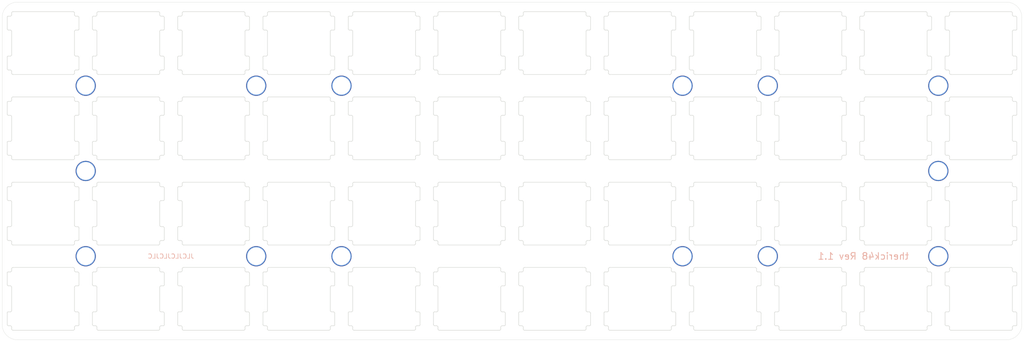
<source format=kicad_pcb>
(kicad_pcb (version 20171130) (host pcbnew "(5.1.2-1)-1")
  (layers (0 F.Cu signal) (31 B.Cu signal) (34 B.Paste user) (35 F.Paste user) (36 B.SilkS user) (37 F.SilkS user) (38 B.Mask user) (39 F.Mask user) (44 Edge.Cuts user))
  (net 0 "")
  (module random-keyboard-parts:plate_hole_4mm_tht (layer F.Cu) (at 254.9292 55.612)
    (fp_text reference H14)
    (fp_text value MountingHole)
    (pad 1 thru_hole circle (at 0.0508 -2.032) (size 4.5 4.5) (drill 4) (layers *.Cu *.Mask))
  )
  (module random-keyboard-parts:plate_hole_4mm_tht (layer F.Cu) (at 254.9292 93.612)
    (fp_text reference H13)
    (fp_text value MountingHole)
    (pad 1 thru_hole circle (at 0.0508 -2.032) (size 4.5 4.5) (drill 4) (layers *.Cu *.Mask))
  )
  (module random-keyboard-parts:plate_hole_4mm_tht (layer F.Cu) (at 197.9292 55.612)
    (fp_text reference H12)
    (fp_text value MountingHole)
    (pad 1 thru_hole circle (at 0.0508 -2.032) (size 4.5 4.5) (drill 4) (layers *.Cu *.Mask))
  )
  (module random-keyboard-parts:plate_hole_4mm_tht (layer F.Cu) (at 197.9292 93.612)
    (fp_text reference H11)
    (fp_text value MountingHole)
    (pad 1 thru_hole circle (at 0.0508 -2.032) (size 4.5 4.5) (drill 4) (layers *.Cu *.Mask))
  )
  (module random-keyboard-parts:plate_hole_4mm_tht (layer F.Cu) (at 121.9292 93.612)
    (fp_text reference H10)
    (fp_text value MountingHole)
    (pad 1 thru_hole circle (at 0.0508 -2.032) (size 4.5 4.5) (drill 4) (layers *.Cu *.Mask))
  )
  (module random-keyboard-parts:plate_hole_4mm_tht (layer F.Cu) (at 121.9292 55.612)
    (fp_text reference H9)
    (fp_text value MountingHole)
    (pad 1 thru_hole circle (at 0.0508 -2.032) (size 4.5 4.5) (drill 4) (layers *.Cu *.Mask))
  )
  (module random-keyboard-parts:plate_hole_4mm_tht (layer F.Cu) (at 64.9292 93.612)
    (fp_text reference H8)
    (fp_text value MountingHole)
    (pad 1 thru_hole circle (at 0.0508 -2.032) (size 4.5 4.5) (drill 4) (layers *.Cu *.Mask))
  )
  (module random-keyboard-parts:plate_hole_4mm_tht (layer F.Cu) (at 64.9292 55.612)
    (fp_text reference H7)
    (fp_text value MountingHole)
    (pad 1 thru_hole circle (at 0.0508 -2.032) (size 4.5 4.5) (drill 4) (layers *.Cu *.Mask))
  )
  (module random-keyboard-parts:plate_hole_4mm_tht (layer F.Cu) (at 254.9292 74.612)
    (fp_text reference H6)
    (fp_text value MountingHole)
    (pad 1 thru_hole circle (at 0.0508 -2.032) (size 4.5 4.5) (drill 4) (layers *.Cu *.Mask))
  )
  (module random-keyboard-parts:plate_hole_4mm_tht (layer F.Cu) (at 216.9292 93.612)
    (fp_text reference H5)
    (fp_text value MountingHole)
    (pad 1 thru_hole circle (at 0.0508 -2.032) (size 4.5 4.5) (drill 4) (layers *.Cu *.Mask))
  )
  (module random-keyboard-parts:plate_hole_4mm_tht (layer F.Cu) (at 216.9292 55.612)
    (fp_text reference H4)
    (fp_text value MountingHole)
    (pad 1 thru_hole circle (at 0.0508 -2.032) (size 4.5 4.5) (drill 4) (layers *.Cu *.Mask))
  )
  (module random-keyboard-parts:plate_hole_4mm_tht (layer F.Cu) (at 102.9292 93.612)
    (fp_text reference H3)
    (fp_text value MountingHole)
    (pad 1 thru_hole circle (at 0.0508 -2.032) (size 4.5 4.5) (drill 4) (layers *.Cu *.Mask))
  )
  (module random-keyboard-parts:plate_hole_4mm_tht (layer F.Cu) (at 102.9292 55.612)
    (fp_text reference H2)
    (fp_text value MountingHole)
    (pad 1 thru_hole circle (at 0.0508 -2.032) (size 4.5 4.5) (drill 4) (layers *.Cu *.Mask))
  )
  (module random-keyboard-parts:plate_hole_4mm_tht (layer F.Cu) (at 64.9292 74.612)
    (fp_text reference H1)
    (fp_text value MountingHole)
    (pad 1 thru_hole circle (at 0.0508 -2.032) (size 4.5 4.5) (drill 4) (layers *.Cu *.Mask))
  )
  (module random-keyboard-parts:MX100_slot (layer F.Cu) (at 264.48 63.08)
    (fp_text reference U24)
    (fp_text value HOLE)
    (fp_line (start 6.7 7) (end -6.7 7) (layer Edge.Cuts) (width 0.1))
    (fp_arc (start -6.7 6.7) (end -7 6.7) (angle -90) (layer Edge.Cuts) (width 0.1))
    (fp_line (start -7 6.7) (end -7 6.3) (layer Edge.Cuts) (width 0.1))
    (fp_arc (start -6.7 -6.7) (end -6.7 -7) (angle -90) (layer Edge.Cuts) (width 0.1))
    (fp_line (start 6.7 -7) (end -6.7 -7) (layer Edge.Cuts) (width 0.1))
    (fp_line (start -7 -2.6) (end -7 2.6) (layer Edge.Cuts) (width 0.1))
    (fp_line (start -7 -6.3) (end -7 -6.7) (layer Edge.Cuts) (width 0.1))
    (fp_line (start 7 6.3) (end 7 6.7) (layer Edge.Cuts) (width 0.1))
    (fp_arc (start 6.7 -6.7) (end 7 -6.7) (angle -90) (layer Edge.Cuts) (width 0.1))
    (fp_arc (start 7.8 -3.1) (end 7.8 -2.9) (angle -90) (layer Edge.Cuts) (width 0.1))
    (fp_arc (start 7.3 -2.6) (end 7.3 -2.9) (angle -90) (layer Edge.Cuts) (width 0.1))
    (fp_line (start 7.3 -6) (end 7.7 -6) (layer Edge.Cuts) (width 0.1))
    (fp_line (start 8 -3.1) (end 8 -5.7) (layer Edge.Cuts) (width 0.1))
    (fp_line (start 7.8 -2.9) (end 7.3 -2.9) (layer Edge.Cuts) (width 0.1))
    (fp_line (start 7 2.6) (end 7 -2.6) (layer Edge.Cuts) (width 0.1))
    (fp_arc (start 6.7 6.7) (end 6.7 7) (angle -90) (layer Edge.Cuts) (width 0.1))
    (fp_arc (start 7.3 -6.3) (end 7 -6.3) (angle -90) (layer Edge.Cuts) (width 0.1))
    (fp_arc (start 7.7 -5.7) (end 8 -5.7) (angle -90) (layer Edge.Cuts) (width 0.1))
    (fp_line (start 7 -6.7) (end 7 -6.3) (layer Edge.Cuts) (width 0.1))
    (fp_arc (start 7.3 2.6) (end 7 2.6) (angle -90) (layer Edge.Cuts) (width 0.1))
    (fp_arc (start 7.7 3.2) (end 8 3.2) (angle -90) (layer Edge.Cuts) (width 0.1))
    (fp_line (start 7.8 6) (end 7.3 6) (layer Edge.Cuts) (width 0.1))
    (fp_line (start 8 5.8) (end 8 3.2) (layer Edge.Cuts) (width 0.1))
    (fp_line (start 7.3 2.9) (end 7.7 2.9) (layer Edge.Cuts) (width 0.1))
    (fp_arc (start 7.3 6.3) (end 7.3 6) (angle -90) (layer Edge.Cuts) (width 0.1))
    (fp_arc (start 7.8 5.8) (end 7.8 6) (angle -90) (layer Edge.Cuts) (width 0.1))
    (fp_arc (start -7.8 3.1) (end -7.8 2.9) (angle -90) (layer Edge.Cuts) (width 0.1))
    (fp_arc (start -7.3 2.6) (end -7.3 2.9) (angle -90) (layer Edge.Cuts) (width 0.1))
    (fp_line (start -7.3 6) (end -7.7 6) (layer Edge.Cuts) (width 0.1))
    (fp_line (start -8 3.1) (end -8 5.7) (layer Edge.Cuts) (width 0.1))
    (fp_line (start -7.8 2.9) (end -7.3 2.9) (layer Edge.Cuts) (width 0.1))
    (fp_arc (start -7.7 5.7) (end -8 5.7) (angle -90) (layer Edge.Cuts) (width 0.1))
    (fp_arc (start -7.3 6.3) (end -7 6.3) (angle -90) (layer Edge.Cuts) (width 0.1))
    (fp_line (start -7.8 -6) (end -7.3 -6) (layer Edge.Cuts) (width 0.1))
    (fp_line (start -7.3 -2.9) (end -7.7 -2.9) (layer Edge.Cuts) (width 0.1))
    (fp_line (start -8 -5.8) (end -8 -3.2) (layer Edge.Cuts) (width 0.1))
    (fp_arc (start -7.3 -6.3) (end -7.3 -6) (angle -90) (layer Edge.Cuts) (width 0.1))
    (fp_arc (start -7.3 -2.6) (end -7 -2.6) (angle -90) (layer Edge.Cuts) (width 0.1))
    (fp_arc (start -7.7 -3.2) (end -8 -3.2) (angle -90) (layer Edge.Cuts) (width 0.1))
    (fp_arc (start -7.8 -5.8) (end -7.8 -6) (angle -90) (layer Edge.Cuts) (width 0.1))
  )
  (module random-keyboard-parts:MX100_slot (layer F.Cu) (at 264.48 82.08)
    (fp_text reference U36)
    (fp_text value HOLE)
    (fp_line (start 6.7 7) (end -6.7 7) (layer Edge.Cuts) (width 0.1))
    (fp_arc (start -6.7 6.7) (end -7 6.7) (angle -90) (layer Edge.Cuts) (width 0.1))
    (fp_line (start -7 6.7) (end -7 6.3) (layer Edge.Cuts) (width 0.1))
    (fp_arc (start -6.7 -6.7) (end -6.7 -7) (angle -90) (layer Edge.Cuts) (width 0.1))
    (fp_line (start 6.7 -7) (end -6.7 -7) (layer Edge.Cuts) (width 0.1))
    (fp_line (start -7 -2.6) (end -7 2.6) (layer Edge.Cuts) (width 0.1))
    (fp_line (start -7 -6.3) (end -7 -6.7) (layer Edge.Cuts) (width 0.1))
    (fp_line (start 7 6.3) (end 7 6.7) (layer Edge.Cuts) (width 0.1))
    (fp_arc (start 6.7 -6.7) (end 7 -6.7) (angle -90) (layer Edge.Cuts) (width 0.1))
    (fp_arc (start 7.8 -3.1) (end 7.8 -2.9) (angle -90) (layer Edge.Cuts) (width 0.1))
    (fp_arc (start 7.3 -2.6) (end 7.3 -2.9) (angle -90) (layer Edge.Cuts) (width 0.1))
    (fp_line (start 7.3 -6) (end 7.7 -6) (layer Edge.Cuts) (width 0.1))
    (fp_line (start 8 -3.1) (end 8 -5.7) (layer Edge.Cuts) (width 0.1))
    (fp_line (start 7.8 -2.9) (end 7.3 -2.9) (layer Edge.Cuts) (width 0.1))
    (fp_line (start 7 2.6) (end 7 -2.6) (layer Edge.Cuts) (width 0.1))
    (fp_arc (start 6.7 6.7) (end 6.7 7) (angle -90) (layer Edge.Cuts) (width 0.1))
    (fp_arc (start 7.3 -6.3) (end 7 -6.3) (angle -90) (layer Edge.Cuts) (width 0.1))
    (fp_arc (start 7.7 -5.7) (end 8 -5.7) (angle -90) (layer Edge.Cuts) (width 0.1))
    (fp_line (start 7 -6.7) (end 7 -6.3) (layer Edge.Cuts) (width 0.1))
    (fp_arc (start 7.3 2.6) (end 7 2.6) (angle -90) (layer Edge.Cuts) (width 0.1))
    (fp_arc (start 7.7 3.2) (end 8 3.2) (angle -90) (layer Edge.Cuts) (width 0.1))
    (fp_line (start 7.8 6) (end 7.3 6) (layer Edge.Cuts) (width 0.1))
    (fp_line (start 8 5.8) (end 8 3.2) (layer Edge.Cuts) (width 0.1))
    (fp_line (start 7.3 2.9) (end 7.7 2.9) (layer Edge.Cuts) (width 0.1))
    (fp_arc (start 7.3 6.3) (end 7.3 6) (angle -90) (layer Edge.Cuts) (width 0.1))
    (fp_arc (start 7.8 5.8) (end 7.8 6) (angle -90) (layer Edge.Cuts) (width 0.1))
    (fp_arc (start -7.8 3.1) (end -7.8 2.9) (angle -90) (layer Edge.Cuts) (width 0.1))
    (fp_arc (start -7.3 2.6) (end -7.3 2.9) (angle -90) (layer Edge.Cuts) (width 0.1))
    (fp_line (start -7.3 6) (end -7.7 6) (layer Edge.Cuts) (width 0.1))
    (fp_line (start -8 3.1) (end -8 5.7) (layer Edge.Cuts) (width 0.1))
    (fp_line (start -7.8 2.9) (end -7.3 2.9) (layer Edge.Cuts) (width 0.1))
    (fp_arc (start -7.7 5.7) (end -8 5.7) (angle -90) (layer Edge.Cuts) (width 0.1))
    (fp_arc (start -7.3 6.3) (end -7 6.3) (angle -90) (layer Edge.Cuts) (width 0.1))
    (fp_line (start -7.8 -6) (end -7.3 -6) (layer Edge.Cuts) (width 0.1))
    (fp_line (start -7.3 -2.9) (end -7.7 -2.9) (layer Edge.Cuts) (width 0.1))
    (fp_line (start -8 -5.8) (end -8 -3.2) (layer Edge.Cuts) (width 0.1))
    (fp_arc (start -7.3 -6.3) (end -7.3 -6) (angle -90) (layer Edge.Cuts) (width 0.1))
    (fp_arc (start -7.3 -2.6) (end -7 -2.6) (angle -90) (layer Edge.Cuts) (width 0.1))
    (fp_arc (start -7.7 -3.2) (end -8 -3.2) (angle -90) (layer Edge.Cuts) (width 0.1))
    (fp_arc (start -7.8 -5.8) (end -7.8 -6) (angle -90) (layer Edge.Cuts) (width 0.1))
  )
  (module random-keyboard-parts:MX100_slot (layer F.Cu) (at 264.48 44.08)
    (fp_text reference U12)
    (fp_text value HOLE)
    (fp_line (start 6.7 7) (end -6.7 7) (layer Edge.Cuts) (width 0.1))
    (fp_arc (start -6.7 6.7) (end -7 6.7) (angle -90) (layer Edge.Cuts) (width 0.1))
    (fp_line (start -7 6.7) (end -7 6.3) (layer Edge.Cuts) (width 0.1))
    (fp_arc (start -6.7 -6.7) (end -6.7 -7) (angle -90) (layer Edge.Cuts) (width 0.1))
    (fp_line (start 6.7 -7) (end -6.7 -7) (layer Edge.Cuts) (width 0.1))
    (fp_line (start -7 -2.6) (end -7 2.6) (layer Edge.Cuts) (width 0.1))
    (fp_line (start -7 -6.3) (end -7 -6.7) (layer Edge.Cuts) (width 0.1))
    (fp_line (start 7 6.3) (end 7 6.7) (layer Edge.Cuts) (width 0.1))
    (fp_arc (start 6.7 -6.7) (end 7 -6.7) (angle -90) (layer Edge.Cuts) (width 0.1))
    (fp_arc (start 7.8 -3.1) (end 7.8 -2.9) (angle -90) (layer Edge.Cuts) (width 0.1))
    (fp_arc (start 7.3 -2.6) (end 7.3 -2.9) (angle -90) (layer Edge.Cuts) (width 0.1))
    (fp_line (start 7.3 -6) (end 7.7 -6) (layer Edge.Cuts) (width 0.1))
    (fp_line (start 8 -3.1) (end 8 -5.7) (layer Edge.Cuts) (width 0.1))
    (fp_line (start 7.8 -2.9) (end 7.3 -2.9) (layer Edge.Cuts) (width 0.1))
    (fp_line (start 7 2.6) (end 7 -2.6) (layer Edge.Cuts) (width 0.1))
    (fp_arc (start 6.7 6.7) (end 6.7 7) (angle -90) (layer Edge.Cuts) (width 0.1))
    (fp_arc (start 7.3 -6.3) (end 7 -6.3) (angle -90) (layer Edge.Cuts) (width 0.1))
    (fp_arc (start 7.7 -5.7) (end 8 -5.7) (angle -90) (layer Edge.Cuts) (width 0.1))
    (fp_line (start 7 -6.7) (end 7 -6.3) (layer Edge.Cuts) (width 0.1))
    (fp_arc (start 7.3 2.6) (end 7 2.6) (angle -90) (layer Edge.Cuts) (width 0.1))
    (fp_arc (start 7.7 3.2) (end 8 3.2) (angle -90) (layer Edge.Cuts) (width 0.1))
    (fp_line (start 7.8 6) (end 7.3 6) (layer Edge.Cuts) (width 0.1))
    (fp_line (start 8 5.8) (end 8 3.2) (layer Edge.Cuts) (width 0.1))
    (fp_line (start 7.3 2.9) (end 7.7 2.9) (layer Edge.Cuts) (width 0.1))
    (fp_arc (start 7.3 6.3) (end 7.3 6) (angle -90) (layer Edge.Cuts) (width 0.1))
    (fp_arc (start 7.8 5.8) (end 7.8 6) (angle -90) (layer Edge.Cuts) (width 0.1))
    (fp_arc (start -7.8 3.1) (end -7.8 2.9) (angle -90) (layer Edge.Cuts) (width 0.1))
    (fp_arc (start -7.3 2.6) (end -7.3 2.9) (angle -90) (layer Edge.Cuts) (width 0.1))
    (fp_line (start -7.3 6) (end -7.7 6) (layer Edge.Cuts) (width 0.1))
    (fp_line (start -8 3.1) (end -8 5.7) (layer Edge.Cuts) (width 0.1))
    (fp_line (start -7.8 2.9) (end -7.3 2.9) (layer Edge.Cuts) (width 0.1))
    (fp_arc (start -7.7 5.7) (end -8 5.7) (angle -90) (layer Edge.Cuts) (width 0.1))
    (fp_arc (start -7.3 6.3) (end -7 6.3) (angle -90) (layer Edge.Cuts) (width 0.1))
    (fp_line (start -7.8 -6) (end -7.3 -6) (layer Edge.Cuts) (width 0.1))
    (fp_line (start -7.3 -2.9) (end -7.7 -2.9) (layer Edge.Cuts) (width 0.1))
    (fp_line (start -8 -5.8) (end -8 -3.2) (layer Edge.Cuts) (width 0.1))
    (fp_arc (start -7.3 -6.3) (end -7.3 -6) (angle -90) (layer Edge.Cuts) (width 0.1))
    (fp_arc (start -7.3 -2.6) (end -7 -2.6) (angle -90) (layer Edge.Cuts) (width 0.1))
    (fp_arc (start -7.7 -3.2) (end -8 -3.2) (angle -90) (layer Edge.Cuts) (width 0.1))
    (fp_arc (start -7.8 -5.8) (end -7.8 -6) (angle -90) (layer Edge.Cuts) (width 0.1))
  )
  (module random-keyboard-parts:MX100_slot (layer F.Cu) (at 55.48 44.08)
    (fp_text reference U1)
    (fp_text value HOLE)
    (fp_line (start 6.7 7) (end -6.7 7) (layer Edge.Cuts) (width 0.1))
    (fp_arc (start -6.7 6.7) (end -7 6.7) (angle -90) (layer Edge.Cuts) (width 0.1))
    (fp_line (start -7 6.7) (end -7 6.3) (layer Edge.Cuts) (width 0.1))
    (fp_arc (start -6.7 -6.7) (end -6.7 -7) (angle -90) (layer Edge.Cuts) (width 0.1))
    (fp_line (start 6.7 -7) (end -6.7 -7) (layer Edge.Cuts) (width 0.1))
    (fp_line (start -7 -2.6) (end -7 2.6) (layer Edge.Cuts) (width 0.1))
    (fp_line (start -7 -6.3) (end -7 -6.7) (layer Edge.Cuts) (width 0.1))
    (fp_line (start 7 6.3) (end 7 6.7) (layer Edge.Cuts) (width 0.1))
    (fp_arc (start 6.7 -6.7) (end 7 -6.7) (angle -90) (layer Edge.Cuts) (width 0.1))
    (fp_arc (start 7.8 -3.1) (end 7.8 -2.9) (angle -90) (layer Edge.Cuts) (width 0.1))
    (fp_arc (start 7.3 -2.6) (end 7.3 -2.9) (angle -90) (layer Edge.Cuts) (width 0.1))
    (fp_line (start 7.3 -6) (end 7.7 -6) (layer Edge.Cuts) (width 0.1))
    (fp_line (start 8 -3.1) (end 8 -5.7) (layer Edge.Cuts) (width 0.1))
    (fp_line (start 7.8 -2.9) (end 7.3 -2.9) (layer Edge.Cuts) (width 0.1))
    (fp_line (start 7 2.6) (end 7 -2.6) (layer Edge.Cuts) (width 0.1))
    (fp_arc (start 6.7 6.7) (end 6.7 7) (angle -90) (layer Edge.Cuts) (width 0.1))
    (fp_arc (start 7.3 -6.3) (end 7 -6.3) (angle -90) (layer Edge.Cuts) (width 0.1))
    (fp_arc (start 7.7 -5.7) (end 8 -5.7) (angle -90) (layer Edge.Cuts) (width 0.1))
    (fp_line (start 7 -6.7) (end 7 -6.3) (layer Edge.Cuts) (width 0.1))
    (fp_arc (start 7.3 2.6) (end 7 2.6) (angle -90) (layer Edge.Cuts) (width 0.1))
    (fp_arc (start 7.7 3.2) (end 8 3.2) (angle -90) (layer Edge.Cuts) (width 0.1))
    (fp_line (start 7.8 6) (end 7.3 6) (layer Edge.Cuts) (width 0.1))
    (fp_line (start 8 5.8) (end 8 3.2) (layer Edge.Cuts) (width 0.1))
    (fp_line (start 7.3 2.9) (end 7.7 2.9) (layer Edge.Cuts) (width 0.1))
    (fp_arc (start 7.3 6.3) (end 7.3 6) (angle -90) (layer Edge.Cuts) (width 0.1))
    (fp_arc (start 7.8 5.8) (end 7.8 6) (angle -90) (layer Edge.Cuts) (width 0.1))
    (fp_arc (start -7.8 3.1) (end -7.8 2.9) (angle -90) (layer Edge.Cuts) (width 0.1))
    (fp_arc (start -7.3 2.6) (end -7.3 2.9) (angle -90) (layer Edge.Cuts) (width 0.1))
    (fp_line (start -7.3 6) (end -7.7 6) (layer Edge.Cuts) (width 0.1))
    (fp_line (start -8 3.1) (end -8 5.7) (layer Edge.Cuts) (width 0.1))
    (fp_line (start -7.8 2.9) (end -7.3 2.9) (layer Edge.Cuts) (width 0.1))
    (fp_arc (start -7.7 5.7) (end -8 5.7) (angle -90) (layer Edge.Cuts) (width 0.1))
    (fp_arc (start -7.3 6.3) (end -7 6.3) (angle -90) (layer Edge.Cuts) (width 0.1))
    (fp_line (start -7.8 -6) (end -7.3 -6) (layer Edge.Cuts) (width 0.1))
    (fp_line (start -7.3 -2.9) (end -7.7 -2.9) (layer Edge.Cuts) (width 0.1))
    (fp_line (start -8 -5.8) (end -8 -3.2) (layer Edge.Cuts) (width 0.1))
    (fp_arc (start -7.3 -6.3) (end -7.3 -6) (angle -90) (layer Edge.Cuts) (width 0.1))
    (fp_arc (start -7.3 -2.6) (end -7 -2.6) (angle -90) (layer Edge.Cuts) (width 0.1))
    (fp_arc (start -7.7 -3.2) (end -8 -3.2) (angle -90) (layer Edge.Cuts) (width 0.1))
    (fp_arc (start -7.8 -5.8) (end -7.8 -6) (angle -90) (layer Edge.Cuts) (width 0.1))
  )
  (module random-keyboard-parts:MX100_slot (layer F.Cu) (at 74.48 44.08)
    (fp_text reference U2)
    (fp_text value HOLE)
    (fp_line (start 6.7 7) (end -6.7 7) (layer Edge.Cuts) (width 0.1))
    (fp_arc (start -6.7 6.7) (end -7 6.7) (angle -90) (layer Edge.Cuts) (width 0.1))
    (fp_line (start -7 6.7) (end -7 6.3) (layer Edge.Cuts) (width 0.1))
    (fp_arc (start -6.7 -6.7) (end -6.7 -7) (angle -90) (layer Edge.Cuts) (width 0.1))
    (fp_line (start 6.7 -7) (end -6.7 -7) (layer Edge.Cuts) (width 0.1))
    (fp_line (start -7 -2.6) (end -7 2.6) (layer Edge.Cuts) (width 0.1))
    (fp_line (start -7 -6.3) (end -7 -6.7) (layer Edge.Cuts) (width 0.1))
    (fp_line (start 7 6.3) (end 7 6.7) (layer Edge.Cuts) (width 0.1))
    (fp_arc (start 6.7 -6.7) (end 7 -6.7) (angle -90) (layer Edge.Cuts) (width 0.1))
    (fp_arc (start 7.8 -3.1) (end 7.8 -2.9) (angle -90) (layer Edge.Cuts) (width 0.1))
    (fp_arc (start 7.3 -2.6) (end 7.3 -2.9) (angle -90) (layer Edge.Cuts) (width 0.1))
    (fp_line (start 7.3 -6) (end 7.7 -6) (layer Edge.Cuts) (width 0.1))
    (fp_line (start 8 -3.1) (end 8 -5.7) (layer Edge.Cuts) (width 0.1))
    (fp_line (start 7.8 -2.9) (end 7.3 -2.9) (layer Edge.Cuts) (width 0.1))
    (fp_line (start 7 2.6) (end 7 -2.6) (layer Edge.Cuts) (width 0.1))
    (fp_arc (start 6.7 6.7) (end 6.7 7) (angle -90) (layer Edge.Cuts) (width 0.1))
    (fp_arc (start 7.3 -6.3) (end 7 -6.3) (angle -90) (layer Edge.Cuts) (width 0.1))
    (fp_arc (start 7.7 -5.7) (end 8 -5.7) (angle -90) (layer Edge.Cuts) (width 0.1))
    (fp_line (start 7 -6.7) (end 7 -6.3) (layer Edge.Cuts) (width 0.1))
    (fp_arc (start 7.3 2.6) (end 7 2.6) (angle -90) (layer Edge.Cuts) (width 0.1))
    (fp_arc (start 7.7 3.2) (end 8 3.2) (angle -90) (layer Edge.Cuts) (width 0.1))
    (fp_line (start 7.8 6) (end 7.3 6) (layer Edge.Cuts) (width 0.1))
    (fp_line (start 8 5.8) (end 8 3.2) (layer Edge.Cuts) (width 0.1))
    (fp_line (start 7.3 2.9) (end 7.7 2.9) (layer Edge.Cuts) (width 0.1))
    (fp_arc (start 7.3 6.3) (end 7.3 6) (angle -90) (layer Edge.Cuts) (width 0.1))
    (fp_arc (start 7.8 5.8) (end 7.8 6) (angle -90) (layer Edge.Cuts) (width 0.1))
    (fp_arc (start -7.8 3.1) (end -7.8 2.9) (angle -90) (layer Edge.Cuts) (width 0.1))
    (fp_arc (start -7.3 2.6) (end -7.3 2.9) (angle -90) (layer Edge.Cuts) (width 0.1))
    (fp_line (start -7.3 6) (end -7.7 6) (layer Edge.Cuts) (width 0.1))
    (fp_line (start -8 3.1) (end -8 5.7) (layer Edge.Cuts) (width 0.1))
    (fp_line (start -7.8 2.9) (end -7.3 2.9) (layer Edge.Cuts) (width 0.1))
    (fp_arc (start -7.7 5.7) (end -8 5.7) (angle -90) (layer Edge.Cuts) (width 0.1))
    (fp_arc (start -7.3 6.3) (end -7 6.3) (angle -90) (layer Edge.Cuts) (width 0.1))
    (fp_line (start -7.8 -6) (end -7.3 -6) (layer Edge.Cuts) (width 0.1))
    (fp_line (start -7.3 -2.9) (end -7.7 -2.9) (layer Edge.Cuts) (width 0.1))
    (fp_line (start -8 -5.8) (end -8 -3.2) (layer Edge.Cuts) (width 0.1))
    (fp_arc (start -7.3 -6.3) (end -7.3 -6) (angle -90) (layer Edge.Cuts) (width 0.1))
    (fp_arc (start -7.3 -2.6) (end -7 -2.6) (angle -90) (layer Edge.Cuts) (width 0.1))
    (fp_arc (start -7.7 -3.2) (end -8 -3.2) (angle -90) (layer Edge.Cuts) (width 0.1))
    (fp_arc (start -7.8 -5.8) (end -7.8 -6) (angle -90) (layer Edge.Cuts) (width 0.1))
  )
  (module random-keyboard-parts:MX100_slot (layer F.Cu) (at 93.48 44.08)
    (fp_text reference U3)
    (fp_text value HOLE)
    (fp_line (start 6.7 7) (end -6.7 7) (layer Edge.Cuts) (width 0.1))
    (fp_arc (start -6.7 6.7) (end -7 6.7) (angle -90) (layer Edge.Cuts) (width 0.1))
    (fp_line (start -7 6.7) (end -7 6.3) (layer Edge.Cuts) (width 0.1))
    (fp_arc (start -6.7 -6.7) (end -6.7 -7) (angle -90) (layer Edge.Cuts) (width 0.1))
    (fp_line (start 6.7 -7) (end -6.7 -7) (layer Edge.Cuts) (width 0.1))
    (fp_line (start -7 -2.6) (end -7 2.6) (layer Edge.Cuts) (width 0.1))
    (fp_line (start -7 -6.3) (end -7 -6.7) (layer Edge.Cuts) (width 0.1))
    (fp_line (start 7 6.3) (end 7 6.7) (layer Edge.Cuts) (width 0.1))
    (fp_arc (start 6.7 -6.7) (end 7 -6.7) (angle -90) (layer Edge.Cuts) (width 0.1))
    (fp_arc (start 7.8 -3.1) (end 7.8 -2.9) (angle -90) (layer Edge.Cuts) (width 0.1))
    (fp_arc (start 7.3 -2.6) (end 7.3 -2.9) (angle -90) (layer Edge.Cuts) (width 0.1))
    (fp_line (start 7.3 -6) (end 7.7 -6) (layer Edge.Cuts) (width 0.1))
    (fp_line (start 8 -3.1) (end 8 -5.7) (layer Edge.Cuts) (width 0.1))
    (fp_line (start 7.8 -2.9) (end 7.3 -2.9) (layer Edge.Cuts) (width 0.1))
    (fp_line (start 7 2.6) (end 7 -2.6) (layer Edge.Cuts) (width 0.1))
    (fp_arc (start 6.7 6.7) (end 6.7 7) (angle -90) (layer Edge.Cuts) (width 0.1))
    (fp_arc (start 7.3 -6.3) (end 7 -6.3) (angle -90) (layer Edge.Cuts) (width 0.1))
    (fp_arc (start 7.7 -5.7) (end 8 -5.7) (angle -90) (layer Edge.Cuts) (width 0.1))
    (fp_line (start 7 -6.7) (end 7 -6.3) (layer Edge.Cuts) (width 0.1))
    (fp_arc (start 7.3 2.6) (end 7 2.6) (angle -90) (layer Edge.Cuts) (width 0.1))
    (fp_arc (start 7.7 3.2) (end 8 3.2) (angle -90) (layer Edge.Cuts) (width 0.1))
    (fp_line (start 7.8 6) (end 7.3 6) (layer Edge.Cuts) (width 0.1))
    (fp_line (start 8 5.8) (end 8 3.2) (layer Edge.Cuts) (width 0.1))
    (fp_line (start 7.3 2.9) (end 7.7 2.9) (layer Edge.Cuts) (width 0.1))
    (fp_arc (start 7.3 6.3) (end 7.3 6) (angle -90) (layer Edge.Cuts) (width 0.1))
    (fp_arc (start 7.8 5.8) (end 7.8 6) (angle -90) (layer Edge.Cuts) (width 0.1))
    (fp_arc (start -7.8 3.1) (end -7.8 2.9) (angle -90) (layer Edge.Cuts) (width 0.1))
    (fp_arc (start -7.3 2.6) (end -7.3 2.9) (angle -90) (layer Edge.Cuts) (width 0.1))
    (fp_line (start -7.3 6) (end -7.7 6) (layer Edge.Cuts) (width 0.1))
    (fp_line (start -8 3.1) (end -8 5.7) (layer Edge.Cuts) (width 0.1))
    (fp_line (start -7.8 2.9) (end -7.3 2.9) (layer Edge.Cuts) (width 0.1))
    (fp_arc (start -7.7 5.7) (end -8 5.7) (angle -90) (layer Edge.Cuts) (width 0.1))
    (fp_arc (start -7.3 6.3) (end -7 6.3) (angle -90) (layer Edge.Cuts) (width 0.1))
    (fp_line (start -7.8 -6) (end -7.3 -6) (layer Edge.Cuts) (width 0.1))
    (fp_line (start -7.3 -2.9) (end -7.7 -2.9) (layer Edge.Cuts) (width 0.1))
    (fp_line (start -8 -5.8) (end -8 -3.2) (layer Edge.Cuts) (width 0.1))
    (fp_arc (start -7.3 -6.3) (end -7.3 -6) (angle -90) (layer Edge.Cuts) (width 0.1))
    (fp_arc (start -7.3 -2.6) (end -7 -2.6) (angle -90) (layer Edge.Cuts) (width 0.1))
    (fp_arc (start -7.7 -3.2) (end -8 -3.2) (angle -90) (layer Edge.Cuts) (width 0.1))
    (fp_arc (start -7.8 -5.8) (end -7.8 -6) (angle -90) (layer Edge.Cuts) (width 0.1))
  )
  (module random-keyboard-parts:MX100_slot (layer F.Cu) (at 112.48 44.08)
    (fp_text reference U4)
    (fp_text value HOLE)
    (fp_line (start 6.7 7) (end -6.7 7) (layer Edge.Cuts) (width 0.1))
    (fp_arc (start -6.7 6.7) (end -7 6.7) (angle -90) (layer Edge.Cuts) (width 0.1))
    (fp_line (start -7 6.7) (end -7 6.3) (layer Edge.Cuts) (width 0.1))
    (fp_arc (start -6.7 -6.7) (end -6.7 -7) (angle -90) (layer Edge.Cuts) (width 0.1))
    (fp_line (start 6.7 -7) (end -6.7 -7) (layer Edge.Cuts) (width 0.1))
    (fp_line (start -7 -2.6) (end -7 2.6) (layer Edge.Cuts) (width 0.1))
    (fp_line (start -7 -6.3) (end -7 -6.7) (layer Edge.Cuts) (width 0.1))
    (fp_line (start 7 6.3) (end 7 6.7) (layer Edge.Cuts) (width 0.1))
    (fp_arc (start 6.7 -6.7) (end 7 -6.7) (angle -90) (layer Edge.Cuts) (width 0.1))
    (fp_arc (start 7.8 -3.1) (end 7.8 -2.9) (angle -90) (layer Edge.Cuts) (width 0.1))
    (fp_arc (start 7.3 -2.6) (end 7.3 -2.9) (angle -90) (layer Edge.Cuts) (width 0.1))
    (fp_line (start 7.3 -6) (end 7.7 -6) (layer Edge.Cuts) (width 0.1))
    (fp_line (start 8 -3.1) (end 8 -5.7) (layer Edge.Cuts) (width 0.1))
    (fp_line (start 7.8 -2.9) (end 7.3 -2.9) (layer Edge.Cuts) (width 0.1))
    (fp_line (start 7 2.6) (end 7 -2.6) (layer Edge.Cuts) (width 0.1))
    (fp_arc (start 6.7 6.7) (end 6.7 7) (angle -90) (layer Edge.Cuts) (width 0.1))
    (fp_arc (start 7.3 -6.3) (end 7 -6.3) (angle -90) (layer Edge.Cuts) (width 0.1))
    (fp_arc (start 7.7 -5.7) (end 8 -5.7) (angle -90) (layer Edge.Cuts) (width 0.1))
    (fp_line (start 7 -6.7) (end 7 -6.3) (layer Edge.Cuts) (width 0.1))
    (fp_arc (start 7.3 2.6) (end 7 2.6) (angle -90) (layer Edge.Cuts) (width 0.1))
    (fp_arc (start 7.7 3.2) (end 8 3.2) (angle -90) (layer Edge.Cuts) (width 0.1))
    (fp_line (start 7.8 6) (end 7.3 6) (layer Edge.Cuts) (width 0.1))
    (fp_line (start 8 5.8) (end 8 3.2) (layer Edge.Cuts) (width 0.1))
    (fp_line (start 7.3 2.9) (end 7.7 2.9) (layer Edge.Cuts) (width 0.1))
    (fp_arc (start 7.3 6.3) (end 7.3 6) (angle -90) (layer Edge.Cuts) (width 0.1))
    (fp_arc (start 7.8 5.8) (end 7.8 6) (angle -90) (layer Edge.Cuts) (width 0.1))
    (fp_arc (start -7.8 3.1) (end -7.8 2.9) (angle -90) (layer Edge.Cuts) (width 0.1))
    (fp_arc (start -7.3 2.6) (end -7.3 2.9) (angle -90) (layer Edge.Cuts) (width 0.1))
    (fp_line (start -7.3 6) (end -7.7 6) (layer Edge.Cuts) (width 0.1))
    (fp_line (start -8 3.1) (end -8 5.7) (layer Edge.Cuts) (width 0.1))
    (fp_line (start -7.8 2.9) (end -7.3 2.9) (layer Edge.Cuts) (width 0.1))
    (fp_arc (start -7.7 5.7) (end -8 5.7) (angle -90) (layer Edge.Cuts) (width 0.1))
    (fp_arc (start -7.3 6.3) (end -7 6.3) (angle -90) (layer Edge.Cuts) (width 0.1))
    (fp_line (start -7.8 -6) (end -7.3 -6) (layer Edge.Cuts) (width 0.1))
    (fp_line (start -7.3 -2.9) (end -7.7 -2.9) (layer Edge.Cuts) (width 0.1))
    (fp_line (start -8 -5.8) (end -8 -3.2) (layer Edge.Cuts) (width 0.1))
    (fp_arc (start -7.3 -6.3) (end -7.3 -6) (angle -90) (layer Edge.Cuts) (width 0.1))
    (fp_arc (start -7.3 -2.6) (end -7 -2.6) (angle -90) (layer Edge.Cuts) (width 0.1))
    (fp_arc (start -7.7 -3.2) (end -8 -3.2) (angle -90) (layer Edge.Cuts) (width 0.1))
    (fp_arc (start -7.8 -5.8) (end -7.8 -6) (angle -90) (layer Edge.Cuts) (width 0.1))
  )
  (module random-keyboard-parts:MX100_slot (layer F.Cu) (at 131.48 44.08)
    (fp_text reference U5)
    (fp_text value HOLE)
    (fp_line (start 6.7 7) (end -6.7 7) (layer Edge.Cuts) (width 0.1))
    (fp_arc (start -6.7 6.7) (end -7 6.7) (angle -90) (layer Edge.Cuts) (width 0.1))
    (fp_line (start -7 6.7) (end -7 6.3) (layer Edge.Cuts) (width 0.1))
    (fp_arc (start -6.7 -6.7) (end -6.7 -7) (angle -90) (layer Edge.Cuts) (width 0.1))
    (fp_line (start 6.7 -7) (end -6.7 -7) (layer Edge.Cuts) (width 0.1))
    (fp_line (start -7 -2.6) (end -7 2.6) (layer Edge.Cuts) (width 0.1))
    (fp_line (start -7 -6.3) (end -7 -6.7) (layer Edge.Cuts) (width 0.1))
    (fp_line (start 7 6.3) (end 7 6.7) (layer Edge.Cuts) (width 0.1))
    (fp_arc (start 6.7 -6.7) (end 7 -6.7) (angle -90) (layer Edge.Cuts) (width 0.1))
    (fp_arc (start 7.8 -3.1) (end 7.8 -2.9) (angle -90) (layer Edge.Cuts) (width 0.1))
    (fp_arc (start 7.3 -2.6) (end 7.3 -2.9) (angle -90) (layer Edge.Cuts) (width 0.1))
    (fp_line (start 7.3 -6) (end 7.7 -6) (layer Edge.Cuts) (width 0.1))
    (fp_line (start 8 -3.1) (end 8 -5.7) (layer Edge.Cuts) (width 0.1))
    (fp_line (start 7.8 -2.9) (end 7.3 -2.9) (layer Edge.Cuts) (width 0.1))
    (fp_line (start 7 2.6) (end 7 -2.6) (layer Edge.Cuts) (width 0.1))
    (fp_arc (start 6.7 6.7) (end 6.7 7) (angle -90) (layer Edge.Cuts) (width 0.1))
    (fp_arc (start 7.3 -6.3) (end 7 -6.3) (angle -90) (layer Edge.Cuts) (width 0.1))
    (fp_arc (start 7.7 -5.7) (end 8 -5.7) (angle -90) (layer Edge.Cuts) (width 0.1))
    (fp_line (start 7 -6.7) (end 7 -6.3) (layer Edge.Cuts) (width 0.1))
    (fp_arc (start 7.3 2.6) (end 7 2.6) (angle -90) (layer Edge.Cuts) (width 0.1))
    (fp_arc (start 7.7 3.2) (end 8 3.2) (angle -90) (layer Edge.Cuts) (width 0.1))
    (fp_line (start 7.8 6) (end 7.3 6) (layer Edge.Cuts) (width 0.1))
    (fp_line (start 8 5.8) (end 8 3.2) (layer Edge.Cuts) (width 0.1))
    (fp_line (start 7.3 2.9) (end 7.7 2.9) (layer Edge.Cuts) (width 0.1))
    (fp_arc (start 7.3 6.3) (end 7.3 6) (angle -90) (layer Edge.Cuts) (width 0.1))
    (fp_arc (start 7.8 5.8) (end 7.8 6) (angle -90) (layer Edge.Cuts) (width 0.1))
    (fp_arc (start -7.8 3.1) (end -7.8 2.9) (angle -90) (layer Edge.Cuts) (width 0.1))
    (fp_arc (start -7.3 2.6) (end -7.3 2.9) (angle -90) (layer Edge.Cuts) (width 0.1))
    (fp_line (start -7.3 6) (end -7.7 6) (layer Edge.Cuts) (width 0.1))
    (fp_line (start -8 3.1) (end -8 5.7) (layer Edge.Cuts) (width 0.1))
    (fp_line (start -7.8 2.9) (end -7.3 2.9) (layer Edge.Cuts) (width 0.1))
    (fp_arc (start -7.7 5.7) (end -8 5.7) (angle -90) (layer Edge.Cuts) (width 0.1))
    (fp_arc (start -7.3 6.3) (end -7 6.3) (angle -90) (layer Edge.Cuts) (width 0.1))
    (fp_line (start -7.8 -6) (end -7.3 -6) (layer Edge.Cuts) (width 0.1))
    (fp_line (start -7.3 -2.9) (end -7.7 -2.9) (layer Edge.Cuts) (width 0.1))
    (fp_line (start -8 -5.8) (end -8 -3.2) (layer Edge.Cuts) (width 0.1))
    (fp_arc (start -7.3 -6.3) (end -7.3 -6) (angle -90) (layer Edge.Cuts) (width 0.1))
    (fp_arc (start -7.3 -2.6) (end -7 -2.6) (angle -90) (layer Edge.Cuts) (width 0.1))
    (fp_arc (start -7.7 -3.2) (end -8 -3.2) (angle -90) (layer Edge.Cuts) (width 0.1))
    (fp_arc (start -7.8 -5.8) (end -7.8 -6) (angle -90) (layer Edge.Cuts) (width 0.1))
  )
  (module random-keyboard-parts:MX100_slot (layer F.Cu) (at 150.48 44.08)
    (fp_text reference U6)
    (fp_text value HOLE)
    (fp_line (start 6.7 7) (end -6.7 7) (layer Edge.Cuts) (width 0.1))
    (fp_arc (start -6.7 6.7) (end -7 6.7) (angle -90) (layer Edge.Cuts) (width 0.1))
    (fp_line (start -7 6.7) (end -7 6.3) (layer Edge.Cuts) (width 0.1))
    (fp_arc (start -6.7 -6.7) (end -6.7 -7) (angle -90) (layer Edge.Cuts) (width 0.1))
    (fp_line (start 6.7 -7) (end -6.7 -7) (layer Edge.Cuts) (width 0.1))
    (fp_line (start -7 -2.6) (end -7 2.6) (layer Edge.Cuts) (width 0.1))
    (fp_line (start -7 -6.3) (end -7 -6.7) (layer Edge.Cuts) (width 0.1))
    (fp_line (start 7 6.3) (end 7 6.7) (layer Edge.Cuts) (width 0.1))
    (fp_arc (start 6.7 -6.7) (end 7 -6.7) (angle -90) (layer Edge.Cuts) (width 0.1))
    (fp_arc (start 7.8 -3.1) (end 7.8 -2.9) (angle -90) (layer Edge.Cuts) (width 0.1))
    (fp_arc (start 7.3 -2.6) (end 7.3 -2.9) (angle -90) (layer Edge.Cuts) (width 0.1))
    (fp_line (start 7.3 -6) (end 7.7 -6) (layer Edge.Cuts) (width 0.1))
    (fp_line (start 8 -3.1) (end 8 -5.7) (layer Edge.Cuts) (width 0.1))
    (fp_line (start 7.8 -2.9) (end 7.3 -2.9) (layer Edge.Cuts) (width 0.1))
    (fp_line (start 7 2.6) (end 7 -2.6) (layer Edge.Cuts) (width 0.1))
    (fp_arc (start 6.7 6.7) (end 6.7 7) (angle -90) (layer Edge.Cuts) (width 0.1))
    (fp_arc (start 7.3 -6.3) (end 7 -6.3) (angle -90) (layer Edge.Cuts) (width 0.1))
    (fp_arc (start 7.7 -5.7) (end 8 -5.7) (angle -90) (layer Edge.Cuts) (width 0.1))
    (fp_line (start 7 -6.7) (end 7 -6.3) (layer Edge.Cuts) (width 0.1))
    (fp_arc (start 7.3 2.6) (end 7 2.6) (angle -90) (layer Edge.Cuts) (width 0.1))
    (fp_arc (start 7.7 3.2) (end 8 3.2) (angle -90) (layer Edge.Cuts) (width 0.1))
    (fp_line (start 7.8 6) (end 7.3 6) (layer Edge.Cuts) (width 0.1))
    (fp_line (start 8 5.8) (end 8 3.2) (layer Edge.Cuts) (width 0.1))
    (fp_line (start 7.3 2.9) (end 7.7 2.9) (layer Edge.Cuts) (width 0.1))
    (fp_arc (start 7.3 6.3) (end 7.3 6) (angle -90) (layer Edge.Cuts) (width 0.1))
    (fp_arc (start 7.8 5.8) (end 7.8 6) (angle -90) (layer Edge.Cuts) (width 0.1))
    (fp_arc (start -7.8 3.1) (end -7.8 2.9) (angle -90) (layer Edge.Cuts) (width 0.1))
    (fp_arc (start -7.3 2.6) (end -7.3 2.9) (angle -90) (layer Edge.Cuts) (width 0.1))
    (fp_line (start -7.3 6) (end -7.7 6) (layer Edge.Cuts) (width 0.1))
    (fp_line (start -8 3.1) (end -8 5.7) (layer Edge.Cuts) (width 0.1))
    (fp_line (start -7.8 2.9) (end -7.3 2.9) (layer Edge.Cuts) (width 0.1))
    (fp_arc (start -7.7 5.7) (end -8 5.7) (angle -90) (layer Edge.Cuts) (width 0.1))
    (fp_arc (start -7.3 6.3) (end -7 6.3) (angle -90) (layer Edge.Cuts) (width 0.1))
    (fp_line (start -7.8 -6) (end -7.3 -6) (layer Edge.Cuts) (width 0.1))
    (fp_line (start -7.3 -2.9) (end -7.7 -2.9) (layer Edge.Cuts) (width 0.1))
    (fp_line (start -8 -5.8) (end -8 -3.2) (layer Edge.Cuts) (width 0.1))
    (fp_arc (start -7.3 -6.3) (end -7.3 -6) (angle -90) (layer Edge.Cuts) (width 0.1))
    (fp_arc (start -7.3 -2.6) (end -7 -2.6) (angle -90) (layer Edge.Cuts) (width 0.1))
    (fp_arc (start -7.7 -3.2) (end -8 -3.2) (angle -90) (layer Edge.Cuts) (width 0.1))
    (fp_arc (start -7.8 -5.8) (end -7.8 -6) (angle -90) (layer Edge.Cuts) (width 0.1))
  )
  (module random-keyboard-parts:MX100_slot (layer F.Cu) (at 169.48 44.08)
    (fp_text reference U7)
    (fp_text value HOLE)
    (fp_line (start 6.7 7) (end -6.7 7) (layer Edge.Cuts) (width 0.1))
    (fp_arc (start -6.7 6.7) (end -7 6.7) (angle -90) (layer Edge.Cuts) (width 0.1))
    (fp_line (start -7 6.7) (end -7 6.3) (layer Edge.Cuts) (width 0.1))
    (fp_arc (start -6.7 -6.7) (end -6.7 -7) (angle -90) (layer Edge.Cuts) (width 0.1))
    (fp_line (start 6.7 -7) (end -6.7 -7) (layer Edge.Cuts) (width 0.1))
    (fp_line (start -7 -2.6) (end -7 2.6) (layer Edge.Cuts) (width 0.1))
    (fp_line (start -7 -6.3) (end -7 -6.7) (layer Edge.Cuts) (width 0.1))
    (fp_line (start 7 6.3) (end 7 6.7) (layer Edge.Cuts) (width 0.1))
    (fp_arc (start 6.7 -6.7) (end 7 -6.7) (angle -90) (layer Edge.Cuts) (width 0.1))
    (fp_arc (start 7.8 -3.1) (end 7.8 -2.9) (angle -90) (layer Edge.Cuts) (width 0.1))
    (fp_arc (start 7.3 -2.6) (end 7.3 -2.9) (angle -90) (layer Edge.Cuts) (width 0.1))
    (fp_line (start 7.3 -6) (end 7.7 -6) (layer Edge.Cuts) (width 0.1))
    (fp_line (start 8 -3.1) (end 8 -5.7) (layer Edge.Cuts) (width 0.1))
    (fp_line (start 7.8 -2.9) (end 7.3 -2.9) (layer Edge.Cuts) (width 0.1))
    (fp_line (start 7 2.6) (end 7 -2.6) (layer Edge.Cuts) (width 0.1))
    (fp_arc (start 6.7 6.7) (end 6.7 7) (angle -90) (layer Edge.Cuts) (width 0.1))
    (fp_arc (start 7.3 -6.3) (end 7 -6.3) (angle -90) (layer Edge.Cuts) (width 0.1))
    (fp_arc (start 7.7 -5.7) (end 8 -5.7) (angle -90) (layer Edge.Cuts) (width 0.1))
    (fp_line (start 7 -6.7) (end 7 -6.3) (layer Edge.Cuts) (width 0.1))
    (fp_arc (start 7.3 2.6) (end 7 2.6) (angle -90) (layer Edge.Cuts) (width 0.1))
    (fp_arc (start 7.7 3.2) (end 8 3.2) (angle -90) (layer Edge.Cuts) (width 0.1))
    (fp_line (start 7.8 6) (end 7.3 6) (layer Edge.Cuts) (width 0.1))
    (fp_line (start 8 5.8) (end 8 3.2) (layer Edge.Cuts) (width 0.1))
    (fp_line (start 7.3 2.9) (end 7.7 2.9) (layer Edge.Cuts) (width 0.1))
    (fp_arc (start 7.3 6.3) (end 7.3 6) (angle -90) (layer Edge.Cuts) (width 0.1))
    (fp_arc (start 7.8 5.8) (end 7.8 6) (angle -90) (layer Edge.Cuts) (width 0.1))
    (fp_arc (start -7.8 3.1) (end -7.8 2.9) (angle -90) (layer Edge.Cuts) (width 0.1))
    (fp_arc (start -7.3 2.6) (end -7.3 2.9) (angle -90) (layer Edge.Cuts) (width 0.1))
    (fp_line (start -7.3 6) (end -7.7 6) (layer Edge.Cuts) (width 0.1))
    (fp_line (start -8 3.1) (end -8 5.7) (layer Edge.Cuts) (width 0.1))
    (fp_line (start -7.8 2.9) (end -7.3 2.9) (layer Edge.Cuts) (width 0.1))
    (fp_arc (start -7.7 5.7) (end -8 5.7) (angle -90) (layer Edge.Cuts) (width 0.1))
    (fp_arc (start -7.3 6.3) (end -7 6.3) (angle -90) (layer Edge.Cuts) (width 0.1))
    (fp_line (start -7.8 -6) (end -7.3 -6) (layer Edge.Cuts) (width 0.1))
    (fp_line (start -7.3 -2.9) (end -7.7 -2.9) (layer Edge.Cuts) (width 0.1))
    (fp_line (start -8 -5.8) (end -8 -3.2) (layer Edge.Cuts) (width 0.1))
    (fp_arc (start -7.3 -6.3) (end -7.3 -6) (angle -90) (layer Edge.Cuts) (width 0.1))
    (fp_arc (start -7.3 -2.6) (end -7 -2.6) (angle -90) (layer Edge.Cuts) (width 0.1))
    (fp_arc (start -7.7 -3.2) (end -8 -3.2) (angle -90) (layer Edge.Cuts) (width 0.1))
    (fp_arc (start -7.8 -5.8) (end -7.8 -6) (angle -90) (layer Edge.Cuts) (width 0.1))
  )
  (module random-keyboard-parts:MX100_slot (layer F.Cu) (at 188.48 44.08)
    (fp_text reference U8)
    (fp_text value HOLE)
    (fp_line (start 6.7 7) (end -6.7 7) (layer Edge.Cuts) (width 0.1))
    (fp_arc (start -6.7 6.7) (end -7 6.7) (angle -90) (layer Edge.Cuts) (width 0.1))
    (fp_line (start -7 6.7) (end -7 6.3) (layer Edge.Cuts) (width 0.1))
    (fp_arc (start -6.7 -6.7) (end -6.7 -7) (angle -90) (layer Edge.Cuts) (width 0.1))
    (fp_line (start 6.7 -7) (end -6.7 -7) (layer Edge.Cuts) (width 0.1))
    (fp_line (start -7 -2.6) (end -7 2.6) (layer Edge.Cuts) (width 0.1))
    (fp_line (start -7 -6.3) (end -7 -6.7) (layer Edge.Cuts) (width 0.1))
    (fp_line (start 7 6.3) (end 7 6.7) (layer Edge.Cuts) (width 0.1))
    (fp_arc (start 6.7 -6.7) (end 7 -6.7) (angle -90) (layer Edge.Cuts) (width 0.1))
    (fp_arc (start 7.8 -3.1) (end 7.8 -2.9) (angle -90) (layer Edge.Cuts) (width 0.1))
    (fp_arc (start 7.3 -2.6) (end 7.3 -2.9) (angle -90) (layer Edge.Cuts) (width 0.1))
    (fp_line (start 7.3 -6) (end 7.7 -6) (layer Edge.Cuts) (width 0.1))
    (fp_line (start 8 -3.1) (end 8 -5.7) (layer Edge.Cuts) (width 0.1))
    (fp_line (start 7.8 -2.9) (end 7.3 -2.9) (layer Edge.Cuts) (width 0.1))
    (fp_line (start 7 2.6) (end 7 -2.6) (layer Edge.Cuts) (width 0.1))
    (fp_arc (start 6.7 6.7) (end 6.7 7) (angle -90) (layer Edge.Cuts) (width 0.1))
    (fp_arc (start 7.3 -6.3) (end 7 -6.3) (angle -90) (layer Edge.Cuts) (width 0.1))
    (fp_arc (start 7.7 -5.7) (end 8 -5.7) (angle -90) (layer Edge.Cuts) (width 0.1))
    (fp_line (start 7 -6.7) (end 7 -6.3) (layer Edge.Cuts) (width 0.1))
    (fp_arc (start 7.3 2.6) (end 7 2.6) (angle -90) (layer Edge.Cuts) (width 0.1))
    (fp_arc (start 7.7 3.2) (end 8 3.2) (angle -90) (layer Edge.Cuts) (width 0.1))
    (fp_line (start 7.8 6) (end 7.3 6) (layer Edge.Cuts) (width 0.1))
    (fp_line (start 8 5.8) (end 8 3.2) (layer Edge.Cuts) (width 0.1))
    (fp_line (start 7.3 2.9) (end 7.7 2.9) (layer Edge.Cuts) (width 0.1))
    (fp_arc (start 7.3 6.3) (end 7.3 6) (angle -90) (layer Edge.Cuts) (width 0.1))
    (fp_arc (start 7.8 5.8) (end 7.8 6) (angle -90) (layer Edge.Cuts) (width 0.1))
    (fp_arc (start -7.8 3.1) (end -7.8 2.9) (angle -90) (layer Edge.Cuts) (width 0.1))
    (fp_arc (start -7.3 2.6) (end -7.3 2.9) (angle -90) (layer Edge.Cuts) (width 0.1))
    (fp_line (start -7.3 6) (end -7.7 6) (layer Edge.Cuts) (width 0.1))
    (fp_line (start -8 3.1) (end -8 5.7) (layer Edge.Cuts) (width 0.1))
    (fp_line (start -7.8 2.9) (end -7.3 2.9) (layer Edge.Cuts) (width 0.1))
    (fp_arc (start -7.7 5.7) (end -8 5.7) (angle -90) (layer Edge.Cuts) (width 0.1))
    (fp_arc (start -7.3 6.3) (end -7 6.3) (angle -90) (layer Edge.Cuts) (width 0.1))
    (fp_line (start -7.8 -6) (end -7.3 -6) (layer Edge.Cuts) (width 0.1))
    (fp_line (start -7.3 -2.9) (end -7.7 -2.9) (layer Edge.Cuts) (width 0.1))
    (fp_line (start -8 -5.8) (end -8 -3.2) (layer Edge.Cuts) (width 0.1))
    (fp_arc (start -7.3 -6.3) (end -7.3 -6) (angle -90) (layer Edge.Cuts) (width 0.1))
    (fp_arc (start -7.3 -2.6) (end -7 -2.6) (angle -90) (layer Edge.Cuts) (width 0.1))
    (fp_arc (start -7.7 -3.2) (end -8 -3.2) (angle -90) (layer Edge.Cuts) (width 0.1))
    (fp_arc (start -7.8 -5.8) (end -7.8 -6) (angle -90) (layer Edge.Cuts) (width 0.1))
  )
  (module random-keyboard-parts:MX100_slot (layer F.Cu) (at 207.48 44.08)
    (fp_text reference U9)
    (fp_text value HOLE)
    (fp_line (start 6.7 7) (end -6.7 7) (layer Edge.Cuts) (width 0.1))
    (fp_arc (start -6.7 6.7) (end -7 6.7) (angle -90) (layer Edge.Cuts) (width 0.1))
    (fp_line (start -7 6.7) (end -7 6.3) (layer Edge.Cuts) (width 0.1))
    (fp_arc (start -6.7 -6.7) (end -6.7 -7) (angle -90) (layer Edge.Cuts) (width 0.1))
    (fp_line (start 6.7 -7) (end -6.7 -7) (layer Edge.Cuts) (width 0.1))
    (fp_line (start -7 -2.6) (end -7 2.6) (layer Edge.Cuts) (width 0.1))
    (fp_line (start -7 -6.3) (end -7 -6.7) (layer Edge.Cuts) (width 0.1))
    (fp_line (start 7 6.3) (end 7 6.7) (layer Edge.Cuts) (width 0.1))
    (fp_arc (start 6.7 -6.7) (end 7 -6.7) (angle -90) (layer Edge.Cuts) (width 0.1))
    (fp_arc (start 7.8 -3.1) (end 7.8 -2.9) (angle -90) (layer Edge.Cuts) (width 0.1))
    (fp_arc (start 7.3 -2.6) (end 7.3 -2.9) (angle -90) (layer Edge.Cuts) (width 0.1))
    (fp_line (start 7.3 -6) (end 7.7 -6) (layer Edge.Cuts) (width 0.1))
    (fp_line (start 8 -3.1) (end 8 -5.7) (layer Edge.Cuts) (width 0.1))
    (fp_line (start 7.8 -2.9) (end 7.3 -2.9) (layer Edge.Cuts) (width 0.1))
    (fp_line (start 7 2.6) (end 7 -2.6) (layer Edge.Cuts) (width 0.1))
    (fp_arc (start 6.7 6.7) (end 6.7 7) (angle -90) (layer Edge.Cuts) (width 0.1))
    (fp_arc (start 7.3 -6.3) (end 7 -6.3) (angle -90) (layer Edge.Cuts) (width 0.1))
    (fp_arc (start 7.7 -5.7) (end 8 -5.7) (angle -90) (layer Edge.Cuts) (width 0.1))
    (fp_line (start 7 -6.7) (end 7 -6.3) (layer Edge.Cuts) (width 0.1))
    (fp_arc (start 7.3 2.6) (end 7 2.6) (angle -90) (layer Edge.Cuts) (width 0.1))
    (fp_arc (start 7.7 3.2) (end 8 3.2) (angle -90) (layer Edge.Cuts) (width 0.1))
    (fp_line (start 7.8 6) (end 7.3 6) (layer Edge.Cuts) (width 0.1))
    (fp_line (start 8 5.8) (end 8 3.2) (layer Edge.Cuts) (width 0.1))
    (fp_line (start 7.3 2.9) (end 7.7 2.9) (layer Edge.Cuts) (width 0.1))
    (fp_arc (start 7.3 6.3) (end 7.3 6) (angle -90) (layer Edge.Cuts) (width 0.1))
    (fp_arc (start 7.8 5.8) (end 7.8 6) (angle -90) (layer Edge.Cuts) (width 0.1))
    (fp_arc (start -7.8 3.1) (end -7.8 2.9) (angle -90) (layer Edge.Cuts) (width 0.1))
    (fp_arc (start -7.3 2.6) (end -7.3 2.9) (angle -90) (layer Edge.Cuts) (width 0.1))
    (fp_line (start -7.3 6) (end -7.7 6) (layer Edge.Cuts) (width 0.1))
    (fp_line (start -8 3.1) (end -8 5.7) (layer Edge.Cuts) (width 0.1))
    (fp_line (start -7.8 2.9) (end -7.3 2.9) (layer Edge.Cuts) (width 0.1))
    (fp_arc (start -7.7 5.7) (end -8 5.7) (angle -90) (layer Edge.Cuts) (width 0.1))
    (fp_arc (start -7.3 6.3) (end -7 6.3) (angle -90) (layer Edge.Cuts) (width 0.1))
    (fp_line (start -7.8 -6) (end -7.3 -6) (layer Edge.Cuts) (width 0.1))
    (fp_line (start -7.3 -2.9) (end -7.7 -2.9) (layer Edge.Cuts) (width 0.1))
    (fp_line (start -8 -5.8) (end -8 -3.2) (layer Edge.Cuts) (width 0.1))
    (fp_arc (start -7.3 -6.3) (end -7.3 -6) (angle -90) (layer Edge.Cuts) (width 0.1))
    (fp_arc (start -7.3 -2.6) (end -7 -2.6) (angle -90) (layer Edge.Cuts) (width 0.1))
    (fp_arc (start -7.7 -3.2) (end -8 -3.2) (angle -90) (layer Edge.Cuts) (width 0.1))
    (fp_arc (start -7.8 -5.8) (end -7.8 -6) (angle -90) (layer Edge.Cuts) (width 0.1))
  )
  (module random-keyboard-parts:MX100_slot (layer F.Cu) (at 226.48 44.08)
    (fp_text reference U10)
    (fp_text value HOLE)
    (fp_line (start 6.7 7) (end -6.7 7) (layer Edge.Cuts) (width 0.1))
    (fp_arc (start -6.7 6.7) (end -7 6.7) (angle -90) (layer Edge.Cuts) (width 0.1))
    (fp_line (start -7 6.7) (end -7 6.3) (layer Edge.Cuts) (width 0.1))
    (fp_arc (start -6.7 -6.7) (end -6.7 -7) (angle -90) (layer Edge.Cuts) (width 0.1))
    (fp_line (start 6.7 -7) (end -6.7 -7) (layer Edge.Cuts) (width 0.1))
    (fp_line (start -7 -2.6) (end -7 2.6) (layer Edge.Cuts) (width 0.1))
    (fp_line (start -7 -6.3) (end -7 -6.7) (layer Edge.Cuts) (width 0.1))
    (fp_line (start 7 6.3) (end 7 6.7) (layer Edge.Cuts) (width 0.1))
    (fp_arc (start 6.7 -6.7) (end 7 -6.7) (angle -90) (layer Edge.Cuts) (width 0.1))
    (fp_arc (start 7.8 -3.1) (end 7.8 -2.9) (angle -90) (layer Edge.Cuts) (width 0.1))
    (fp_arc (start 7.3 -2.6) (end 7.3 -2.9) (angle -90) (layer Edge.Cuts) (width 0.1))
    (fp_line (start 7.3 -6) (end 7.7 -6) (layer Edge.Cuts) (width 0.1))
    (fp_line (start 8 -3.1) (end 8 -5.7) (layer Edge.Cuts) (width 0.1))
    (fp_line (start 7.8 -2.9) (end 7.3 -2.9) (layer Edge.Cuts) (width 0.1))
    (fp_line (start 7 2.6) (end 7 -2.6) (layer Edge.Cuts) (width 0.1))
    (fp_arc (start 6.7 6.7) (end 6.7 7) (angle -90) (layer Edge.Cuts) (width 0.1))
    (fp_arc (start 7.3 -6.3) (end 7 -6.3) (angle -90) (layer Edge.Cuts) (width 0.1))
    (fp_arc (start 7.7 -5.7) (end 8 -5.7) (angle -90) (layer Edge.Cuts) (width 0.1))
    (fp_line (start 7 -6.7) (end 7 -6.3) (layer Edge.Cuts) (width 0.1))
    (fp_arc (start 7.3 2.6) (end 7 2.6) (angle -90) (layer Edge.Cuts) (width 0.1))
    (fp_arc (start 7.7 3.2) (end 8 3.2) (angle -90) (layer Edge.Cuts) (width 0.1))
    (fp_line (start 7.8 6) (end 7.3 6) (layer Edge.Cuts) (width 0.1))
    (fp_line (start 8 5.8) (end 8 3.2) (layer Edge.Cuts) (width 0.1))
    (fp_line (start 7.3 2.9) (end 7.7 2.9) (layer Edge.Cuts) (width 0.1))
    (fp_arc (start 7.3 6.3) (end 7.3 6) (angle -90) (layer Edge.Cuts) (width 0.1))
    (fp_arc (start 7.8 5.8) (end 7.8 6) (angle -90) (layer Edge.Cuts) (width 0.1))
    (fp_arc (start -7.8 3.1) (end -7.8 2.9) (angle -90) (layer Edge.Cuts) (width 0.1))
    (fp_arc (start -7.3 2.6) (end -7.3 2.9) (angle -90) (layer Edge.Cuts) (width 0.1))
    (fp_line (start -7.3 6) (end -7.7 6) (layer Edge.Cuts) (width 0.1))
    (fp_line (start -8 3.1) (end -8 5.7) (layer Edge.Cuts) (width 0.1))
    (fp_line (start -7.8 2.9) (end -7.3 2.9) (layer Edge.Cuts) (width 0.1))
    (fp_arc (start -7.7 5.7) (end -8 5.7) (angle -90) (layer Edge.Cuts) (width 0.1))
    (fp_arc (start -7.3 6.3) (end -7 6.3) (angle -90) (layer Edge.Cuts) (width 0.1))
    (fp_line (start -7.8 -6) (end -7.3 -6) (layer Edge.Cuts) (width 0.1))
    (fp_line (start -7.3 -2.9) (end -7.7 -2.9) (layer Edge.Cuts) (width 0.1))
    (fp_line (start -8 -5.8) (end -8 -3.2) (layer Edge.Cuts) (width 0.1))
    (fp_arc (start -7.3 -6.3) (end -7.3 -6) (angle -90) (layer Edge.Cuts) (width 0.1))
    (fp_arc (start -7.3 -2.6) (end -7 -2.6) (angle -90) (layer Edge.Cuts) (width 0.1))
    (fp_arc (start -7.7 -3.2) (end -8 -3.2) (angle -90) (layer Edge.Cuts) (width 0.1))
    (fp_arc (start -7.8 -5.8) (end -7.8 -6) (angle -90) (layer Edge.Cuts) (width 0.1))
  )
  (module random-keyboard-parts:MX100_slot (layer F.Cu) (at 245.48 44.08)
    (fp_text reference U11)
    (fp_text value HOLE)
    (fp_line (start 6.7 7) (end -6.7 7) (layer Edge.Cuts) (width 0.1))
    (fp_arc (start -6.7 6.7) (end -7 6.7) (angle -90) (layer Edge.Cuts) (width 0.1))
    (fp_line (start -7 6.7) (end -7 6.3) (layer Edge.Cuts) (width 0.1))
    (fp_arc (start -6.7 -6.7) (end -6.7 -7) (angle -90) (layer Edge.Cuts) (width 0.1))
    (fp_line (start 6.7 -7) (end -6.7 -7) (layer Edge.Cuts) (width 0.1))
    (fp_line (start -7 -2.6) (end -7 2.6) (layer Edge.Cuts) (width 0.1))
    (fp_line (start -7 -6.3) (end -7 -6.7) (layer Edge.Cuts) (width 0.1))
    (fp_line (start 7 6.3) (end 7 6.7) (layer Edge.Cuts) (width 0.1))
    (fp_arc (start 6.7 -6.7) (end 7 -6.7) (angle -90) (layer Edge.Cuts) (width 0.1))
    (fp_arc (start 7.8 -3.1) (end 7.8 -2.9) (angle -90) (layer Edge.Cuts) (width 0.1))
    (fp_arc (start 7.3 -2.6) (end 7.3 -2.9) (angle -90) (layer Edge.Cuts) (width 0.1))
    (fp_line (start 7.3 -6) (end 7.7 -6) (layer Edge.Cuts) (width 0.1))
    (fp_line (start 8 -3.1) (end 8 -5.7) (layer Edge.Cuts) (width 0.1))
    (fp_line (start 7.8 -2.9) (end 7.3 -2.9) (layer Edge.Cuts) (width 0.1))
    (fp_line (start 7 2.6) (end 7 -2.6) (layer Edge.Cuts) (width 0.1))
    (fp_arc (start 6.7 6.7) (end 6.7 7) (angle -90) (layer Edge.Cuts) (width 0.1))
    (fp_arc (start 7.3 -6.3) (end 7 -6.3) (angle -90) (layer Edge.Cuts) (width 0.1))
    (fp_arc (start 7.7 -5.7) (end 8 -5.7) (angle -90) (layer Edge.Cuts) (width 0.1))
    (fp_line (start 7 -6.7) (end 7 -6.3) (layer Edge.Cuts) (width 0.1))
    (fp_arc (start 7.3 2.6) (end 7 2.6) (angle -90) (layer Edge.Cuts) (width 0.1))
    (fp_arc (start 7.7 3.2) (end 8 3.2) (angle -90) (layer Edge.Cuts) (width 0.1))
    (fp_line (start 7.8 6) (end 7.3 6) (layer Edge.Cuts) (width 0.1))
    (fp_line (start 8 5.8) (end 8 3.2) (layer Edge.Cuts) (width 0.1))
    (fp_line (start 7.3 2.9) (end 7.7 2.9) (layer Edge.Cuts) (width 0.1))
    (fp_arc (start 7.3 6.3) (end 7.3 6) (angle -90) (layer Edge.Cuts) (width 0.1))
    (fp_arc (start 7.8 5.8) (end 7.8 6) (angle -90) (layer Edge.Cuts) (width 0.1))
    (fp_arc (start -7.8 3.1) (end -7.8 2.9) (angle -90) (layer Edge.Cuts) (width 0.1))
    (fp_arc (start -7.3 2.6) (end -7.3 2.9) (angle -90) (layer Edge.Cuts) (width 0.1))
    (fp_line (start -7.3 6) (end -7.7 6) (layer Edge.Cuts) (width 0.1))
    (fp_line (start -8 3.1) (end -8 5.7) (layer Edge.Cuts) (width 0.1))
    (fp_line (start -7.8 2.9) (end -7.3 2.9) (layer Edge.Cuts) (width 0.1))
    (fp_arc (start -7.7 5.7) (end -8 5.7) (angle -90) (layer Edge.Cuts) (width 0.1))
    (fp_arc (start -7.3 6.3) (end -7 6.3) (angle -90) (layer Edge.Cuts) (width 0.1))
    (fp_line (start -7.8 -6) (end -7.3 -6) (layer Edge.Cuts) (width 0.1))
    (fp_line (start -7.3 -2.9) (end -7.7 -2.9) (layer Edge.Cuts) (width 0.1))
    (fp_line (start -8 -5.8) (end -8 -3.2) (layer Edge.Cuts) (width 0.1))
    (fp_arc (start -7.3 -6.3) (end -7.3 -6) (angle -90) (layer Edge.Cuts) (width 0.1))
    (fp_arc (start -7.3 -2.6) (end -7 -2.6) (angle -90) (layer Edge.Cuts) (width 0.1))
    (fp_arc (start -7.7 -3.2) (end -8 -3.2) (angle -90) (layer Edge.Cuts) (width 0.1))
    (fp_arc (start -7.8 -5.8) (end -7.8 -6) (angle -90) (layer Edge.Cuts) (width 0.1))
  )
  (module random-keyboard-parts:MX100_slot (layer F.Cu) (at 55.48 63.08)
    (fp_text reference U13)
    (fp_text value HOLE)
    (fp_line (start 6.7 7) (end -6.7 7) (layer Edge.Cuts) (width 0.1))
    (fp_arc (start -6.7 6.7) (end -7 6.7) (angle -90) (layer Edge.Cuts) (width 0.1))
    (fp_line (start -7 6.7) (end -7 6.3) (layer Edge.Cuts) (width 0.1))
    (fp_arc (start -6.7 -6.7) (end -6.7 -7) (angle -90) (layer Edge.Cuts) (width 0.1))
    (fp_line (start 6.7 -7) (end -6.7 -7) (layer Edge.Cuts) (width 0.1))
    (fp_line (start -7 -2.6) (end -7 2.6) (layer Edge.Cuts) (width 0.1))
    (fp_line (start -7 -6.3) (end -7 -6.7) (layer Edge.Cuts) (width 0.1))
    (fp_line (start 7 6.3) (end 7 6.7) (layer Edge.Cuts) (width 0.1))
    (fp_arc (start 6.7 -6.7) (end 7 -6.7) (angle -90) (layer Edge.Cuts) (width 0.1))
    (fp_arc (start 7.8 -3.1) (end 7.8 -2.9) (angle -90) (layer Edge.Cuts) (width 0.1))
    (fp_arc (start 7.3 -2.6) (end 7.3 -2.9) (angle -90) (layer Edge.Cuts) (width 0.1))
    (fp_line (start 7.3 -6) (end 7.7 -6) (layer Edge.Cuts) (width 0.1))
    (fp_line (start 8 -3.1) (end 8 -5.7) (layer Edge.Cuts) (width 0.1))
    (fp_line (start 7.8 -2.9) (end 7.3 -2.9) (layer Edge.Cuts) (width 0.1))
    (fp_line (start 7 2.6) (end 7 -2.6) (layer Edge.Cuts) (width 0.1))
    (fp_arc (start 6.7 6.7) (end 6.7 7) (angle -90) (layer Edge.Cuts) (width 0.1))
    (fp_arc (start 7.3 -6.3) (end 7 -6.3) (angle -90) (layer Edge.Cuts) (width 0.1))
    (fp_arc (start 7.7 -5.7) (end 8 -5.7) (angle -90) (layer Edge.Cuts) (width 0.1))
    (fp_line (start 7 -6.7) (end 7 -6.3) (layer Edge.Cuts) (width 0.1))
    (fp_arc (start 7.3 2.6) (end 7 2.6) (angle -90) (layer Edge.Cuts) (width 0.1))
    (fp_arc (start 7.7 3.2) (end 8 3.2) (angle -90) (layer Edge.Cuts) (width 0.1))
    (fp_line (start 7.8 6) (end 7.3 6) (layer Edge.Cuts) (width 0.1))
    (fp_line (start 8 5.8) (end 8 3.2) (layer Edge.Cuts) (width 0.1))
    (fp_line (start 7.3 2.9) (end 7.7 2.9) (layer Edge.Cuts) (width 0.1))
    (fp_arc (start 7.3 6.3) (end 7.3 6) (angle -90) (layer Edge.Cuts) (width 0.1))
    (fp_arc (start 7.8 5.8) (end 7.8 6) (angle -90) (layer Edge.Cuts) (width 0.1))
    (fp_arc (start -7.8 3.1) (end -7.8 2.9) (angle -90) (layer Edge.Cuts) (width 0.1))
    (fp_arc (start -7.3 2.6) (end -7.3 2.9) (angle -90) (layer Edge.Cuts) (width 0.1))
    (fp_line (start -7.3 6) (end -7.7 6) (layer Edge.Cuts) (width 0.1))
    (fp_line (start -8 3.1) (end -8 5.7) (layer Edge.Cuts) (width 0.1))
    (fp_line (start -7.8 2.9) (end -7.3 2.9) (layer Edge.Cuts) (width 0.1))
    (fp_arc (start -7.7 5.7) (end -8 5.7) (angle -90) (layer Edge.Cuts) (width 0.1))
    (fp_arc (start -7.3 6.3) (end -7 6.3) (angle -90) (layer Edge.Cuts) (width 0.1))
    (fp_line (start -7.8 -6) (end -7.3 -6) (layer Edge.Cuts) (width 0.1))
    (fp_line (start -7.3 -2.9) (end -7.7 -2.9) (layer Edge.Cuts) (width 0.1))
    (fp_line (start -8 -5.8) (end -8 -3.2) (layer Edge.Cuts) (width 0.1))
    (fp_arc (start -7.3 -6.3) (end -7.3 -6) (angle -90) (layer Edge.Cuts) (width 0.1))
    (fp_arc (start -7.3 -2.6) (end -7 -2.6) (angle -90) (layer Edge.Cuts) (width 0.1))
    (fp_arc (start -7.7 -3.2) (end -8 -3.2) (angle -90) (layer Edge.Cuts) (width 0.1))
    (fp_arc (start -7.8 -5.8) (end -7.8 -6) (angle -90) (layer Edge.Cuts) (width 0.1))
  )
  (module random-keyboard-parts:MX100_slot (layer F.Cu) (at 74.48 63.08)
    (fp_text reference U14)
    (fp_text value HOLE)
    (fp_line (start 6.7 7) (end -6.7 7) (layer Edge.Cuts) (width 0.1))
    (fp_arc (start -6.7 6.7) (end -7 6.7) (angle -90) (layer Edge.Cuts) (width 0.1))
    (fp_line (start -7 6.7) (end -7 6.3) (layer Edge.Cuts) (width 0.1))
    (fp_arc (start -6.7 -6.7) (end -6.7 -7) (angle -90) (layer Edge.Cuts) (width 0.1))
    (fp_line (start 6.7 -7) (end -6.7 -7) (layer Edge.Cuts) (width 0.1))
    (fp_line (start -7 -2.6) (end -7 2.6) (layer Edge.Cuts) (width 0.1))
    (fp_line (start -7 -6.3) (end -7 -6.7) (layer Edge.Cuts) (width 0.1))
    (fp_line (start 7 6.3) (end 7 6.7) (layer Edge.Cuts) (width 0.1))
    (fp_arc (start 6.7 -6.7) (end 7 -6.7) (angle -90) (layer Edge.Cuts) (width 0.1))
    (fp_arc (start 7.8 -3.1) (end 7.8 -2.9) (angle -90) (layer Edge.Cuts) (width 0.1))
    (fp_arc (start 7.3 -2.6) (end 7.3 -2.9) (angle -90) (layer Edge.Cuts) (width 0.1))
    (fp_line (start 7.3 -6) (end 7.7 -6) (layer Edge.Cuts) (width 0.1))
    (fp_line (start 8 -3.1) (end 8 -5.7) (layer Edge.Cuts) (width 0.1))
    (fp_line (start 7.8 -2.9) (end 7.3 -2.9) (layer Edge.Cuts) (width 0.1))
    (fp_line (start 7 2.6) (end 7 -2.6) (layer Edge.Cuts) (width 0.1))
    (fp_arc (start 6.7 6.7) (end 6.7 7) (angle -90) (layer Edge.Cuts) (width 0.1))
    (fp_arc (start 7.3 -6.3) (end 7 -6.3) (angle -90) (layer Edge.Cuts) (width 0.1))
    (fp_arc (start 7.7 -5.7) (end 8 -5.7) (angle -90) (layer Edge.Cuts) (width 0.1))
    (fp_line (start 7 -6.7) (end 7 -6.3) (layer Edge.Cuts) (width 0.1))
    (fp_arc (start 7.3 2.6) (end 7 2.6) (angle -90) (layer Edge.Cuts) (width 0.1))
    (fp_arc (start 7.7 3.2) (end 8 3.2) (angle -90) (layer Edge.Cuts) (width 0.1))
    (fp_line (start 7.8 6) (end 7.3 6) (layer Edge.Cuts) (width 0.1))
    (fp_line (start 8 5.8) (end 8 3.2) (layer Edge.Cuts) (width 0.1))
    (fp_line (start 7.3 2.9) (end 7.7 2.9) (layer Edge.Cuts) (width 0.1))
    (fp_arc (start 7.3 6.3) (end 7.3 6) (angle -90) (layer Edge.Cuts) (width 0.1))
    (fp_arc (start 7.8 5.8) (end 7.8 6) (angle -90) (layer Edge.Cuts) (width 0.1))
    (fp_arc (start -7.8 3.1) (end -7.8 2.9) (angle -90) (layer Edge.Cuts) (width 0.1))
    (fp_arc (start -7.3 2.6) (end -7.3 2.9) (angle -90) (layer Edge.Cuts) (width 0.1))
    (fp_line (start -7.3 6) (end -7.7 6) (layer Edge.Cuts) (width 0.1))
    (fp_line (start -8 3.1) (end -8 5.7) (layer Edge.Cuts) (width 0.1))
    (fp_line (start -7.8 2.9) (end -7.3 2.9) (layer Edge.Cuts) (width 0.1))
    (fp_arc (start -7.7 5.7) (end -8 5.7) (angle -90) (layer Edge.Cuts) (width 0.1))
    (fp_arc (start -7.3 6.3) (end -7 6.3) (angle -90) (layer Edge.Cuts) (width 0.1))
    (fp_line (start -7.8 -6) (end -7.3 -6) (layer Edge.Cuts) (width 0.1))
    (fp_line (start -7.3 -2.9) (end -7.7 -2.9) (layer Edge.Cuts) (width 0.1))
    (fp_line (start -8 -5.8) (end -8 -3.2) (layer Edge.Cuts) (width 0.1))
    (fp_arc (start -7.3 -6.3) (end -7.3 -6) (angle -90) (layer Edge.Cuts) (width 0.1))
    (fp_arc (start -7.3 -2.6) (end -7 -2.6) (angle -90) (layer Edge.Cuts) (width 0.1))
    (fp_arc (start -7.7 -3.2) (end -8 -3.2) (angle -90) (layer Edge.Cuts) (width 0.1))
    (fp_arc (start -7.8 -5.8) (end -7.8 -6) (angle -90) (layer Edge.Cuts) (width 0.1))
  )
  (module random-keyboard-parts:MX100_slot (layer F.Cu) (at 93.48 63.08)
    (fp_text reference U15)
    (fp_text value HOLE)
    (fp_line (start 6.7 7) (end -6.7 7) (layer Edge.Cuts) (width 0.1))
    (fp_arc (start -6.7 6.7) (end -7 6.7) (angle -90) (layer Edge.Cuts) (width 0.1))
    (fp_line (start -7 6.7) (end -7 6.3) (layer Edge.Cuts) (width 0.1))
    (fp_arc (start -6.7 -6.7) (end -6.7 -7) (angle -90) (layer Edge.Cuts) (width 0.1))
    (fp_line (start 6.7 -7) (end -6.7 -7) (layer Edge.Cuts) (width 0.1))
    (fp_line (start -7 -2.6) (end -7 2.6) (layer Edge.Cuts) (width 0.1))
    (fp_line (start -7 -6.3) (end -7 -6.7) (layer Edge.Cuts) (width 0.1))
    (fp_line (start 7 6.3) (end 7 6.7) (layer Edge.Cuts) (width 0.1))
    (fp_arc (start 6.7 -6.7) (end 7 -6.7) (angle -90) (layer Edge.Cuts) (width 0.1))
    (fp_arc (start 7.8 -3.1) (end 7.8 -2.9) (angle -90) (layer Edge.Cuts) (width 0.1))
    (fp_arc (start 7.3 -2.6) (end 7.3 -2.9) (angle -90) (layer Edge.Cuts) (width 0.1))
    (fp_line (start 7.3 -6) (end 7.7 -6) (layer Edge.Cuts) (width 0.1))
    (fp_line (start 8 -3.1) (end 8 -5.7) (layer Edge.Cuts) (width 0.1))
    (fp_line (start 7.8 -2.9) (end 7.3 -2.9) (layer Edge.Cuts) (width 0.1))
    (fp_line (start 7 2.6) (end 7 -2.6) (layer Edge.Cuts) (width 0.1))
    (fp_arc (start 6.7 6.7) (end 6.7 7) (angle -90) (layer Edge.Cuts) (width 0.1))
    (fp_arc (start 7.3 -6.3) (end 7 -6.3) (angle -90) (layer Edge.Cuts) (width 0.1))
    (fp_arc (start 7.7 -5.7) (end 8 -5.7) (angle -90) (layer Edge.Cuts) (width 0.1))
    (fp_line (start 7 -6.7) (end 7 -6.3) (layer Edge.Cuts) (width 0.1))
    (fp_arc (start 7.3 2.6) (end 7 2.6) (angle -90) (layer Edge.Cuts) (width 0.1))
    (fp_arc (start 7.7 3.2) (end 8 3.2) (angle -90) (layer Edge.Cuts) (width 0.1))
    (fp_line (start 7.8 6) (end 7.3 6) (layer Edge.Cuts) (width 0.1))
    (fp_line (start 8 5.8) (end 8 3.2) (layer Edge.Cuts) (width 0.1))
    (fp_line (start 7.3 2.9) (end 7.7 2.9) (layer Edge.Cuts) (width 0.1))
    (fp_arc (start 7.3 6.3) (end 7.3 6) (angle -90) (layer Edge.Cuts) (width 0.1))
    (fp_arc (start 7.8 5.8) (end 7.8 6) (angle -90) (layer Edge.Cuts) (width 0.1))
    (fp_arc (start -7.8 3.1) (end -7.8 2.9) (angle -90) (layer Edge.Cuts) (width 0.1))
    (fp_arc (start -7.3 2.6) (end -7.3 2.9) (angle -90) (layer Edge.Cuts) (width 0.1))
    (fp_line (start -7.3 6) (end -7.7 6) (layer Edge.Cuts) (width 0.1))
    (fp_line (start -8 3.1) (end -8 5.7) (layer Edge.Cuts) (width 0.1))
    (fp_line (start -7.8 2.9) (end -7.3 2.9) (layer Edge.Cuts) (width 0.1))
    (fp_arc (start -7.7 5.7) (end -8 5.7) (angle -90) (layer Edge.Cuts) (width 0.1))
    (fp_arc (start -7.3 6.3) (end -7 6.3) (angle -90) (layer Edge.Cuts) (width 0.1))
    (fp_line (start -7.8 -6) (end -7.3 -6) (layer Edge.Cuts) (width 0.1))
    (fp_line (start -7.3 -2.9) (end -7.7 -2.9) (layer Edge.Cuts) (width 0.1))
    (fp_line (start -8 -5.8) (end -8 -3.2) (layer Edge.Cuts) (width 0.1))
    (fp_arc (start -7.3 -6.3) (end -7.3 -6) (angle -90) (layer Edge.Cuts) (width 0.1))
    (fp_arc (start -7.3 -2.6) (end -7 -2.6) (angle -90) (layer Edge.Cuts) (width 0.1))
    (fp_arc (start -7.7 -3.2) (end -8 -3.2) (angle -90) (layer Edge.Cuts) (width 0.1))
    (fp_arc (start -7.8 -5.8) (end -7.8 -6) (angle -90) (layer Edge.Cuts) (width 0.1))
  )
  (module random-keyboard-parts:MX100_slot (layer F.Cu) (at 112.48 63.08)
    (fp_text reference U16)
    (fp_text value HOLE)
    (fp_line (start 6.7 7) (end -6.7 7) (layer Edge.Cuts) (width 0.1))
    (fp_arc (start -6.7 6.7) (end -7 6.7) (angle -90) (layer Edge.Cuts) (width 0.1))
    (fp_line (start -7 6.7) (end -7 6.3) (layer Edge.Cuts) (width 0.1))
    (fp_arc (start -6.7 -6.7) (end -6.7 -7) (angle -90) (layer Edge.Cuts) (width 0.1))
    (fp_line (start 6.7 -7) (end -6.7 -7) (layer Edge.Cuts) (width 0.1))
    (fp_line (start -7 -2.6) (end -7 2.6) (layer Edge.Cuts) (width 0.1))
    (fp_line (start -7 -6.3) (end -7 -6.7) (layer Edge.Cuts) (width 0.1))
    (fp_line (start 7 6.3) (end 7 6.7) (layer Edge.Cuts) (width 0.1))
    (fp_arc (start 6.7 -6.7) (end 7 -6.7) (angle -90) (layer Edge.Cuts) (width 0.1))
    (fp_arc (start 7.8 -3.1) (end 7.8 -2.9) (angle -90) (layer Edge.Cuts) (width 0.1))
    (fp_arc (start 7.3 -2.6) (end 7.3 -2.9) (angle -90) (layer Edge.Cuts) (width 0.1))
    (fp_line (start 7.3 -6) (end 7.7 -6) (layer Edge.Cuts) (width 0.1))
    (fp_line (start 8 -3.1) (end 8 -5.7) (layer Edge.Cuts) (width 0.1))
    (fp_line (start 7.8 -2.9) (end 7.3 -2.9) (layer Edge.Cuts) (width 0.1))
    (fp_line (start 7 2.6) (end 7 -2.6) (layer Edge.Cuts) (width 0.1))
    (fp_arc (start 6.7 6.7) (end 6.7 7) (angle -90) (layer Edge.Cuts) (width 0.1))
    (fp_arc (start 7.3 -6.3) (end 7 -6.3) (angle -90) (layer Edge.Cuts) (width 0.1))
    (fp_arc (start 7.7 -5.7) (end 8 -5.7) (angle -90) (layer Edge.Cuts) (width 0.1))
    (fp_line (start 7 -6.7) (end 7 -6.3) (layer Edge.Cuts) (width 0.1))
    (fp_arc (start 7.3 2.6) (end 7 2.6) (angle -90) (layer Edge.Cuts) (width 0.1))
    (fp_arc (start 7.7 3.2) (end 8 3.2) (angle -90) (layer Edge.Cuts) (width 0.1))
    (fp_line (start 7.8 6) (end 7.3 6) (layer Edge.Cuts) (width 0.1))
    (fp_line (start 8 5.8) (end 8 3.2) (layer Edge.Cuts) (width 0.1))
    (fp_line (start 7.3 2.9) (end 7.7 2.9) (layer Edge.Cuts) (width 0.1))
    (fp_arc (start 7.3 6.3) (end 7.3 6) (angle -90) (layer Edge.Cuts) (width 0.1))
    (fp_arc (start 7.8 5.8) (end 7.8 6) (angle -90) (layer Edge.Cuts) (width 0.1))
    (fp_arc (start -7.8 3.1) (end -7.8 2.9) (angle -90) (layer Edge.Cuts) (width 0.1))
    (fp_arc (start -7.3 2.6) (end -7.3 2.9) (angle -90) (layer Edge.Cuts) (width 0.1))
    (fp_line (start -7.3 6) (end -7.7 6) (layer Edge.Cuts) (width 0.1))
    (fp_line (start -8 3.1) (end -8 5.7) (layer Edge.Cuts) (width 0.1))
    (fp_line (start -7.8 2.9) (end -7.3 2.9) (layer Edge.Cuts) (width 0.1))
    (fp_arc (start -7.7 5.7) (end -8 5.7) (angle -90) (layer Edge.Cuts) (width 0.1))
    (fp_arc (start -7.3 6.3) (end -7 6.3) (angle -90) (layer Edge.Cuts) (width 0.1))
    (fp_line (start -7.8 -6) (end -7.3 -6) (layer Edge.Cuts) (width 0.1))
    (fp_line (start -7.3 -2.9) (end -7.7 -2.9) (layer Edge.Cuts) (width 0.1))
    (fp_line (start -8 -5.8) (end -8 -3.2) (layer Edge.Cuts) (width 0.1))
    (fp_arc (start -7.3 -6.3) (end -7.3 -6) (angle -90) (layer Edge.Cuts) (width 0.1))
    (fp_arc (start -7.3 -2.6) (end -7 -2.6) (angle -90) (layer Edge.Cuts) (width 0.1))
    (fp_arc (start -7.7 -3.2) (end -8 -3.2) (angle -90) (layer Edge.Cuts) (width 0.1))
    (fp_arc (start -7.8 -5.8) (end -7.8 -6) (angle -90) (layer Edge.Cuts) (width 0.1))
  )
  (module random-keyboard-parts:MX100_slot (layer F.Cu) (at 131.48 63.08)
    (fp_text reference U17)
    (fp_text value HOLE)
    (fp_line (start 6.7 7) (end -6.7 7) (layer Edge.Cuts) (width 0.1))
    (fp_arc (start -6.7 6.7) (end -7 6.7) (angle -90) (layer Edge.Cuts) (width 0.1))
    (fp_line (start -7 6.7) (end -7 6.3) (layer Edge.Cuts) (width 0.1))
    (fp_arc (start -6.7 -6.7) (end -6.7 -7) (angle -90) (layer Edge.Cuts) (width 0.1))
    (fp_line (start 6.7 -7) (end -6.7 -7) (layer Edge.Cuts) (width 0.1))
    (fp_line (start -7 -2.6) (end -7 2.6) (layer Edge.Cuts) (width 0.1))
    (fp_line (start -7 -6.3) (end -7 -6.7) (layer Edge.Cuts) (width 0.1))
    (fp_line (start 7 6.3) (end 7 6.7) (layer Edge.Cuts) (width 0.1))
    (fp_arc (start 6.7 -6.7) (end 7 -6.7) (angle -90) (layer Edge.Cuts) (width 0.1))
    (fp_arc (start 7.8 -3.1) (end 7.8 -2.9) (angle -90) (layer Edge.Cuts) (width 0.1))
    (fp_arc (start 7.3 -2.6) (end 7.3 -2.9) (angle -90) (layer Edge.Cuts) (width 0.1))
    (fp_line (start 7.3 -6) (end 7.7 -6) (layer Edge.Cuts) (width 0.1))
    (fp_line (start 8 -3.1) (end 8 -5.7) (layer Edge.Cuts) (width 0.1))
    (fp_line (start 7.8 -2.9) (end 7.3 -2.9) (layer Edge.Cuts) (width 0.1))
    (fp_line (start 7 2.6) (end 7 -2.6) (layer Edge.Cuts) (width 0.1))
    (fp_arc (start 6.7 6.7) (end 6.7 7) (angle -90) (layer Edge.Cuts) (width 0.1))
    (fp_arc (start 7.3 -6.3) (end 7 -6.3) (angle -90) (layer Edge.Cuts) (width 0.1))
    (fp_arc (start 7.7 -5.7) (end 8 -5.7) (angle -90) (layer Edge.Cuts) (width 0.1))
    (fp_line (start 7 -6.7) (end 7 -6.3) (layer Edge.Cuts) (width 0.1))
    (fp_arc (start 7.3 2.6) (end 7 2.6) (angle -90) (layer Edge.Cuts) (width 0.1))
    (fp_arc (start 7.7 3.2) (end 8 3.2) (angle -90) (layer Edge.Cuts) (width 0.1))
    (fp_line (start 7.8 6) (end 7.3 6) (layer Edge.Cuts) (width 0.1))
    (fp_line (start 8 5.8) (end 8 3.2) (layer Edge.Cuts) (width 0.1))
    (fp_line (start 7.3 2.9) (end 7.7 2.9) (layer Edge.Cuts) (width 0.1))
    (fp_arc (start 7.3 6.3) (end 7.3 6) (angle -90) (layer Edge.Cuts) (width 0.1))
    (fp_arc (start 7.8 5.8) (end 7.8 6) (angle -90) (layer Edge.Cuts) (width 0.1))
    (fp_arc (start -7.8 3.1) (end -7.8 2.9) (angle -90) (layer Edge.Cuts) (width 0.1))
    (fp_arc (start -7.3 2.6) (end -7.3 2.9) (angle -90) (layer Edge.Cuts) (width 0.1))
    (fp_line (start -7.3 6) (end -7.7 6) (layer Edge.Cuts) (width 0.1))
    (fp_line (start -8 3.1) (end -8 5.7) (layer Edge.Cuts) (width 0.1))
    (fp_line (start -7.8 2.9) (end -7.3 2.9) (layer Edge.Cuts) (width 0.1))
    (fp_arc (start -7.7 5.7) (end -8 5.7) (angle -90) (layer Edge.Cuts) (width 0.1))
    (fp_arc (start -7.3 6.3) (end -7 6.3) (angle -90) (layer Edge.Cuts) (width 0.1))
    (fp_line (start -7.8 -6) (end -7.3 -6) (layer Edge.Cuts) (width 0.1))
    (fp_line (start -7.3 -2.9) (end -7.7 -2.9) (layer Edge.Cuts) (width 0.1))
    (fp_line (start -8 -5.8) (end -8 -3.2) (layer Edge.Cuts) (width 0.1))
    (fp_arc (start -7.3 -6.3) (end -7.3 -6) (angle -90) (layer Edge.Cuts) (width 0.1))
    (fp_arc (start -7.3 -2.6) (end -7 -2.6) (angle -90) (layer Edge.Cuts) (width 0.1))
    (fp_arc (start -7.7 -3.2) (end -8 -3.2) (angle -90) (layer Edge.Cuts) (width 0.1))
    (fp_arc (start -7.8 -5.8) (end -7.8 -6) (angle -90) (layer Edge.Cuts) (width 0.1))
  )
  (module random-keyboard-parts:MX100_slot (layer F.Cu) (at 150.48 63.08)
    (fp_text reference U18)
    (fp_text value HOLE)
    (fp_line (start 6.7 7) (end -6.7 7) (layer Edge.Cuts) (width 0.1))
    (fp_arc (start -6.7 6.7) (end -7 6.7) (angle -90) (layer Edge.Cuts) (width 0.1))
    (fp_line (start -7 6.7) (end -7 6.3) (layer Edge.Cuts) (width 0.1))
    (fp_arc (start -6.7 -6.7) (end -6.7 -7) (angle -90) (layer Edge.Cuts) (width 0.1))
    (fp_line (start 6.7 -7) (end -6.7 -7) (layer Edge.Cuts) (width 0.1))
    (fp_line (start -7 -2.6) (end -7 2.6) (layer Edge.Cuts) (width 0.1))
    (fp_line (start -7 -6.3) (end -7 -6.7) (layer Edge.Cuts) (width 0.1))
    (fp_line (start 7 6.3) (end 7 6.7) (layer Edge.Cuts) (width 0.1))
    (fp_arc (start 6.7 -6.7) (end 7 -6.7) (angle -90) (layer Edge.Cuts) (width 0.1))
    (fp_arc (start 7.8 -3.1) (end 7.8 -2.9) (angle -90) (layer Edge.Cuts) (width 0.1))
    (fp_arc (start 7.3 -2.6) (end 7.3 -2.9) (angle -90) (layer Edge.Cuts) (width 0.1))
    (fp_line (start 7.3 -6) (end 7.7 -6) (layer Edge.Cuts) (width 0.1))
    (fp_line (start 8 -3.1) (end 8 -5.7) (layer Edge.Cuts) (width 0.1))
    (fp_line (start 7.8 -2.9) (end 7.3 -2.9) (layer Edge.Cuts) (width 0.1))
    (fp_line (start 7 2.6) (end 7 -2.6) (layer Edge.Cuts) (width 0.1))
    (fp_arc (start 6.7 6.7) (end 6.7 7) (angle -90) (layer Edge.Cuts) (width 0.1))
    (fp_arc (start 7.3 -6.3) (end 7 -6.3) (angle -90) (layer Edge.Cuts) (width 0.1))
    (fp_arc (start 7.7 -5.7) (end 8 -5.7) (angle -90) (layer Edge.Cuts) (width 0.1))
    (fp_line (start 7 -6.7) (end 7 -6.3) (layer Edge.Cuts) (width 0.1))
    (fp_arc (start 7.3 2.6) (end 7 2.6) (angle -90) (layer Edge.Cuts) (width 0.1))
    (fp_arc (start 7.7 3.2) (end 8 3.2) (angle -90) (layer Edge.Cuts) (width 0.1))
    (fp_line (start 7.8 6) (end 7.3 6) (layer Edge.Cuts) (width 0.1))
    (fp_line (start 8 5.8) (end 8 3.2) (layer Edge.Cuts) (width 0.1))
    (fp_line (start 7.3 2.9) (end 7.7 2.9) (layer Edge.Cuts) (width 0.1))
    (fp_arc (start 7.3 6.3) (end 7.3 6) (angle -90) (layer Edge.Cuts) (width 0.1))
    (fp_arc (start 7.8 5.8) (end 7.8 6) (angle -90) (layer Edge.Cuts) (width 0.1))
    (fp_arc (start -7.8 3.1) (end -7.8 2.9) (angle -90) (layer Edge.Cuts) (width 0.1))
    (fp_arc (start -7.3 2.6) (end -7.3 2.9) (angle -90) (layer Edge.Cuts) (width 0.1))
    (fp_line (start -7.3 6) (end -7.7 6) (layer Edge.Cuts) (width 0.1))
    (fp_line (start -8 3.1) (end -8 5.7) (layer Edge.Cuts) (width 0.1))
    (fp_line (start -7.8 2.9) (end -7.3 2.9) (layer Edge.Cuts) (width 0.1))
    (fp_arc (start -7.7 5.7) (end -8 5.7) (angle -90) (layer Edge.Cuts) (width 0.1))
    (fp_arc (start -7.3 6.3) (end -7 6.3) (angle -90) (layer Edge.Cuts) (width 0.1))
    (fp_line (start -7.8 -6) (end -7.3 -6) (layer Edge.Cuts) (width 0.1))
    (fp_line (start -7.3 -2.9) (end -7.7 -2.9) (layer Edge.Cuts) (width 0.1))
    (fp_line (start -8 -5.8) (end -8 -3.2) (layer Edge.Cuts) (width 0.1))
    (fp_arc (start -7.3 -6.3) (end -7.3 -6) (angle -90) (layer Edge.Cuts) (width 0.1))
    (fp_arc (start -7.3 -2.6) (end -7 -2.6) (angle -90) (layer Edge.Cuts) (width 0.1))
    (fp_arc (start -7.7 -3.2) (end -8 -3.2) (angle -90) (layer Edge.Cuts) (width 0.1))
    (fp_arc (start -7.8 -5.8) (end -7.8 -6) (angle -90) (layer Edge.Cuts) (width 0.1))
  )
  (module random-keyboard-parts:MX100_slot (layer F.Cu) (at 169.48 63.08)
    (fp_text reference U19)
    (fp_text value HOLE)
    (fp_line (start 6.7 7) (end -6.7 7) (layer Edge.Cuts) (width 0.1))
    (fp_arc (start -6.7 6.7) (end -7 6.7) (angle -90) (layer Edge.Cuts) (width 0.1))
    (fp_line (start -7 6.7) (end -7 6.3) (layer Edge.Cuts) (width 0.1))
    (fp_arc (start -6.7 -6.7) (end -6.7 -7) (angle -90) (layer Edge.Cuts) (width 0.1))
    (fp_line (start 6.7 -7) (end -6.7 -7) (layer Edge.Cuts) (width 0.1))
    (fp_line (start -7 -2.6) (end -7 2.6) (layer Edge.Cuts) (width 0.1))
    (fp_line (start -7 -6.3) (end -7 -6.7) (layer Edge.Cuts) (width 0.1))
    (fp_line (start 7 6.3) (end 7 6.7) (layer Edge.Cuts) (width 0.1))
    (fp_arc (start 6.7 -6.7) (end 7 -6.7) (angle -90) (layer Edge.Cuts) (width 0.1))
    (fp_arc (start 7.8 -3.1) (end 7.8 -2.9) (angle -90) (layer Edge.Cuts) (width 0.1))
    (fp_arc (start 7.3 -2.6) (end 7.3 -2.9) (angle -90) (layer Edge.Cuts) (width 0.1))
    (fp_line (start 7.3 -6) (end 7.7 -6) (layer Edge.Cuts) (width 0.1))
    (fp_line (start 8 -3.1) (end 8 -5.7) (layer Edge.Cuts) (width 0.1))
    (fp_line (start 7.8 -2.9) (end 7.3 -2.9) (layer Edge.Cuts) (width 0.1))
    (fp_line (start 7 2.6) (end 7 -2.6) (layer Edge.Cuts) (width 0.1))
    (fp_arc (start 6.7 6.7) (end 6.7 7) (angle -90) (layer Edge.Cuts) (width 0.1))
    (fp_arc (start 7.3 -6.3) (end 7 -6.3) (angle -90) (layer Edge.Cuts) (width 0.1))
    (fp_arc (start 7.7 -5.7) (end 8 -5.7) (angle -90) (layer Edge.Cuts) (width 0.1))
    (fp_line (start 7 -6.7) (end 7 -6.3) (layer Edge.Cuts) (width 0.1))
    (fp_arc (start 7.3 2.6) (end 7 2.6) (angle -90) (layer Edge.Cuts) (width 0.1))
    (fp_arc (start 7.7 3.2) (end 8 3.2) (angle -90) (layer Edge.Cuts) (width 0.1))
    (fp_line (start 7.8 6) (end 7.3 6) (layer Edge.Cuts) (width 0.1))
    (fp_line (start 8 5.8) (end 8 3.2) (layer Edge.Cuts) (width 0.1))
    (fp_line (start 7.3 2.9) (end 7.7 2.9) (layer Edge.Cuts) (width 0.1))
    (fp_arc (start 7.3 6.3) (end 7.3 6) (angle -90) (layer Edge.Cuts) (width 0.1))
    (fp_arc (start 7.8 5.8) (end 7.8 6) (angle -90) (layer Edge.Cuts) (width 0.1))
    (fp_arc (start -7.8 3.1) (end -7.8 2.9) (angle -90) (layer Edge.Cuts) (width 0.1))
    (fp_arc (start -7.3 2.6) (end -7.3 2.9) (angle -90) (layer Edge.Cuts) (width 0.1))
    (fp_line (start -7.3 6) (end -7.7 6) (layer Edge.Cuts) (width 0.1))
    (fp_line (start -8 3.1) (end -8 5.7) (layer Edge.Cuts) (width 0.1))
    (fp_line (start -7.8 2.9) (end -7.3 2.9) (layer Edge.Cuts) (width 0.1))
    (fp_arc (start -7.7 5.7) (end -8 5.7) (angle -90) (layer Edge.Cuts) (width 0.1))
    (fp_arc (start -7.3 6.3) (end -7 6.3) (angle -90) (layer Edge.Cuts) (width 0.1))
    (fp_line (start -7.8 -6) (end -7.3 -6) (layer Edge.Cuts) (width 0.1))
    (fp_line (start -7.3 -2.9) (end -7.7 -2.9) (layer Edge.Cuts) (width 0.1))
    (fp_line (start -8 -5.8) (end -8 -3.2) (layer Edge.Cuts) (width 0.1))
    (fp_arc (start -7.3 -6.3) (end -7.3 -6) (angle -90) (layer Edge.Cuts) (width 0.1))
    (fp_arc (start -7.3 -2.6) (end -7 -2.6) (angle -90) (layer Edge.Cuts) (width 0.1))
    (fp_arc (start -7.7 -3.2) (end -8 -3.2) (angle -90) (layer Edge.Cuts) (width 0.1))
    (fp_arc (start -7.8 -5.8) (end -7.8 -6) (angle -90) (layer Edge.Cuts) (width 0.1))
  )
  (module random-keyboard-parts:MX100_slot (layer F.Cu) (at 188.48 63.08)
    (fp_text reference U20)
    (fp_text value HOLE)
    (fp_line (start 6.7 7) (end -6.7 7) (layer Edge.Cuts) (width 0.1))
    (fp_arc (start -6.7 6.7) (end -7 6.7) (angle -90) (layer Edge.Cuts) (width 0.1))
    (fp_line (start -7 6.7) (end -7 6.3) (layer Edge.Cuts) (width 0.1))
    (fp_arc (start -6.7 -6.7) (end -6.7 -7) (angle -90) (layer Edge.Cuts) (width 0.1))
    (fp_line (start 6.7 -7) (end -6.7 -7) (layer Edge.Cuts) (width 0.1))
    (fp_line (start -7 -2.6) (end -7 2.6) (layer Edge.Cuts) (width 0.1))
    (fp_line (start -7 -6.3) (end -7 -6.7) (layer Edge.Cuts) (width 0.1))
    (fp_line (start 7 6.3) (end 7 6.7) (layer Edge.Cuts) (width 0.1))
    (fp_arc (start 6.7 -6.7) (end 7 -6.7) (angle -90) (layer Edge.Cuts) (width 0.1))
    (fp_arc (start 7.8 -3.1) (end 7.8 -2.9) (angle -90) (layer Edge.Cuts) (width 0.1))
    (fp_arc (start 7.3 -2.6) (end 7.3 -2.9) (angle -90) (layer Edge.Cuts) (width 0.1))
    (fp_line (start 7.3 -6) (end 7.7 -6) (layer Edge.Cuts) (width 0.1))
    (fp_line (start 8 -3.1) (end 8 -5.7) (layer Edge.Cuts) (width 0.1))
    (fp_line (start 7.8 -2.9) (end 7.3 -2.9) (layer Edge.Cuts) (width 0.1))
    (fp_line (start 7 2.6) (end 7 -2.6) (layer Edge.Cuts) (width 0.1))
    (fp_arc (start 6.7 6.7) (end 6.7 7) (angle -90) (layer Edge.Cuts) (width 0.1))
    (fp_arc (start 7.3 -6.3) (end 7 -6.3) (angle -90) (layer Edge.Cuts) (width 0.1))
    (fp_arc (start 7.7 -5.7) (end 8 -5.7) (angle -90) (layer Edge.Cuts) (width 0.1))
    (fp_line (start 7 -6.7) (end 7 -6.3) (layer Edge.Cuts) (width 0.1))
    (fp_arc (start 7.3 2.6) (end 7 2.6) (angle -90) (layer Edge.Cuts) (width 0.1))
    (fp_arc (start 7.7 3.2) (end 8 3.2) (angle -90) (layer Edge.Cuts) (width 0.1))
    (fp_line (start 7.8 6) (end 7.3 6) (layer Edge.Cuts) (width 0.1))
    (fp_line (start 8 5.8) (end 8 3.2) (layer Edge.Cuts) (width 0.1))
    (fp_line (start 7.3 2.9) (end 7.7 2.9) (layer Edge.Cuts) (width 0.1))
    (fp_arc (start 7.3 6.3) (end 7.3 6) (angle -90) (layer Edge.Cuts) (width 0.1))
    (fp_arc (start 7.8 5.8) (end 7.8 6) (angle -90) (layer Edge.Cuts) (width 0.1))
    (fp_arc (start -7.8 3.1) (end -7.8 2.9) (angle -90) (layer Edge.Cuts) (width 0.1))
    (fp_arc (start -7.3 2.6) (end -7.3 2.9) (angle -90) (layer Edge.Cuts) (width 0.1))
    (fp_line (start -7.3 6) (end -7.7 6) (layer Edge.Cuts) (width 0.1))
    (fp_line (start -8 3.1) (end -8 5.7) (layer Edge.Cuts) (width 0.1))
    (fp_line (start -7.8 2.9) (end -7.3 2.9) (layer Edge.Cuts) (width 0.1))
    (fp_arc (start -7.7 5.7) (end -8 5.7) (angle -90) (layer Edge.Cuts) (width 0.1))
    (fp_arc (start -7.3 6.3) (end -7 6.3) (angle -90) (layer Edge.Cuts) (width 0.1))
    (fp_line (start -7.8 -6) (end -7.3 -6) (layer Edge.Cuts) (width 0.1))
    (fp_line (start -7.3 -2.9) (end -7.7 -2.9) (layer Edge.Cuts) (width 0.1))
    (fp_line (start -8 -5.8) (end -8 -3.2) (layer Edge.Cuts) (width 0.1))
    (fp_arc (start -7.3 -6.3) (end -7.3 -6) (angle -90) (layer Edge.Cuts) (width 0.1))
    (fp_arc (start -7.3 -2.6) (end -7 -2.6) (angle -90) (layer Edge.Cuts) (width 0.1))
    (fp_arc (start -7.7 -3.2) (end -8 -3.2) (angle -90) (layer Edge.Cuts) (width 0.1))
    (fp_arc (start -7.8 -5.8) (end -7.8 -6) (angle -90) (layer Edge.Cuts) (width 0.1))
  )
  (module random-keyboard-parts:MX100_slot (layer F.Cu) (at 207.48 63.08)
    (fp_text reference U21)
    (fp_text value HOLE)
    (fp_line (start 6.7 7) (end -6.7 7) (layer Edge.Cuts) (width 0.1))
    (fp_arc (start -6.7 6.7) (end -7 6.7) (angle -90) (layer Edge.Cuts) (width 0.1))
    (fp_line (start -7 6.7) (end -7 6.3) (layer Edge.Cuts) (width 0.1))
    (fp_arc (start -6.7 -6.7) (end -6.7 -7) (angle -90) (layer Edge.Cuts) (width 0.1))
    (fp_line (start 6.7 -7) (end -6.7 -7) (layer Edge.Cuts) (width 0.1))
    (fp_line (start -7 -2.6) (end -7 2.6) (layer Edge.Cuts) (width 0.1))
    (fp_line (start -7 -6.3) (end -7 -6.7) (layer Edge.Cuts) (width 0.1))
    (fp_line (start 7 6.3) (end 7 6.7) (layer Edge.Cuts) (width 0.1))
    (fp_arc (start 6.7 -6.7) (end 7 -6.7) (angle -90) (layer Edge.Cuts) (width 0.1))
    (fp_arc (start 7.8 -3.1) (end 7.8 -2.9) (angle -90) (layer Edge.Cuts) (width 0.1))
    (fp_arc (start 7.3 -2.6) (end 7.3 -2.9) (angle -90) (layer Edge.Cuts) (width 0.1))
    (fp_line (start 7.3 -6) (end 7.7 -6) (layer Edge.Cuts) (width 0.1))
    (fp_line (start 8 -3.1) (end 8 -5.7) (layer Edge.Cuts) (width 0.1))
    (fp_line (start 7.8 -2.9) (end 7.3 -2.9) (layer Edge.Cuts) (width 0.1))
    (fp_line (start 7 2.6) (end 7 -2.6) (layer Edge.Cuts) (width 0.1))
    (fp_arc (start 6.7 6.7) (end 6.7 7) (angle -90) (layer Edge.Cuts) (width 0.1))
    (fp_arc (start 7.3 -6.3) (end 7 -6.3) (angle -90) (layer Edge.Cuts) (width 0.1))
    (fp_arc (start 7.7 -5.7) (end 8 -5.7) (angle -90) (layer Edge.Cuts) (width 0.1))
    (fp_line (start 7 -6.7) (end 7 -6.3) (layer Edge.Cuts) (width 0.1))
    (fp_arc (start 7.3 2.6) (end 7 2.6) (angle -90) (layer Edge.Cuts) (width 0.1))
    (fp_arc (start 7.7 3.2) (end 8 3.2) (angle -90) (layer Edge.Cuts) (width 0.1))
    (fp_line (start 7.8 6) (end 7.3 6) (layer Edge.Cuts) (width 0.1))
    (fp_line (start 8 5.8) (end 8 3.2) (layer Edge.Cuts) (width 0.1))
    (fp_line (start 7.3 2.9) (end 7.7 2.9) (layer Edge.Cuts) (width 0.1))
    (fp_arc (start 7.3 6.3) (end 7.3 6) (angle -90) (layer Edge.Cuts) (width 0.1))
    (fp_arc (start 7.8 5.8) (end 7.8 6) (angle -90) (layer Edge.Cuts) (width 0.1))
    (fp_arc (start -7.8 3.1) (end -7.8 2.9) (angle -90) (layer Edge.Cuts) (width 0.1))
    (fp_arc (start -7.3 2.6) (end -7.3 2.9) (angle -90) (layer Edge.Cuts) (width 0.1))
    (fp_line (start -7.3 6) (end -7.7 6) (layer Edge.Cuts) (width 0.1))
    (fp_line (start -8 3.1) (end -8 5.7) (layer Edge.Cuts) (width 0.1))
    (fp_line (start -7.8 2.9) (end -7.3 2.9) (layer Edge.Cuts) (width 0.1))
    (fp_arc (start -7.7 5.7) (end -8 5.7) (angle -90) (layer Edge.Cuts) (width 0.1))
    (fp_arc (start -7.3 6.3) (end -7 6.3) (angle -90) (layer Edge.Cuts) (width 0.1))
    (fp_line (start -7.8 -6) (end -7.3 -6) (layer Edge.Cuts) (width 0.1))
    (fp_line (start -7.3 -2.9) (end -7.7 -2.9) (layer Edge.Cuts) (width 0.1))
    (fp_line (start -8 -5.8) (end -8 -3.2) (layer Edge.Cuts) (width 0.1))
    (fp_arc (start -7.3 -6.3) (end -7.3 -6) (angle -90) (layer Edge.Cuts) (width 0.1))
    (fp_arc (start -7.3 -2.6) (end -7 -2.6) (angle -90) (layer Edge.Cuts) (width 0.1))
    (fp_arc (start -7.7 -3.2) (end -8 -3.2) (angle -90) (layer Edge.Cuts) (width 0.1))
    (fp_arc (start -7.8 -5.8) (end -7.8 -6) (angle -90) (layer Edge.Cuts) (width 0.1))
  )
  (module random-keyboard-parts:MX100_slot (layer F.Cu) (at 226.48 63.08)
    (fp_text reference U22)
    (fp_text value HOLE)
    (fp_line (start 6.7 7) (end -6.7 7) (layer Edge.Cuts) (width 0.1))
    (fp_arc (start -6.7 6.7) (end -7 6.7) (angle -90) (layer Edge.Cuts) (width 0.1))
    (fp_line (start -7 6.7) (end -7 6.3) (layer Edge.Cuts) (width 0.1))
    (fp_arc (start -6.7 -6.7) (end -6.7 -7) (angle -90) (layer Edge.Cuts) (width 0.1))
    (fp_line (start 6.7 -7) (end -6.7 -7) (layer Edge.Cuts) (width 0.1))
    (fp_line (start -7 -2.6) (end -7 2.6) (layer Edge.Cuts) (width 0.1))
    (fp_line (start -7 -6.3) (end -7 -6.7) (layer Edge.Cuts) (width 0.1))
    (fp_line (start 7 6.3) (end 7 6.7) (layer Edge.Cuts) (width 0.1))
    (fp_arc (start 6.7 -6.7) (end 7 -6.7) (angle -90) (layer Edge.Cuts) (width 0.1))
    (fp_arc (start 7.8 -3.1) (end 7.8 -2.9) (angle -90) (layer Edge.Cuts) (width 0.1))
    (fp_arc (start 7.3 -2.6) (end 7.3 -2.9) (angle -90) (layer Edge.Cuts) (width 0.1))
    (fp_line (start 7.3 -6) (end 7.7 -6) (layer Edge.Cuts) (width 0.1))
    (fp_line (start 8 -3.1) (end 8 -5.7) (layer Edge.Cuts) (width 0.1))
    (fp_line (start 7.8 -2.9) (end 7.3 -2.9) (layer Edge.Cuts) (width 0.1))
    (fp_line (start 7 2.6) (end 7 -2.6) (layer Edge.Cuts) (width 0.1))
    (fp_arc (start 6.7 6.7) (end 6.7 7) (angle -90) (layer Edge.Cuts) (width 0.1))
    (fp_arc (start 7.3 -6.3) (end 7 -6.3) (angle -90) (layer Edge.Cuts) (width 0.1))
    (fp_arc (start 7.7 -5.7) (end 8 -5.7) (angle -90) (layer Edge.Cuts) (width 0.1))
    (fp_line (start 7 -6.7) (end 7 -6.3) (layer Edge.Cuts) (width 0.1))
    (fp_arc (start 7.3 2.6) (end 7 2.6) (angle -90) (layer Edge.Cuts) (width 0.1))
    (fp_arc (start 7.7 3.2) (end 8 3.2) (angle -90) (layer Edge.Cuts) (width 0.1))
    (fp_line (start 7.8 6) (end 7.3 6) (layer Edge.Cuts) (width 0.1))
    (fp_line (start 8 5.8) (end 8 3.2) (layer Edge.Cuts) (width 0.1))
    (fp_line (start 7.3 2.9) (end 7.7 2.9) (layer Edge.Cuts) (width 0.1))
    (fp_arc (start 7.3 6.3) (end 7.3 6) (angle -90) (layer Edge.Cuts) (width 0.1))
    (fp_arc (start 7.8 5.8) (end 7.8 6) (angle -90) (layer Edge.Cuts) (width 0.1))
    (fp_arc (start -7.8 3.1) (end -7.8 2.9) (angle -90) (layer Edge.Cuts) (width 0.1))
    (fp_arc (start -7.3 2.6) (end -7.3 2.9) (angle -90) (layer Edge.Cuts) (width 0.1))
    (fp_line (start -7.3 6) (end -7.7 6) (layer Edge.Cuts) (width 0.1))
    (fp_line (start -8 3.1) (end -8 5.7) (layer Edge.Cuts) (width 0.1))
    (fp_line (start -7.8 2.9) (end -7.3 2.9) (layer Edge.Cuts) (width 0.1))
    (fp_arc (start -7.7 5.7) (end -8 5.7) (angle -90) (layer Edge.Cuts) (width 0.1))
    (fp_arc (start -7.3 6.3) (end -7 6.3) (angle -90) (layer Edge.Cuts) (width 0.1))
    (fp_line (start -7.8 -6) (end -7.3 -6) (layer Edge.Cuts) (width 0.1))
    (fp_line (start -7.3 -2.9) (end -7.7 -2.9) (layer Edge.Cuts) (width 0.1))
    (fp_line (start -8 -5.8) (end -8 -3.2) (layer Edge.Cuts) (width 0.1))
    (fp_arc (start -7.3 -6.3) (end -7.3 -6) (angle -90) (layer Edge.Cuts) (width 0.1))
    (fp_arc (start -7.3 -2.6) (end -7 -2.6) (angle -90) (layer Edge.Cuts) (width 0.1))
    (fp_arc (start -7.7 -3.2) (end -8 -3.2) (angle -90) (layer Edge.Cuts) (width 0.1))
    (fp_arc (start -7.8 -5.8) (end -7.8 -6) (angle -90) (layer Edge.Cuts) (width 0.1))
  )
  (module random-keyboard-parts:MX100_slot (layer F.Cu) (at 245.48 63.08)
    (fp_text reference U23)
    (fp_text value HOLE)
    (fp_line (start 6.7 7) (end -6.7 7) (layer Edge.Cuts) (width 0.1))
    (fp_arc (start -6.7 6.7) (end -7 6.7) (angle -90) (layer Edge.Cuts) (width 0.1))
    (fp_line (start -7 6.7) (end -7 6.3) (layer Edge.Cuts) (width 0.1))
    (fp_arc (start -6.7 -6.7) (end -6.7 -7) (angle -90) (layer Edge.Cuts) (width 0.1))
    (fp_line (start 6.7 -7) (end -6.7 -7) (layer Edge.Cuts) (width 0.1))
    (fp_line (start -7 -2.6) (end -7 2.6) (layer Edge.Cuts) (width 0.1))
    (fp_line (start -7 -6.3) (end -7 -6.7) (layer Edge.Cuts) (width 0.1))
    (fp_line (start 7 6.3) (end 7 6.7) (layer Edge.Cuts) (width 0.1))
    (fp_arc (start 6.7 -6.7) (end 7 -6.7) (angle -90) (layer Edge.Cuts) (width 0.1))
    (fp_arc (start 7.8 -3.1) (end 7.8 -2.9) (angle -90) (layer Edge.Cuts) (width 0.1))
    (fp_arc (start 7.3 -2.6) (end 7.3 -2.9) (angle -90) (layer Edge.Cuts) (width 0.1))
    (fp_line (start 7.3 -6) (end 7.7 -6) (layer Edge.Cuts) (width 0.1))
    (fp_line (start 8 -3.1) (end 8 -5.7) (layer Edge.Cuts) (width 0.1))
    (fp_line (start 7.8 -2.9) (end 7.3 -2.9) (layer Edge.Cuts) (width 0.1))
    (fp_line (start 7 2.6) (end 7 -2.6) (layer Edge.Cuts) (width 0.1))
    (fp_arc (start 6.7 6.7) (end 6.7 7) (angle -90) (layer Edge.Cuts) (width 0.1))
    (fp_arc (start 7.3 -6.3) (end 7 -6.3) (angle -90) (layer Edge.Cuts) (width 0.1))
    (fp_arc (start 7.7 -5.7) (end 8 -5.7) (angle -90) (layer Edge.Cuts) (width 0.1))
    (fp_line (start 7 -6.7) (end 7 -6.3) (layer Edge.Cuts) (width 0.1))
    (fp_arc (start 7.3 2.6) (end 7 2.6) (angle -90) (layer Edge.Cuts) (width 0.1))
    (fp_arc (start 7.7 3.2) (end 8 3.2) (angle -90) (layer Edge.Cuts) (width 0.1))
    (fp_line (start 7.8 6) (end 7.3 6) (layer Edge.Cuts) (width 0.1))
    (fp_line (start 8 5.8) (end 8 3.2) (layer Edge.Cuts) (width 0.1))
    (fp_line (start 7.3 2.9) (end 7.7 2.9) (layer Edge.Cuts) (width 0.1))
    (fp_arc (start 7.3 6.3) (end 7.3 6) (angle -90) (layer Edge.Cuts) (width 0.1))
    (fp_arc (start 7.8 5.8) (end 7.8 6) (angle -90) (layer Edge.Cuts) (width 0.1))
    (fp_arc (start -7.8 3.1) (end -7.8 2.9) (angle -90) (layer Edge.Cuts) (width 0.1))
    (fp_arc (start -7.3 2.6) (end -7.3 2.9) (angle -90) (layer Edge.Cuts) (width 0.1))
    (fp_line (start -7.3 6) (end -7.7 6) (layer Edge.Cuts) (width 0.1))
    (fp_line (start -8 3.1) (end -8 5.7) (layer Edge.Cuts) (width 0.1))
    (fp_line (start -7.8 2.9) (end -7.3 2.9) (layer Edge.Cuts) (width 0.1))
    (fp_arc (start -7.7 5.7) (end -8 5.7) (angle -90) (layer Edge.Cuts) (width 0.1))
    (fp_arc (start -7.3 6.3) (end -7 6.3) (angle -90) (layer Edge.Cuts) (width 0.1))
    (fp_line (start -7.8 -6) (end -7.3 -6) (layer Edge.Cuts) (width 0.1))
    (fp_line (start -7.3 -2.9) (end -7.7 -2.9) (layer Edge.Cuts) (width 0.1))
    (fp_line (start -8 -5.8) (end -8 -3.2) (layer Edge.Cuts) (width 0.1))
    (fp_arc (start -7.3 -6.3) (end -7.3 -6) (angle -90) (layer Edge.Cuts) (width 0.1))
    (fp_arc (start -7.3 -2.6) (end -7 -2.6) (angle -90) (layer Edge.Cuts) (width 0.1))
    (fp_arc (start -7.7 -3.2) (end -8 -3.2) (angle -90) (layer Edge.Cuts) (width 0.1))
    (fp_arc (start -7.8 -5.8) (end -7.8 -6) (angle -90) (layer Edge.Cuts) (width 0.1))
  )
  (module random-keyboard-parts:MX100_slot (layer F.Cu) (at 55.48 82.08)
    (fp_text reference U25)
    (fp_text value HOLE)
    (fp_line (start 6.7 7) (end -6.7 7) (layer Edge.Cuts) (width 0.1))
    (fp_arc (start -6.7 6.7) (end -7 6.7) (angle -90) (layer Edge.Cuts) (width 0.1))
    (fp_line (start -7 6.7) (end -7 6.3) (layer Edge.Cuts) (width 0.1))
    (fp_arc (start -6.7 -6.7) (end -6.7 -7) (angle -90) (layer Edge.Cuts) (width 0.1))
    (fp_line (start 6.7 -7) (end -6.7 -7) (layer Edge.Cuts) (width 0.1))
    (fp_line (start -7 -2.6) (end -7 2.6) (layer Edge.Cuts) (width 0.1))
    (fp_line (start -7 -6.3) (end -7 -6.7) (layer Edge.Cuts) (width 0.1))
    (fp_line (start 7 6.3) (end 7 6.7) (layer Edge.Cuts) (width 0.1))
    (fp_arc (start 6.7 -6.7) (end 7 -6.7) (angle -90) (layer Edge.Cuts) (width 0.1))
    (fp_arc (start 7.8 -3.1) (end 7.8 -2.9) (angle -90) (layer Edge.Cuts) (width 0.1))
    (fp_arc (start 7.3 -2.6) (end 7.3 -2.9) (angle -90) (layer Edge.Cuts) (width 0.1))
    (fp_line (start 7.3 -6) (end 7.7 -6) (layer Edge.Cuts) (width 0.1))
    (fp_line (start 8 -3.1) (end 8 -5.7) (layer Edge.Cuts) (width 0.1))
    (fp_line (start 7.8 -2.9) (end 7.3 -2.9) (layer Edge.Cuts) (width 0.1))
    (fp_line (start 7 2.6) (end 7 -2.6) (layer Edge.Cuts) (width 0.1))
    (fp_arc (start 6.7 6.7) (end 6.7 7) (angle -90) (layer Edge.Cuts) (width 0.1))
    (fp_arc (start 7.3 -6.3) (end 7 -6.3) (angle -90) (layer Edge.Cuts) (width 0.1))
    (fp_arc (start 7.7 -5.7) (end 8 -5.7) (angle -90) (layer Edge.Cuts) (width 0.1))
    (fp_line (start 7 -6.7) (end 7 -6.3) (layer Edge.Cuts) (width 0.1))
    (fp_arc (start 7.3 2.6) (end 7 2.6) (angle -90) (layer Edge.Cuts) (width 0.1))
    (fp_arc (start 7.7 3.2) (end 8 3.2) (angle -90) (layer Edge.Cuts) (width 0.1))
    (fp_line (start 7.8 6) (end 7.3 6) (layer Edge.Cuts) (width 0.1))
    (fp_line (start 8 5.8) (end 8 3.2) (layer Edge.Cuts) (width 0.1))
    (fp_line (start 7.3 2.9) (end 7.7 2.9) (layer Edge.Cuts) (width 0.1))
    (fp_arc (start 7.3 6.3) (end 7.3 6) (angle -90) (layer Edge.Cuts) (width 0.1))
    (fp_arc (start 7.8 5.8) (end 7.8 6) (angle -90) (layer Edge.Cuts) (width 0.1))
    (fp_arc (start -7.8 3.1) (end -7.8 2.9) (angle -90) (layer Edge.Cuts) (width 0.1))
    (fp_arc (start -7.3 2.6) (end -7.3 2.9) (angle -90) (layer Edge.Cuts) (width 0.1))
    (fp_line (start -7.3 6) (end -7.7 6) (layer Edge.Cuts) (width 0.1))
    (fp_line (start -8 3.1) (end -8 5.7) (layer Edge.Cuts) (width 0.1))
    (fp_line (start -7.8 2.9) (end -7.3 2.9) (layer Edge.Cuts) (width 0.1))
    (fp_arc (start -7.7 5.7) (end -8 5.7) (angle -90) (layer Edge.Cuts) (width 0.1))
    (fp_arc (start -7.3 6.3) (end -7 6.3) (angle -90) (layer Edge.Cuts) (width 0.1))
    (fp_line (start -7.8 -6) (end -7.3 -6) (layer Edge.Cuts) (width 0.1))
    (fp_line (start -7.3 -2.9) (end -7.7 -2.9) (layer Edge.Cuts) (width 0.1))
    (fp_line (start -8 -5.8) (end -8 -3.2) (layer Edge.Cuts) (width 0.1))
    (fp_arc (start -7.3 -6.3) (end -7.3 -6) (angle -90) (layer Edge.Cuts) (width 0.1))
    (fp_arc (start -7.3 -2.6) (end -7 -2.6) (angle -90) (layer Edge.Cuts) (width 0.1))
    (fp_arc (start -7.7 -3.2) (end -8 -3.2) (angle -90) (layer Edge.Cuts) (width 0.1))
    (fp_arc (start -7.8 -5.8) (end -7.8 -6) (angle -90) (layer Edge.Cuts) (width 0.1))
  )
  (module random-keyboard-parts:MX100_slot (layer F.Cu) (at 74.48 82.08)
    (fp_text reference U26)
    (fp_text value HOLE)
    (fp_line (start 6.7 7) (end -6.7 7) (layer Edge.Cuts) (width 0.1))
    (fp_arc (start -6.7 6.7) (end -7 6.7) (angle -90) (layer Edge.Cuts) (width 0.1))
    (fp_line (start -7 6.7) (end -7 6.3) (layer Edge.Cuts) (width 0.1))
    (fp_arc (start -6.7 -6.7) (end -6.7 -7) (angle -90) (layer Edge.Cuts) (width 0.1))
    (fp_line (start 6.7 -7) (end -6.7 -7) (layer Edge.Cuts) (width 0.1))
    (fp_line (start -7 -2.6) (end -7 2.6) (layer Edge.Cuts) (width 0.1))
    (fp_line (start -7 -6.3) (end -7 -6.7) (layer Edge.Cuts) (width 0.1))
    (fp_line (start 7 6.3) (end 7 6.7) (layer Edge.Cuts) (width 0.1))
    (fp_arc (start 6.7 -6.7) (end 7 -6.7) (angle -90) (layer Edge.Cuts) (width 0.1))
    (fp_arc (start 7.8 -3.1) (end 7.8 -2.9) (angle -90) (layer Edge.Cuts) (width 0.1))
    (fp_arc (start 7.3 -2.6) (end 7.3 -2.9) (angle -90) (layer Edge.Cuts) (width 0.1))
    (fp_line (start 7.3 -6) (end 7.7 -6) (layer Edge.Cuts) (width 0.1))
    (fp_line (start 8 -3.1) (end 8 -5.7) (layer Edge.Cuts) (width 0.1))
    (fp_line (start 7.8 -2.9) (end 7.3 -2.9) (layer Edge.Cuts) (width 0.1))
    (fp_line (start 7 2.6) (end 7 -2.6) (layer Edge.Cuts) (width 0.1))
    (fp_arc (start 6.7 6.7) (end 6.7 7) (angle -90) (layer Edge.Cuts) (width 0.1))
    (fp_arc (start 7.3 -6.3) (end 7 -6.3) (angle -90) (layer Edge.Cuts) (width 0.1))
    (fp_arc (start 7.7 -5.7) (end 8 -5.7) (angle -90) (layer Edge.Cuts) (width 0.1))
    (fp_line (start 7 -6.7) (end 7 -6.3) (layer Edge.Cuts) (width 0.1))
    (fp_arc (start 7.3 2.6) (end 7 2.6) (angle -90) (layer Edge.Cuts) (width 0.1))
    (fp_arc (start 7.7 3.2) (end 8 3.2) (angle -90) (layer Edge.Cuts) (width 0.1))
    (fp_line (start 7.8 6) (end 7.3 6) (layer Edge.Cuts) (width 0.1))
    (fp_line (start 8 5.8) (end 8 3.2) (layer Edge.Cuts) (width 0.1))
    (fp_line (start 7.3 2.9) (end 7.7 2.9) (layer Edge.Cuts) (width 0.1))
    (fp_arc (start 7.3 6.3) (end 7.3 6) (angle -90) (layer Edge.Cuts) (width 0.1))
    (fp_arc (start 7.8 5.8) (end 7.8 6) (angle -90) (layer Edge.Cuts) (width 0.1))
    (fp_arc (start -7.8 3.1) (end -7.8 2.9) (angle -90) (layer Edge.Cuts) (width 0.1))
    (fp_arc (start -7.3 2.6) (end -7.3 2.9) (angle -90) (layer Edge.Cuts) (width 0.1))
    (fp_line (start -7.3 6) (end -7.7 6) (layer Edge.Cuts) (width 0.1))
    (fp_line (start -8 3.1) (end -8 5.7) (layer Edge.Cuts) (width 0.1))
    (fp_line (start -7.8 2.9) (end -7.3 2.9) (layer Edge.Cuts) (width 0.1))
    (fp_arc (start -7.7 5.7) (end -8 5.7) (angle -90) (layer Edge.Cuts) (width 0.1))
    (fp_arc (start -7.3 6.3) (end -7 6.3) (angle -90) (layer Edge.Cuts) (width 0.1))
    (fp_line (start -7.8 -6) (end -7.3 -6) (layer Edge.Cuts) (width 0.1))
    (fp_line (start -7.3 -2.9) (end -7.7 -2.9) (layer Edge.Cuts) (width 0.1))
    (fp_line (start -8 -5.8) (end -8 -3.2) (layer Edge.Cuts) (width 0.1))
    (fp_arc (start -7.3 -6.3) (end -7.3 -6) (angle -90) (layer Edge.Cuts) (width 0.1))
    (fp_arc (start -7.3 -2.6) (end -7 -2.6) (angle -90) (layer Edge.Cuts) (width 0.1))
    (fp_arc (start -7.7 -3.2) (end -8 -3.2) (angle -90) (layer Edge.Cuts) (width 0.1))
    (fp_arc (start -7.8 -5.8) (end -7.8 -6) (angle -90) (layer Edge.Cuts) (width 0.1))
  )
  (module random-keyboard-parts:MX100_slot (layer F.Cu) (at 93.48 82.08)
    (fp_text reference U27)
    (fp_text value HOLE)
    (fp_line (start 6.7 7) (end -6.7 7) (layer Edge.Cuts) (width 0.1))
    (fp_arc (start -6.7 6.7) (end -7 6.7) (angle -90) (layer Edge.Cuts) (width 0.1))
    (fp_line (start -7 6.7) (end -7 6.3) (layer Edge.Cuts) (width 0.1))
    (fp_arc (start -6.7 -6.7) (end -6.7 -7) (angle -90) (layer Edge.Cuts) (width 0.1))
    (fp_line (start 6.7 -7) (end -6.7 -7) (layer Edge.Cuts) (width 0.1))
    (fp_line (start -7 -2.6) (end -7 2.6) (layer Edge.Cuts) (width 0.1))
    (fp_line (start -7 -6.3) (end -7 -6.7) (layer Edge.Cuts) (width 0.1))
    (fp_line (start 7 6.3) (end 7 6.7) (layer Edge.Cuts) (width 0.1))
    (fp_arc (start 6.7 -6.7) (end 7 -6.7) (angle -90) (layer Edge.Cuts) (width 0.1))
    (fp_arc (start 7.8 -3.1) (end 7.8 -2.9) (angle -90) (layer Edge.Cuts) (width 0.1))
    (fp_arc (start 7.3 -2.6) (end 7.3 -2.9) (angle -90) (layer Edge.Cuts) (width 0.1))
    (fp_line (start 7.3 -6) (end 7.7 -6) (layer Edge.Cuts) (width 0.1))
    (fp_line (start 8 -3.1) (end 8 -5.7) (layer Edge.Cuts) (width 0.1))
    (fp_line (start 7.8 -2.9) (end 7.3 -2.9) (layer Edge.Cuts) (width 0.1))
    (fp_line (start 7 2.6) (end 7 -2.6) (layer Edge.Cuts) (width 0.1))
    (fp_arc (start 6.7 6.7) (end 6.7 7) (angle -90) (layer Edge.Cuts) (width 0.1))
    (fp_arc (start 7.3 -6.3) (end 7 -6.3) (angle -90) (layer Edge.Cuts) (width 0.1))
    (fp_arc (start 7.7 -5.7) (end 8 -5.7) (angle -90) (layer Edge.Cuts) (width 0.1))
    (fp_line (start 7 -6.7) (end 7 -6.3) (layer Edge.Cuts) (width 0.1))
    (fp_arc (start 7.3 2.6) (end 7 2.6) (angle -90) (layer Edge.Cuts) (width 0.1))
    (fp_arc (start 7.7 3.2) (end 8 3.2) (angle -90) (layer Edge.Cuts) (width 0.1))
    (fp_line (start 7.8 6) (end 7.3 6) (layer Edge.Cuts) (width 0.1))
    (fp_line (start 8 5.8) (end 8 3.2) (layer Edge.Cuts) (width 0.1))
    (fp_line (start 7.3 2.9) (end 7.7 2.9) (layer Edge.Cuts) (width 0.1))
    (fp_arc (start 7.3 6.3) (end 7.3 6) (angle -90) (layer Edge.Cuts) (width 0.1))
    (fp_arc (start 7.8 5.8) (end 7.8 6) (angle -90) (layer Edge.Cuts) (width 0.1))
    (fp_arc (start -7.8 3.1) (end -7.8 2.9) (angle -90) (layer Edge.Cuts) (width 0.1))
    (fp_arc (start -7.3 2.6) (end -7.3 2.9) (angle -90) (layer Edge.Cuts) (width 0.1))
    (fp_line (start -7.3 6) (end -7.7 6) (layer Edge.Cuts) (width 0.1))
    (fp_line (start -8 3.1) (end -8 5.7) (layer Edge.Cuts) (width 0.1))
    (fp_line (start -7.8 2.9) (end -7.3 2.9) (layer Edge.Cuts) (width 0.1))
    (fp_arc (start -7.7 5.7) (end -8 5.7) (angle -90) (layer Edge.Cuts) (width 0.1))
    (fp_arc (start -7.3 6.3) (end -7 6.3) (angle -90) (layer Edge.Cuts) (width 0.1))
    (fp_line (start -7.8 -6) (end -7.3 -6) (layer Edge.Cuts) (width 0.1))
    (fp_line (start -7.3 -2.9) (end -7.7 -2.9) (layer Edge.Cuts) (width 0.1))
    (fp_line (start -8 -5.8) (end -8 -3.2) (layer Edge.Cuts) (width 0.1))
    (fp_arc (start -7.3 -6.3) (end -7.3 -6) (angle -90) (layer Edge.Cuts) (width 0.1))
    (fp_arc (start -7.3 -2.6) (end -7 -2.6) (angle -90) (layer Edge.Cuts) (width 0.1))
    (fp_arc (start -7.7 -3.2) (end -8 -3.2) (angle -90) (layer Edge.Cuts) (width 0.1))
    (fp_arc (start -7.8 -5.8) (end -7.8 -6) (angle -90) (layer Edge.Cuts) (width 0.1))
  )
  (module random-keyboard-parts:MX100_slot (layer F.Cu) (at 112.48 82.08)
    (fp_text reference U28)
    (fp_text value HOLE)
    (fp_line (start 6.7 7) (end -6.7 7) (layer Edge.Cuts) (width 0.1))
    (fp_arc (start -6.7 6.7) (end -7 6.7) (angle -90) (layer Edge.Cuts) (width 0.1))
    (fp_line (start -7 6.7) (end -7 6.3) (layer Edge.Cuts) (width 0.1))
    (fp_arc (start -6.7 -6.7) (end -6.7 -7) (angle -90) (layer Edge.Cuts) (width 0.1))
    (fp_line (start 6.7 -7) (end -6.7 -7) (layer Edge.Cuts) (width 0.1))
    (fp_line (start -7 -2.6) (end -7 2.6) (layer Edge.Cuts) (width 0.1))
    (fp_line (start -7 -6.3) (end -7 -6.7) (layer Edge.Cuts) (width 0.1))
    (fp_line (start 7 6.3) (end 7 6.7) (layer Edge.Cuts) (width 0.1))
    (fp_arc (start 6.7 -6.7) (end 7 -6.7) (angle -90) (layer Edge.Cuts) (width 0.1))
    (fp_arc (start 7.8 -3.1) (end 7.8 -2.9) (angle -90) (layer Edge.Cuts) (width 0.1))
    (fp_arc (start 7.3 -2.6) (end 7.3 -2.9) (angle -90) (layer Edge.Cuts) (width 0.1))
    (fp_line (start 7.3 -6) (end 7.7 -6) (layer Edge.Cuts) (width 0.1))
    (fp_line (start 8 -3.1) (end 8 -5.7) (layer Edge.Cuts) (width 0.1))
    (fp_line (start 7.8 -2.9) (end 7.3 -2.9) (layer Edge.Cuts) (width 0.1))
    (fp_line (start 7 2.6) (end 7 -2.6) (layer Edge.Cuts) (width 0.1))
    (fp_arc (start 6.7 6.7) (end 6.7 7) (angle -90) (layer Edge.Cuts) (width 0.1))
    (fp_arc (start 7.3 -6.3) (end 7 -6.3) (angle -90) (layer Edge.Cuts) (width 0.1))
    (fp_arc (start 7.7 -5.7) (end 8 -5.7) (angle -90) (layer Edge.Cuts) (width 0.1))
    (fp_line (start 7 -6.7) (end 7 -6.3) (layer Edge.Cuts) (width 0.1))
    (fp_arc (start 7.3 2.6) (end 7 2.6) (angle -90) (layer Edge.Cuts) (width 0.1))
    (fp_arc (start 7.7 3.2) (end 8 3.2) (angle -90) (layer Edge.Cuts) (width 0.1))
    (fp_line (start 7.8 6) (end 7.3 6) (layer Edge.Cuts) (width 0.1))
    (fp_line (start 8 5.8) (end 8 3.2) (layer Edge.Cuts) (width 0.1))
    (fp_line (start 7.3 2.9) (end 7.7 2.9) (layer Edge.Cuts) (width 0.1))
    (fp_arc (start 7.3 6.3) (end 7.3 6) (angle -90) (layer Edge.Cuts) (width 0.1))
    (fp_arc (start 7.8 5.8) (end 7.8 6) (angle -90) (layer Edge.Cuts) (width 0.1))
    (fp_arc (start -7.8 3.1) (end -7.8 2.9) (angle -90) (layer Edge.Cuts) (width 0.1))
    (fp_arc (start -7.3 2.6) (end -7.3 2.9) (angle -90) (layer Edge.Cuts) (width 0.1))
    (fp_line (start -7.3 6) (end -7.7 6) (layer Edge.Cuts) (width 0.1))
    (fp_line (start -8 3.1) (end -8 5.7) (layer Edge.Cuts) (width 0.1))
    (fp_line (start -7.8 2.9) (end -7.3 2.9) (layer Edge.Cuts) (width 0.1))
    (fp_arc (start -7.7 5.7) (end -8 5.7) (angle -90) (layer Edge.Cuts) (width 0.1))
    (fp_arc (start -7.3 6.3) (end -7 6.3) (angle -90) (layer Edge.Cuts) (width 0.1))
    (fp_line (start -7.8 -6) (end -7.3 -6) (layer Edge.Cuts) (width 0.1))
    (fp_line (start -7.3 -2.9) (end -7.7 -2.9) (layer Edge.Cuts) (width 0.1))
    (fp_line (start -8 -5.8) (end -8 -3.2) (layer Edge.Cuts) (width 0.1))
    (fp_arc (start -7.3 -6.3) (end -7.3 -6) (angle -90) (layer Edge.Cuts) (width 0.1))
    (fp_arc (start -7.3 -2.6) (end -7 -2.6) (angle -90) (layer Edge.Cuts) (width 0.1))
    (fp_arc (start -7.7 -3.2) (end -8 -3.2) (angle -90) (layer Edge.Cuts) (width 0.1))
    (fp_arc (start -7.8 -5.8) (end -7.8 -6) (angle -90) (layer Edge.Cuts) (width 0.1))
  )
  (module random-keyboard-parts:MX100_slot (layer F.Cu) (at 131.48 82.08)
    (fp_text reference U29)
    (fp_text value HOLE)
    (fp_line (start 6.7 7) (end -6.7 7) (layer Edge.Cuts) (width 0.1))
    (fp_arc (start -6.7 6.7) (end -7 6.7) (angle -90) (layer Edge.Cuts) (width 0.1))
    (fp_line (start -7 6.7) (end -7 6.3) (layer Edge.Cuts) (width 0.1))
    (fp_arc (start -6.7 -6.7) (end -6.7 -7) (angle -90) (layer Edge.Cuts) (width 0.1))
    (fp_line (start 6.7 -7) (end -6.7 -7) (layer Edge.Cuts) (width 0.1))
    (fp_line (start -7 -2.6) (end -7 2.6) (layer Edge.Cuts) (width 0.1))
    (fp_line (start -7 -6.3) (end -7 -6.7) (layer Edge.Cuts) (width 0.1))
    (fp_line (start 7 6.3) (end 7 6.7) (layer Edge.Cuts) (width 0.1))
    (fp_arc (start 6.7 -6.7) (end 7 -6.7) (angle -90) (layer Edge.Cuts) (width 0.1))
    (fp_arc (start 7.8 -3.1) (end 7.8 -2.9) (angle -90) (layer Edge.Cuts) (width 0.1))
    (fp_arc (start 7.3 -2.6) (end 7.3 -2.9) (angle -90) (layer Edge.Cuts) (width 0.1))
    (fp_line (start 7.3 -6) (end 7.7 -6) (layer Edge.Cuts) (width 0.1))
    (fp_line (start 8 -3.1) (end 8 -5.7) (layer Edge.Cuts) (width 0.1))
    (fp_line (start 7.8 -2.9) (end 7.3 -2.9) (layer Edge.Cuts) (width 0.1))
    (fp_line (start 7 2.6) (end 7 -2.6) (layer Edge.Cuts) (width 0.1))
    (fp_arc (start 6.7 6.7) (end 6.7 7) (angle -90) (layer Edge.Cuts) (width 0.1))
    (fp_arc (start 7.3 -6.3) (end 7 -6.3) (angle -90) (layer Edge.Cuts) (width 0.1))
    (fp_arc (start 7.7 -5.7) (end 8 -5.7) (angle -90) (layer Edge.Cuts) (width 0.1))
    (fp_line (start 7 -6.7) (end 7 -6.3) (layer Edge.Cuts) (width 0.1))
    (fp_arc (start 7.3 2.6) (end 7 2.6) (angle -90) (layer Edge.Cuts) (width 0.1))
    (fp_arc (start 7.7 3.2) (end 8 3.2) (angle -90) (layer Edge.Cuts) (width 0.1))
    (fp_line (start 7.8 6) (end 7.3 6) (layer Edge.Cuts) (width 0.1))
    (fp_line (start 8 5.8) (end 8 3.2) (layer Edge.Cuts) (width 0.1))
    (fp_line (start 7.3 2.9) (end 7.7 2.9) (layer Edge.Cuts) (width 0.1))
    (fp_arc (start 7.3 6.3) (end 7.3 6) (angle -90) (layer Edge.Cuts) (width 0.1))
    (fp_arc (start 7.8 5.8) (end 7.8 6) (angle -90) (layer Edge.Cuts) (width 0.1))
    (fp_arc (start -7.8 3.1) (end -7.8 2.9) (angle -90) (layer Edge.Cuts) (width 0.1))
    (fp_arc (start -7.3 2.6) (end -7.3 2.9) (angle -90) (layer Edge.Cuts) (width 0.1))
    (fp_line (start -7.3 6) (end -7.7 6) (layer Edge.Cuts) (width 0.1))
    (fp_line (start -8 3.1) (end -8 5.7) (layer Edge.Cuts) (width 0.1))
    (fp_line (start -7.8 2.9) (end -7.3 2.9) (layer Edge.Cuts) (width 0.1))
    (fp_arc (start -7.7 5.7) (end -8 5.7) (angle -90) (layer Edge.Cuts) (width 0.1))
    (fp_arc (start -7.3 6.3) (end -7 6.3) (angle -90) (layer Edge.Cuts) (width 0.1))
    (fp_line (start -7.8 -6) (end -7.3 -6) (layer Edge.Cuts) (width 0.1))
    (fp_line (start -7.3 -2.9) (end -7.7 -2.9) (layer Edge.Cuts) (width 0.1))
    (fp_line (start -8 -5.8) (end -8 -3.2) (layer Edge.Cuts) (width 0.1))
    (fp_arc (start -7.3 -6.3) (end -7.3 -6) (angle -90) (layer Edge.Cuts) (width 0.1))
    (fp_arc (start -7.3 -2.6) (end -7 -2.6) (angle -90) (layer Edge.Cuts) (width 0.1))
    (fp_arc (start -7.7 -3.2) (end -8 -3.2) (angle -90) (layer Edge.Cuts) (width 0.1))
    (fp_arc (start -7.8 -5.8) (end -7.8 -6) (angle -90) (layer Edge.Cuts) (width 0.1))
  )
  (module random-keyboard-parts:MX100_slot (layer F.Cu) (at 150.48 82.08)
    (fp_text reference U30)
    (fp_text value HOLE)
    (fp_line (start 6.7 7) (end -6.7 7) (layer Edge.Cuts) (width 0.1))
    (fp_arc (start -6.7 6.7) (end -7 6.7) (angle -90) (layer Edge.Cuts) (width 0.1))
    (fp_line (start -7 6.7) (end -7 6.3) (layer Edge.Cuts) (width 0.1))
    (fp_arc (start -6.7 -6.7) (end -6.7 -7) (angle -90) (layer Edge.Cuts) (width 0.1))
    (fp_line (start 6.7 -7) (end -6.7 -7) (layer Edge.Cuts) (width 0.1))
    (fp_line (start -7 -2.6) (end -7 2.6) (layer Edge.Cuts) (width 0.1))
    (fp_line (start -7 -6.3) (end -7 -6.7) (layer Edge.Cuts) (width 0.1))
    (fp_line (start 7 6.3) (end 7 6.7) (layer Edge.Cuts) (width 0.1))
    (fp_arc (start 6.7 -6.7) (end 7 -6.7) (angle -90) (layer Edge.Cuts) (width 0.1))
    (fp_arc (start 7.8 -3.1) (end 7.8 -2.9) (angle -90) (layer Edge.Cuts) (width 0.1))
    (fp_arc (start 7.3 -2.6) (end 7.3 -2.9) (angle -90) (layer Edge.Cuts) (width 0.1))
    (fp_line (start 7.3 -6) (end 7.7 -6) (layer Edge.Cuts) (width 0.1))
    (fp_line (start 8 -3.1) (end 8 -5.7) (layer Edge.Cuts) (width 0.1))
    (fp_line (start 7.8 -2.9) (end 7.3 -2.9) (layer Edge.Cuts) (width 0.1))
    (fp_line (start 7 2.6) (end 7 -2.6) (layer Edge.Cuts) (width 0.1))
    (fp_arc (start 6.7 6.7) (end 6.7 7) (angle -90) (layer Edge.Cuts) (width 0.1))
    (fp_arc (start 7.3 -6.3) (end 7 -6.3) (angle -90) (layer Edge.Cuts) (width 0.1))
    (fp_arc (start 7.7 -5.7) (end 8 -5.7) (angle -90) (layer Edge.Cuts) (width 0.1))
    (fp_line (start 7 -6.7) (end 7 -6.3) (layer Edge.Cuts) (width 0.1))
    (fp_arc (start 7.3 2.6) (end 7 2.6) (angle -90) (layer Edge.Cuts) (width 0.1))
    (fp_arc (start 7.7 3.2) (end 8 3.2) (angle -90) (layer Edge.Cuts) (width 0.1))
    (fp_line (start 7.8 6) (end 7.3 6) (layer Edge.Cuts) (width 0.1))
    (fp_line (start 8 5.8) (end 8 3.2) (layer Edge.Cuts) (width 0.1))
    (fp_line (start 7.3 2.9) (end 7.7 2.9) (layer Edge.Cuts) (width 0.1))
    (fp_arc (start 7.3 6.3) (end 7.3 6) (angle -90) (layer Edge.Cuts) (width 0.1))
    (fp_arc (start 7.8 5.8) (end 7.8 6) (angle -90) (layer Edge.Cuts) (width 0.1))
    (fp_arc (start -7.8 3.1) (end -7.8 2.9) (angle -90) (layer Edge.Cuts) (width 0.1))
    (fp_arc (start -7.3 2.6) (end -7.3 2.9) (angle -90) (layer Edge.Cuts) (width 0.1))
    (fp_line (start -7.3 6) (end -7.7 6) (layer Edge.Cuts) (width 0.1))
    (fp_line (start -8 3.1) (end -8 5.7) (layer Edge.Cuts) (width 0.1))
    (fp_line (start -7.8 2.9) (end -7.3 2.9) (layer Edge.Cuts) (width 0.1))
    (fp_arc (start -7.7 5.7) (end -8 5.7) (angle -90) (layer Edge.Cuts) (width 0.1))
    (fp_arc (start -7.3 6.3) (end -7 6.3) (angle -90) (layer Edge.Cuts) (width 0.1))
    (fp_line (start -7.8 -6) (end -7.3 -6) (layer Edge.Cuts) (width 0.1))
    (fp_line (start -7.3 -2.9) (end -7.7 -2.9) (layer Edge.Cuts) (width 0.1))
    (fp_line (start -8 -5.8) (end -8 -3.2) (layer Edge.Cuts) (width 0.1))
    (fp_arc (start -7.3 -6.3) (end -7.3 -6) (angle -90) (layer Edge.Cuts) (width 0.1))
    (fp_arc (start -7.3 -2.6) (end -7 -2.6) (angle -90) (layer Edge.Cuts) (width 0.1))
    (fp_arc (start -7.7 -3.2) (end -8 -3.2) (angle -90) (layer Edge.Cuts) (width 0.1))
    (fp_arc (start -7.8 -5.8) (end -7.8 -6) (angle -90) (layer Edge.Cuts) (width 0.1))
  )
  (module random-keyboard-parts:MX100_slot (layer F.Cu) (at 169.48 82.08)
    (fp_text reference U31)
    (fp_text value HOLE)
    (fp_line (start 6.7 7) (end -6.7 7) (layer Edge.Cuts) (width 0.1))
    (fp_arc (start -6.7 6.7) (end -7 6.7) (angle -90) (layer Edge.Cuts) (width 0.1))
    (fp_line (start -7 6.7) (end -7 6.3) (layer Edge.Cuts) (width 0.1))
    (fp_arc (start -6.7 -6.7) (end -6.7 -7) (angle -90) (layer Edge.Cuts) (width 0.1))
    (fp_line (start 6.7 -7) (end -6.7 -7) (layer Edge.Cuts) (width 0.1))
    (fp_line (start -7 -2.6) (end -7 2.6) (layer Edge.Cuts) (width 0.1))
    (fp_line (start -7 -6.3) (end -7 -6.7) (layer Edge.Cuts) (width 0.1))
    (fp_line (start 7 6.3) (end 7 6.7) (layer Edge.Cuts) (width 0.1))
    (fp_arc (start 6.7 -6.7) (end 7 -6.7) (angle -90) (layer Edge.Cuts) (width 0.1))
    (fp_arc (start 7.8 -3.1) (end 7.8 -2.9) (angle -90) (layer Edge.Cuts) (width 0.1))
    (fp_arc (start 7.3 -2.6) (end 7.3 -2.9) (angle -90) (layer Edge.Cuts) (width 0.1))
    (fp_line (start 7.3 -6) (end 7.7 -6) (layer Edge.Cuts) (width 0.1))
    (fp_line (start 8 -3.1) (end 8 -5.7) (layer Edge.Cuts) (width 0.1))
    (fp_line (start 7.8 -2.9) (end 7.3 -2.9) (layer Edge.Cuts) (width 0.1))
    (fp_line (start 7 2.6) (end 7 -2.6) (layer Edge.Cuts) (width 0.1))
    (fp_arc (start 6.7 6.7) (end 6.7 7) (angle -90) (layer Edge.Cuts) (width 0.1))
    (fp_arc (start 7.3 -6.3) (end 7 -6.3) (angle -90) (layer Edge.Cuts) (width 0.1))
    (fp_arc (start 7.7 -5.7) (end 8 -5.7) (angle -90) (layer Edge.Cuts) (width 0.1))
    (fp_line (start 7 -6.7) (end 7 -6.3) (layer Edge.Cuts) (width 0.1))
    (fp_arc (start 7.3 2.6) (end 7 2.6) (angle -90) (layer Edge.Cuts) (width 0.1))
    (fp_arc (start 7.7 3.2) (end 8 3.2) (angle -90) (layer Edge.Cuts) (width 0.1))
    (fp_line (start 7.8 6) (end 7.3 6) (layer Edge.Cuts) (width 0.1))
    (fp_line (start 8 5.8) (end 8 3.2) (layer Edge.Cuts) (width 0.1))
    (fp_line (start 7.3 2.9) (end 7.7 2.9) (layer Edge.Cuts) (width 0.1))
    (fp_arc (start 7.3 6.3) (end 7.3 6) (angle -90) (layer Edge.Cuts) (width 0.1))
    (fp_arc (start 7.8 5.8) (end 7.8 6) (angle -90) (layer Edge.Cuts) (width 0.1))
    (fp_arc (start -7.8 3.1) (end -7.8 2.9) (angle -90) (layer Edge.Cuts) (width 0.1))
    (fp_arc (start -7.3 2.6) (end -7.3 2.9) (angle -90) (layer Edge.Cuts) (width 0.1))
    (fp_line (start -7.3 6) (end -7.7 6) (layer Edge.Cuts) (width 0.1))
    (fp_line (start -8 3.1) (end -8 5.7) (layer Edge.Cuts) (width 0.1))
    (fp_line (start -7.8 2.9) (end -7.3 2.9) (layer Edge.Cuts) (width 0.1))
    (fp_arc (start -7.7 5.7) (end -8 5.7) (angle -90) (layer Edge.Cuts) (width 0.1))
    (fp_arc (start -7.3 6.3) (end -7 6.3) (angle -90) (layer Edge.Cuts) (width 0.1))
    (fp_line (start -7.8 -6) (end -7.3 -6) (layer Edge.Cuts) (width 0.1))
    (fp_line (start -7.3 -2.9) (end -7.7 -2.9) (layer Edge.Cuts) (width 0.1))
    (fp_line (start -8 -5.8) (end -8 -3.2) (layer Edge.Cuts) (width 0.1))
    (fp_arc (start -7.3 -6.3) (end -7.3 -6) (angle -90) (layer Edge.Cuts) (width 0.1))
    (fp_arc (start -7.3 -2.6) (end -7 -2.6) (angle -90) (layer Edge.Cuts) (width 0.1))
    (fp_arc (start -7.7 -3.2) (end -8 -3.2) (angle -90) (layer Edge.Cuts) (width 0.1))
    (fp_arc (start -7.8 -5.8) (end -7.8 -6) (angle -90) (layer Edge.Cuts) (width 0.1))
  )
  (module random-keyboard-parts:MX100_slot (layer F.Cu) (at 188.48 82.08)
    (fp_text reference U32)
    (fp_text value HOLE)
    (fp_line (start 6.7 7) (end -6.7 7) (layer Edge.Cuts) (width 0.1))
    (fp_arc (start -6.7 6.7) (end -7 6.7) (angle -90) (layer Edge.Cuts) (width 0.1))
    (fp_line (start -7 6.7) (end -7 6.3) (layer Edge.Cuts) (width 0.1))
    (fp_arc (start -6.7 -6.7) (end -6.7 -7) (angle -90) (layer Edge.Cuts) (width 0.1))
    (fp_line (start 6.7 -7) (end -6.7 -7) (layer Edge.Cuts) (width 0.1))
    (fp_line (start -7 -2.6) (end -7 2.6) (layer Edge.Cuts) (width 0.1))
    (fp_line (start -7 -6.3) (end -7 -6.7) (layer Edge.Cuts) (width 0.1))
    (fp_line (start 7 6.3) (end 7 6.7) (layer Edge.Cuts) (width 0.1))
    (fp_arc (start 6.7 -6.7) (end 7 -6.7) (angle -90) (layer Edge.Cuts) (width 0.1))
    (fp_arc (start 7.8 -3.1) (end 7.8 -2.9) (angle -90) (layer Edge.Cuts) (width 0.1))
    (fp_arc (start 7.3 -2.6) (end 7.3 -2.9) (angle -90) (layer Edge.Cuts) (width 0.1))
    (fp_line (start 7.3 -6) (end 7.7 -6) (layer Edge.Cuts) (width 0.1))
    (fp_line (start 8 -3.1) (end 8 -5.7) (layer Edge.Cuts) (width 0.1))
    (fp_line (start 7.8 -2.9) (end 7.3 -2.9) (layer Edge.Cuts) (width 0.1))
    (fp_line (start 7 2.6) (end 7 -2.6) (layer Edge.Cuts) (width 0.1))
    (fp_arc (start 6.7 6.7) (end 6.7 7) (angle -90) (layer Edge.Cuts) (width 0.1))
    (fp_arc (start 7.3 -6.3) (end 7 -6.3) (angle -90) (layer Edge.Cuts) (width 0.1))
    (fp_arc (start 7.7 -5.7) (end 8 -5.7) (angle -90) (layer Edge.Cuts) (width 0.1))
    (fp_line (start 7 -6.7) (end 7 -6.3) (layer Edge.Cuts) (width 0.1))
    (fp_arc (start 7.3 2.6) (end 7 2.6) (angle -90) (layer Edge.Cuts) (width 0.1))
    (fp_arc (start 7.7 3.2) (end 8 3.2) (angle -90) (layer Edge.Cuts) (width 0.1))
    (fp_line (start 7.8 6) (end 7.3 6) (layer Edge.Cuts) (width 0.1))
    (fp_line (start 8 5.8) (end 8 3.2) (layer Edge.Cuts) (width 0.1))
    (fp_line (start 7.3 2.9) (end 7.7 2.9) (layer Edge.Cuts) (width 0.1))
    (fp_arc (start 7.3 6.3) (end 7.3 6) (angle -90) (layer Edge.Cuts) (width 0.1))
    (fp_arc (start 7.8 5.8) (end 7.8 6) (angle -90) (layer Edge.Cuts) (width 0.1))
    (fp_arc (start -7.8 3.1) (end -7.8 2.9) (angle -90) (layer Edge.Cuts) (width 0.1))
    (fp_arc (start -7.3 2.6) (end -7.3 2.9) (angle -90) (layer Edge.Cuts) (width 0.1))
    (fp_line (start -7.3 6) (end -7.7 6) (layer Edge.Cuts) (width 0.1))
    (fp_line (start -8 3.1) (end -8 5.7) (layer Edge.Cuts) (width 0.1))
    (fp_line (start -7.8 2.9) (end -7.3 2.9) (layer Edge.Cuts) (width 0.1))
    (fp_arc (start -7.7 5.7) (end -8 5.7) (angle -90) (layer Edge.Cuts) (width 0.1))
    (fp_arc (start -7.3 6.3) (end -7 6.3) (angle -90) (layer Edge.Cuts) (width 0.1))
    (fp_line (start -7.8 -6) (end -7.3 -6) (layer Edge.Cuts) (width 0.1))
    (fp_line (start -7.3 -2.9) (end -7.7 -2.9) (layer Edge.Cuts) (width 0.1))
    (fp_line (start -8 -5.8) (end -8 -3.2) (layer Edge.Cuts) (width 0.1))
    (fp_arc (start -7.3 -6.3) (end -7.3 -6) (angle -90) (layer Edge.Cuts) (width 0.1))
    (fp_arc (start -7.3 -2.6) (end -7 -2.6) (angle -90) (layer Edge.Cuts) (width 0.1))
    (fp_arc (start -7.7 -3.2) (end -8 -3.2) (angle -90) (layer Edge.Cuts) (width 0.1))
    (fp_arc (start -7.8 -5.8) (end -7.8 -6) (angle -90) (layer Edge.Cuts) (width 0.1))
  )
  (module random-keyboard-parts:MX100_slot (layer F.Cu) (at 207.48 82.08)
    (fp_text reference U33)
    (fp_text value HOLE)
    (fp_line (start 6.7 7) (end -6.7 7) (layer Edge.Cuts) (width 0.1))
    (fp_arc (start -6.7 6.7) (end -7 6.7) (angle -90) (layer Edge.Cuts) (width 0.1))
    (fp_line (start -7 6.7) (end -7 6.3) (layer Edge.Cuts) (width 0.1))
    (fp_arc (start -6.7 -6.7) (end -6.7 -7) (angle -90) (layer Edge.Cuts) (width 0.1))
    (fp_line (start 6.7 -7) (end -6.7 -7) (layer Edge.Cuts) (width 0.1))
    (fp_line (start -7 -2.6) (end -7 2.6) (layer Edge.Cuts) (width 0.1))
    (fp_line (start -7 -6.3) (end -7 -6.7) (layer Edge.Cuts) (width 0.1))
    (fp_line (start 7 6.3) (end 7 6.7) (layer Edge.Cuts) (width 0.1))
    (fp_arc (start 6.7 -6.7) (end 7 -6.7) (angle -90) (layer Edge.Cuts) (width 0.1))
    (fp_arc (start 7.8 -3.1) (end 7.8 -2.9) (angle -90) (layer Edge.Cuts) (width 0.1))
    (fp_arc (start 7.3 -2.6) (end 7.3 -2.9) (angle -90) (layer Edge.Cuts) (width 0.1))
    (fp_line (start 7.3 -6) (end 7.7 -6) (layer Edge.Cuts) (width 0.1))
    (fp_line (start 8 -3.1) (end 8 -5.7) (layer Edge.Cuts) (width 0.1))
    (fp_line (start 7.8 -2.9) (end 7.3 -2.9) (layer Edge.Cuts) (width 0.1))
    (fp_line (start 7 2.6) (end 7 -2.6) (layer Edge.Cuts) (width 0.1))
    (fp_arc (start 6.7 6.7) (end 6.7 7) (angle -90) (layer Edge.Cuts) (width 0.1))
    (fp_arc (start 7.3 -6.3) (end 7 -6.3) (angle -90) (layer Edge.Cuts) (width 0.1))
    (fp_arc (start 7.7 -5.7) (end 8 -5.7) (angle -90) (layer Edge.Cuts) (width 0.1))
    (fp_line (start 7 -6.7) (end 7 -6.3) (layer Edge.Cuts) (width 0.1))
    (fp_arc (start 7.3 2.6) (end 7 2.6) (angle -90) (layer Edge.Cuts) (width 0.1))
    (fp_arc (start 7.7 3.2) (end 8 3.2) (angle -90) (layer Edge.Cuts) (width 0.1))
    (fp_line (start 7.8 6) (end 7.3 6) (layer Edge.Cuts) (width 0.1))
    (fp_line (start 8 5.8) (end 8 3.2) (layer Edge.Cuts) (width 0.1))
    (fp_line (start 7.3 2.9) (end 7.7 2.9) (layer Edge.Cuts) (width 0.1))
    (fp_arc (start 7.3 6.3) (end 7.3 6) (angle -90) (layer Edge.Cuts) (width 0.1))
    (fp_arc (start 7.8 5.8) (end 7.8 6) (angle -90) (layer Edge.Cuts) (width 0.1))
    (fp_arc (start -7.8 3.1) (end -7.8 2.9) (angle -90) (layer Edge.Cuts) (width 0.1))
    (fp_arc (start -7.3 2.6) (end -7.3 2.9) (angle -90) (layer Edge.Cuts) (width 0.1))
    (fp_line (start -7.3 6) (end -7.7 6) (layer Edge.Cuts) (width 0.1))
    (fp_line (start -8 3.1) (end -8 5.7) (layer Edge.Cuts) (width 0.1))
    (fp_line (start -7.8 2.9) (end -7.3 2.9) (layer Edge.Cuts) (width 0.1))
    (fp_arc (start -7.7 5.7) (end -8 5.7) (angle -90) (layer Edge.Cuts) (width 0.1))
    (fp_arc (start -7.3 6.3) (end -7 6.3) (angle -90) (layer Edge.Cuts) (width 0.1))
    (fp_line (start -7.8 -6) (end -7.3 -6) (layer Edge.Cuts) (width 0.1))
    (fp_line (start -7.3 -2.9) (end -7.7 -2.9) (layer Edge.Cuts) (width 0.1))
    (fp_line (start -8 -5.8) (end -8 -3.2) (layer Edge.Cuts) (width 0.1))
    (fp_arc (start -7.3 -6.3) (end -7.3 -6) (angle -90) (layer Edge.Cuts) (width 0.1))
    (fp_arc (start -7.3 -2.6) (end -7 -2.6) (angle -90) (layer Edge.Cuts) (width 0.1))
    (fp_arc (start -7.7 -3.2) (end -8 -3.2) (angle -90) (layer Edge.Cuts) (width 0.1))
    (fp_arc (start -7.8 -5.8) (end -7.8 -6) (angle -90) (layer Edge.Cuts) (width 0.1))
  )
  (module random-keyboard-parts:MX100_slot (layer F.Cu) (at 226.48 82.08)
    (fp_text reference U34)
    (fp_text value HOLE)
    (fp_line (start 6.7 7) (end -6.7 7) (layer Edge.Cuts) (width 0.1))
    (fp_arc (start -6.7 6.7) (end -7 6.7) (angle -90) (layer Edge.Cuts) (width 0.1))
    (fp_line (start -7 6.7) (end -7 6.3) (layer Edge.Cuts) (width 0.1))
    (fp_arc (start -6.7 -6.7) (end -6.7 -7) (angle -90) (layer Edge.Cuts) (width 0.1))
    (fp_line (start 6.7 -7) (end -6.7 -7) (layer Edge.Cuts) (width 0.1))
    (fp_line (start -7 -2.6) (end -7 2.6) (layer Edge.Cuts) (width 0.1))
    (fp_line (start -7 -6.3) (end -7 -6.7) (layer Edge.Cuts) (width 0.1))
    (fp_line (start 7 6.3) (end 7 6.7) (layer Edge.Cuts) (width 0.1))
    (fp_arc (start 6.7 -6.7) (end 7 -6.7) (angle -90) (layer Edge.Cuts) (width 0.1))
    (fp_arc (start 7.8 -3.1) (end 7.8 -2.9) (angle -90) (layer Edge.Cuts) (width 0.1))
    (fp_arc (start 7.3 -2.6) (end 7.3 -2.9) (angle -90) (layer Edge.Cuts) (width 0.1))
    (fp_line (start 7.3 -6) (end 7.7 -6) (layer Edge.Cuts) (width 0.1))
    (fp_line (start 8 -3.1) (end 8 -5.7) (layer Edge.Cuts) (width 0.1))
    (fp_line (start 7.8 -2.9) (end 7.3 -2.9) (layer Edge.Cuts) (width 0.1))
    (fp_line (start 7 2.6) (end 7 -2.6) (layer Edge.Cuts) (width 0.1))
    (fp_arc (start 6.7 6.7) (end 6.7 7) (angle -90) (layer Edge.Cuts) (width 0.1))
    (fp_arc (start 7.3 -6.3) (end 7 -6.3) (angle -90) (layer Edge.Cuts) (width 0.1))
    (fp_arc (start 7.7 -5.7) (end 8 -5.7) (angle -90) (layer Edge.Cuts) (width 0.1))
    (fp_line (start 7 -6.7) (end 7 -6.3) (layer Edge.Cuts) (width 0.1))
    (fp_arc (start 7.3 2.6) (end 7 2.6) (angle -90) (layer Edge.Cuts) (width 0.1))
    (fp_arc (start 7.7 3.2) (end 8 3.2) (angle -90) (layer Edge.Cuts) (width 0.1))
    (fp_line (start 7.8 6) (end 7.3 6) (layer Edge.Cuts) (width 0.1))
    (fp_line (start 8 5.8) (end 8 3.2) (layer Edge.Cuts) (width 0.1))
    (fp_line (start 7.3 2.9) (end 7.7 2.9) (layer Edge.Cuts) (width 0.1))
    (fp_arc (start 7.3 6.3) (end 7.3 6) (angle -90) (layer Edge.Cuts) (width 0.1))
    (fp_arc (start 7.8 5.8) (end 7.8 6) (angle -90) (layer Edge.Cuts) (width 0.1))
    (fp_arc (start -7.8 3.1) (end -7.8 2.9) (angle -90) (layer Edge.Cuts) (width 0.1))
    (fp_arc (start -7.3 2.6) (end -7.3 2.9) (angle -90) (layer Edge.Cuts) (width 0.1))
    (fp_line (start -7.3 6) (end -7.7 6) (layer Edge.Cuts) (width 0.1))
    (fp_line (start -8 3.1) (end -8 5.7) (layer Edge.Cuts) (width 0.1))
    (fp_line (start -7.8 2.9) (end -7.3 2.9) (layer Edge.Cuts) (width 0.1))
    (fp_arc (start -7.7 5.7) (end -8 5.7) (angle -90) (layer Edge.Cuts) (width 0.1))
    (fp_arc (start -7.3 6.3) (end -7 6.3) (angle -90) (layer Edge.Cuts) (width 0.1))
    (fp_line (start -7.8 -6) (end -7.3 -6) (layer Edge.Cuts) (width 0.1))
    (fp_line (start -7.3 -2.9) (end -7.7 -2.9) (layer Edge.Cuts) (width 0.1))
    (fp_line (start -8 -5.8) (end -8 -3.2) (layer Edge.Cuts) (width 0.1))
    (fp_arc (start -7.3 -6.3) (end -7.3 -6) (angle -90) (layer Edge.Cuts) (width 0.1))
    (fp_arc (start -7.3 -2.6) (end -7 -2.6) (angle -90) (layer Edge.Cuts) (width 0.1))
    (fp_arc (start -7.7 -3.2) (end -8 -3.2) (angle -90) (layer Edge.Cuts) (width 0.1))
    (fp_arc (start -7.8 -5.8) (end -7.8 -6) (angle -90) (layer Edge.Cuts) (width 0.1))
  )
  (module random-keyboard-parts:MX100_slot (layer F.Cu) (at 245.48 82.08)
    (fp_text reference U35)
    (fp_text value HOLE)
    (fp_line (start 6.7 7) (end -6.7 7) (layer Edge.Cuts) (width 0.1))
    (fp_arc (start -6.7 6.7) (end -7 6.7) (angle -90) (layer Edge.Cuts) (width 0.1))
    (fp_line (start -7 6.7) (end -7 6.3) (layer Edge.Cuts) (width 0.1))
    (fp_arc (start -6.7 -6.7) (end -6.7 -7) (angle -90) (layer Edge.Cuts) (width 0.1))
    (fp_line (start 6.7 -7) (end -6.7 -7) (layer Edge.Cuts) (width 0.1))
    (fp_line (start -7 -2.6) (end -7 2.6) (layer Edge.Cuts) (width 0.1))
    (fp_line (start -7 -6.3) (end -7 -6.7) (layer Edge.Cuts) (width 0.1))
    (fp_line (start 7 6.3) (end 7 6.7) (layer Edge.Cuts) (width 0.1))
    (fp_arc (start 6.7 -6.7) (end 7 -6.7) (angle -90) (layer Edge.Cuts) (width 0.1))
    (fp_arc (start 7.8 -3.1) (end 7.8 -2.9) (angle -90) (layer Edge.Cuts) (width 0.1))
    (fp_arc (start 7.3 -2.6) (end 7.3 -2.9) (angle -90) (layer Edge.Cuts) (width 0.1))
    (fp_line (start 7.3 -6) (end 7.7 -6) (layer Edge.Cuts) (width 0.1))
    (fp_line (start 8 -3.1) (end 8 -5.7) (layer Edge.Cuts) (width 0.1))
    (fp_line (start 7.8 -2.9) (end 7.3 -2.9) (layer Edge.Cuts) (width 0.1))
    (fp_line (start 7 2.6) (end 7 -2.6) (layer Edge.Cuts) (width 0.1))
    (fp_arc (start 6.7 6.7) (end 6.7 7) (angle -90) (layer Edge.Cuts) (width 0.1))
    (fp_arc (start 7.3 -6.3) (end 7 -6.3) (angle -90) (layer Edge.Cuts) (width 0.1))
    (fp_arc (start 7.7 -5.7) (end 8 -5.7) (angle -90) (layer Edge.Cuts) (width 0.1))
    (fp_line (start 7 -6.7) (end 7 -6.3) (layer Edge.Cuts) (width 0.1))
    (fp_arc (start 7.3 2.6) (end 7 2.6) (angle -90) (layer Edge.Cuts) (width 0.1))
    (fp_arc (start 7.7 3.2) (end 8 3.2) (angle -90) (layer Edge.Cuts) (width 0.1))
    (fp_line (start 7.8 6) (end 7.3 6) (layer Edge.Cuts) (width 0.1))
    (fp_line (start 8 5.8) (end 8 3.2) (layer Edge.Cuts) (width 0.1))
    (fp_line (start 7.3 2.9) (end 7.7 2.9) (layer Edge.Cuts) (width 0.1))
    (fp_arc (start 7.3 6.3) (end 7.3 6) (angle -90) (layer Edge.Cuts) (width 0.1))
    (fp_arc (start 7.8 5.8) (end 7.8 6) (angle -90) (layer Edge.Cuts) (width 0.1))
    (fp_arc (start -7.8 3.1) (end -7.8 2.9) (angle -90) (layer Edge.Cuts) (width 0.1))
    (fp_arc (start -7.3 2.6) (end -7.3 2.9) (angle -90) (layer Edge.Cuts) (width 0.1))
    (fp_line (start -7.3 6) (end -7.7 6) (layer Edge.Cuts) (width 0.1))
    (fp_line (start -8 3.1) (end -8 5.7) (layer Edge.Cuts) (width 0.1))
    (fp_line (start -7.8 2.9) (end -7.3 2.9) (layer Edge.Cuts) (width 0.1))
    (fp_arc (start -7.7 5.7) (end -8 5.7) (angle -90) (layer Edge.Cuts) (width 0.1))
    (fp_arc (start -7.3 6.3) (end -7 6.3) (angle -90) (layer Edge.Cuts) (width 0.1))
    (fp_line (start -7.8 -6) (end -7.3 -6) (layer Edge.Cuts) (width 0.1))
    (fp_line (start -7.3 -2.9) (end -7.7 -2.9) (layer Edge.Cuts) (width 0.1))
    (fp_line (start -8 -5.8) (end -8 -3.2) (layer Edge.Cuts) (width 0.1))
    (fp_arc (start -7.3 -6.3) (end -7.3 -6) (angle -90) (layer Edge.Cuts) (width 0.1))
    (fp_arc (start -7.3 -2.6) (end -7 -2.6) (angle -90) (layer Edge.Cuts) (width 0.1))
    (fp_arc (start -7.7 -3.2) (end -8 -3.2) (angle -90) (layer Edge.Cuts) (width 0.1))
    (fp_arc (start -7.8 -5.8) (end -7.8 -6) (angle -90) (layer Edge.Cuts) (width 0.1))
  )
  (module random-keyboard-parts:MX100_slot (layer F.Cu) (at 55.48 101.08)
    (fp_text reference U37)
    (fp_text value HOLE)
    (fp_line (start 6.7 7) (end -6.7 7) (layer Edge.Cuts) (width 0.1))
    (fp_arc (start -6.7 6.7) (end -7 6.7) (angle -90) (layer Edge.Cuts) (width 0.1))
    (fp_line (start -7 6.7) (end -7 6.3) (layer Edge.Cuts) (width 0.1))
    (fp_arc (start -6.7 -6.7) (end -6.7 -7) (angle -90) (layer Edge.Cuts) (width 0.1))
    (fp_line (start 6.7 -7) (end -6.7 -7) (layer Edge.Cuts) (width 0.1))
    (fp_line (start -7 -2.6) (end -7 2.6) (layer Edge.Cuts) (width 0.1))
    (fp_line (start -7 -6.3) (end -7 -6.7) (layer Edge.Cuts) (width 0.1))
    (fp_line (start 7 6.3) (end 7 6.7) (layer Edge.Cuts) (width 0.1))
    (fp_arc (start 6.7 -6.7) (end 7 -6.7) (angle -90) (layer Edge.Cuts) (width 0.1))
    (fp_arc (start 7.8 -3.1) (end 7.8 -2.9) (angle -90) (layer Edge.Cuts) (width 0.1))
    (fp_arc (start 7.3 -2.6) (end 7.3 -2.9) (angle -90) (layer Edge.Cuts) (width 0.1))
    (fp_line (start 7.3 -6) (end 7.7 -6) (layer Edge.Cuts) (width 0.1))
    (fp_line (start 8 -3.1) (end 8 -5.7) (layer Edge.Cuts) (width 0.1))
    (fp_line (start 7.8 -2.9) (end 7.3 -2.9) (layer Edge.Cuts) (width 0.1))
    (fp_line (start 7 2.6) (end 7 -2.6) (layer Edge.Cuts) (width 0.1))
    (fp_arc (start 6.7 6.7) (end 6.7 7) (angle -90) (layer Edge.Cuts) (width 0.1))
    (fp_arc (start 7.3 -6.3) (end 7 -6.3) (angle -90) (layer Edge.Cuts) (width 0.1))
    (fp_arc (start 7.7 -5.7) (end 8 -5.7) (angle -90) (layer Edge.Cuts) (width 0.1))
    (fp_line (start 7 -6.7) (end 7 -6.3) (layer Edge.Cuts) (width 0.1))
    (fp_arc (start 7.3 2.6) (end 7 2.6) (angle -90) (layer Edge.Cuts) (width 0.1))
    (fp_arc (start 7.7 3.2) (end 8 3.2) (angle -90) (layer Edge.Cuts) (width 0.1))
    (fp_line (start 7.8 6) (end 7.3 6) (layer Edge.Cuts) (width 0.1))
    (fp_line (start 8 5.8) (end 8 3.2) (layer Edge.Cuts) (width 0.1))
    (fp_line (start 7.3 2.9) (end 7.7 2.9) (layer Edge.Cuts) (width 0.1))
    (fp_arc (start 7.3 6.3) (end 7.3 6) (angle -90) (layer Edge.Cuts) (width 0.1))
    (fp_arc (start 7.8 5.8) (end 7.8 6) (angle -90) (layer Edge.Cuts) (width 0.1))
    (fp_arc (start -7.8 3.1) (end -7.8 2.9) (angle -90) (layer Edge.Cuts) (width 0.1))
    (fp_arc (start -7.3 2.6) (end -7.3 2.9) (angle -90) (layer Edge.Cuts) (width 0.1))
    (fp_line (start -7.3 6) (end -7.7 6) (layer Edge.Cuts) (width 0.1))
    (fp_line (start -8 3.1) (end -8 5.7) (layer Edge.Cuts) (width 0.1))
    (fp_line (start -7.8 2.9) (end -7.3 2.9) (layer Edge.Cuts) (width 0.1))
    (fp_arc (start -7.7 5.7) (end -8 5.7) (angle -90) (layer Edge.Cuts) (width 0.1))
    (fp_arc (start -7.3 6.3) (end -7 6.3) (angle -90) (layer Edge.Cuts) (width 0.1))
    (fp_line (start -7.8 -6) (end -7.3 -6) (layer Edge.Cuts) (width 0.1))
    (fp_line (start -7.3 -2.9) (end -7.7 -2.9) (layer Edge.Cuts) (width 0.1))
    (fp_line (start -8 -5.8) (end -8 -3.2) (layer Edge.Cuts) (width 0.1))
    (fp_arc (start -7.3 -6.3) (end -7.3 -6) (angle -90) (layer Edge.Cuts) (width 0.1))
    (fp_arc (start -7.3 -2.6) (end -7 -2.6) (angle -90) (layer Edge.Cuts) (width 0.1))
    (fp_arc (start -7.7 -3.2) (end -8 -3.2) (angle -90) (layer Edge.Cuts) (width 0.1))
    (fp_arc (start -7.8 -5.8) (end -7.8 -6) (angle -90) (layer Edge.Cuts) (width 0.1))
  )
  (module random-keyboard-parts:MX100_slot (layer F.Cu) (at 74.48 101.08)
    (fp_text reference U38)
    (fp_text value HOLE)
    (fp_line (start 6.7 7) (end -6.7 7) (layer Edge.Cuts) (width 0.1))
    (fp_arc (start -6.7 6.7) (end -7 6.7) (angle -90) (layer Edge.Cuts) (width 0.1))
    (fp_line (start -7 6.7) (end -7 6.3) (layer Edge.Cuts) (width 0.1))
    (fp_arc (start -6.7 -6.7) (end -6.7 -7) (angle -90) (layer Edge.Cuts) (width 0.1))
    (fp_line (start 6.7 -7) (end -6.7 -7) (layer Edge.Cuts) (width 0.1))
    (fp_line (start -7 -2.6) (end -7 2.6) (layer Edge.Cuts) (width 0.1))
    (fp_line (start -7 -6.3) (end -7 -6.7) (layer Edge.Cuts) (width 0.1))
    (fp_line (start 7 6.3) (end 7 6.7) (layer Edge.Cuts) (width 0.1))
    (fp_arc (start 6.7 -6.7) (end 7 -6.7) (angle -90) (layer Edge.Cuts) (width 0.1))
    (fp_arc (start 7.8 -3.1) (end 7.8 -2.9) (angle -90) (layer Edge.Cuts) (width 0.1))
    (fp_arc (start 7.3 -2.6) (end 7.3 -2.9) (angle -90) (layer Edge.Cuts) (width 0.1))
    (fp_line (start 7.3 -6) (end 7.7 -6) (layer Edge.Cuts) (width 0.1))
    (fp_line (start 8 -3.1) (end 8 -5.7) (layer Edge.Cuts) (width 0.1))
    (fp_line (start 7.8 -2.9) (end 7.3 -2.9) (layer Edge.Cuts) (width 0.1))
    (fp_line (start 7 2.6) (end 7 -2.6) (layer Edge.Cuts) (width 0.1))
    (fp_arc (start 6.7 6.7) (end 6.7 7) (angle -90) (layer Edge.Cuts) (width 0.1))
    (fp_arc (start 7.3 -6.3) (end 7 -6.3) (angle -90) (layer Edge.Cuts) (width 0.1))
    (fp_arc (start 7.7 -5.7) (end 8 -5.7) (angle -90) (layer Edge.Cuts) (width 0.1))
    (fp_line (start 7 -6.7) (end 7 -6.3) (layer Edge.Cuts) (width 0.1))
    (fp_arc (start 7.3 2.6) (end 7 2.6) (angle -90) (layer Edge.Cuts) (width 0.1))
    (fp_arc (start 7.7 3.2) (end 8 3.2) (angle -90) (layer Edge.Cuts) (width 0.1))
    (fp_line (start 7.8 6) (end 7.3 6) (layer Edge.Cuts) (width 0.1))
    (fp_line (start 8 5.8) (end 8 3.2) (layer Edge.Cuts) (width 0.1))
    (fp_line (start 7.3 2.9) (end 7.7 2.9) (layer Edge.Cuts) (width 0.1))
    (fp_arc (start 7.3 6.3) (end 7.3 6) (angle -90) (layer Edge.Cuts) (width 0.1))
    (fp_arc (start 7.8 5.8) (end 7.8 6) (angle -90) (layer Edge.Cuts) (width 0.1))
    (fp_arc (start -7.8 3.1) (end -7.8 2.9) (angle -90) (layer Edge.Cuts) (width 0.1))
    (fp_arc (start -7.3 2.6) (end -7.3 2.9) (angle -90) (layer Edge.Cuts) (width 0.1))
    (fp_line (start -7.3 6) (end -7.7 6) (layer Edge.Cuts) (width 0.1))
    (fp_line (start -8 3.1) (end -8 5.7) (layer Edge.Cuts) (width 0.1))
    (fp_line (start -7.8 2.9) (end -7.3 2.9) (layer Edge.Cuts) (width 0.1))
    (fp_arc (start -7.7 5.7) (end -8 5.7) (angle -90) (layer Edge.Cuts) (width 0.1))
    (fp_arc (start -7.3 6.3) (end -7 6.3) (angle -90) (layer Edge.Cuts) (width 0.1))
    (fp_line (start -7.8 -6) (end -7.3 -6) (layer Edge.Cuts) (width 0.1))
    (fp_line (start -7.3 -2.9) (end -7.7 -2.9) (layer Edge.Cuts) (width 0.1))
    (fp_line (start -8 -5.8) (end -8 -3.2) (layer Edge.Cuts) (width 0.1))
    (fp_arc (start -7.3 -6.3) (end -7.3 -6) (angle -90) (layer Edge.Cuts) (width 0.1))
    (fp_arc (start -7.3 -2.6) (end -7 -2.6) (angle -90) (layer Edge.Cuts) (width 0.1))
    (fp_arc (start -7.7 -3.2) (end -8 -3.2) (angle -90) (layer Edge.Cuts) (width 0.1))
    (fp_arc (start -7.8 -5.8) (end -7.8 -6) (angle -90) (layer Edge.Cuts) (width 0.1))
  )
  (module random-keyboard-parts:MX100_slot (layer F.Cu) (at 93.48 101.08)
    (fp_text reference U39)
    (fp_text value HOLE)
    (fp_line (start 6.7 7) (end -6.7 7) (layer Edge.Cuts) (width 0.1))
    (fp_arc (start -6.7 6.7) (end -7 6.7) (angle -90) (layer Edge.Cuts) (width 0.1))
    (fp_line (start -7 6.7) (end -7 6.3) (layer Edge.Cuts) (width 0.1))
    (fp_arc (start -6.7 -6.7) (end -6.7 -7) (angle -90) (layer Edge.Cuts) (width 0.1))
    (fp_line (start 6.7 -7) (end -6.7 -7) (layer Edge.Cuts) (width 0.1))
    (fp_line (start -7 -2.6) (end -7 2.6) (layer Edge.Cuts) (width 0.1))
    (fp_line (start -7 -6.3) (end -7 -6.7) (layer Edge.Cuts) (width 0.1))
    (fp_line (start 7 6.3) (end 7 6.7) (layer Edge.Cuts) (width 0.1))
    (fp_arc (start 6.7 -6.7) (end 7 -6.7) (angle -90) (layer Edge.Cuts) (width 0.1))
    (fp_arc (start 7.8 -3.1) (end 7.8 -2.9) (angle -90) (layer Edge.Cuts) (width 0.1))
    (fp_arc (start 7.3 -2.6) (end 7.3 -2.9) (angle -90) (layer Edge.Cuts) (width 0.1))
    (fp_line (start 7.3 -6) (end 7.7 -6) (layer Edge.Cuts) (width 0.1))
    (fp_line (start 8 -3.1) (end 8 -5.7) (layer Edge.Cuts) (width 0.1))
    (fp_line (start 7.8 -2.9) (end 7.3 -2.9) (layer Edge.Cuts) (width 0.1))
    (fp_line (start 7 2.6) (end 7 -2.6) (layer Edge.Cuts) (width 0.1))
    (fp_arc (start 6.7 6.7) (end 6.7 7) (angle -90) (layer Edge.Cuts) (width 0.1))
    (fp_arc (start 7.3 -6.3) (end 7 -6.3) (angle -90) (layer Edge.Cuts) (width 0.1))
    (fp_arc (start 7.7 -5.7) (end 8 -5.7) (angle -90) (layer Edge.Cuts) (width 0.1))
    (fp_line (start 7 -6.7) (end 7 -6.3) (layer Edge.Cuts) (width 0.1))
    (fp_arc (start 7.3 2.6) (end 7 2.6) (angle -90) (layer Edge.Cuts) (width 0.1))
    (fp_arc (start 7.7 3.2) (end 8 3.2) (angle -90) (layer Edge.Cuts) (width 0.1))
    (fp_line (start 7.8 6) (end 7.3 6) (layer Edge.Cuts) (width 0.1))
    (fp_line (start 8 5.8) (end 8 3.2) (layer Edge.Cuts) (width 0.1))
    (fp_line (start 7.3 2.9) (end 7.7 2.9) (layer Edge.Cuts) (width 0.1))
    (fp_arc (start 7.3 6.3) (end 7.3 6) (angle -90) (layer Edge.Cuts) (width 0.1))
    (fp_arc (start 7.8 5.8) (end 7.8 6) (angle -90) (layer Edge.Cuts) (width 0.1))
    (fp_arc (start -7.8 3.1) (end -7.8 2.9) (angle -90) (layer Edge.Cuts) (width 0.1))
    (fp_arc (start -7.3 2.6) (end -7.3 2.9) (angle -90) (layer Edge.Cuts) (width 0.1))
    (fp_line (start -7.3 6) (end -7.7 6) (layer Edge.Cuts) (width 0.1))
    (fp_line (start -8 3.1) (end -8 5.7) (layer Edge.Cuts) (width 0.1))
    (fp_line (start -7.8 2.9) (end -7.3 2.9) (layer Edge.Cuts) (width 0.1))
    (fp_arc (start -7.7 5.7) (end -8 5.7) (angle -90) (layer Edge.Cuts) (width 0.1))
    (fp_arc (start -7.3 6.3) (end -7 6.3) (angle -90) (layer Edge.Cuts) (width 0.1))
    (fp_line (start -7.8 -6) (end -7.3 -6) (layer Edge.Cuts) (width 0.1))
    (fp_line (start -7.3 -2.9) (end -7.7 -2.9) (layer Edge.Cuts) (width 0.1))
    (fp_line (start -8 -5.8) (end -8 -3.2) (layer Edge.Cuts) (width 0.1))
    (fp_arc (start -7.3 -6.3) (end -7.3 -6) (angle -90) (layer Edge.Cuts) (width 0.1))
    (fp_arc (start -7.3 -2.6) (end -7 -2.6) (angle -90) (layer Edge.Cuts) (width 0.1))
    (fp_arc (start -7.7 -3.2) (end -8 -3.2) (angle -90) (layer Edge.Cuts) (width 0.1))
    (fp_arc (start -7.8 -5.8) (end -7.8 -6) (angle -90) (layer Edge.Cuts) (width 0.1))
  )
  (module random-keyboard-parts:MX100_slot (layer F.Cu) (at 112.48 101.08)
    (fp_text reference U40)
    (fp_text value HOLE)
    (fp_line (start 6.7 7) (end -6.7 7) (layer Edge.Cuts) (width 0.1))
    (fp_arc (start -6.7 6.7) (end -7 6.7) (angle -90) (layer Edge.Cuts) (width 0.1))
    (fp_line (start -7 6.7) (end -7 6.3) (layer Edge.Cuts) (width 0.1))
    (fp_arc (start -6.7 -6.7) (end -6.7 -7) (angle -90) (layer Edge.Cuts) (width 0.1))
    (fp_line (start 6.7 -7) (end -6.7 -7) (layer Edge.Cuts) (width 0.1))
    (fp_line (start -7 -2.6) (end -7 2.6) (layer Edge.Cuts) (width 0.1))
    (fp_line (start -7 -6.3) (end -7 -6.7) (layer Edge.Cuts) (width 0.1))
    (fp_line (start 7 6.3) (end 7 6.7) (layer Edge.Cuts) (width 0.1))
    (fp_arc (start 6.7 -6.7) (end 7 -6.7) (angle -90) (layer Edge.Cuts) (width 0.1))
    (fp_arc (start 7.8 -3.1) (end 7.8 -2.9) (angle -90) (layer Edge.Cuts) (width 0.1))
    (fp_arc (start 7.3 -2.6) (end 7.3 -2.9) (angle -90) (layer Edge.Cuts) (width 0.1))
    (fp_line (start 7.3 -6) (end 7.7 -6) (layer Edge.Cuts) (width 0.1))
    (fp_line (start 8 -3.1) (end 8 -5.7) (layer Edge.Cuts) (width 0.1))
    (fp_line (start 7.8 -2.9) (end 7.3 -2.9) (layer Edge.Cuts) (width 0.1))
    (fp_line (start 7 2.6) (end 7 -2.6) (layer Edge.Cuts) (width 0.1))
    (fp_arc (start 6.7 6.7) (end 6.7 7) (angle -90) (layer Edge.Cuts) (width 0.1))
    (fp_arc (start 7.3 -6.3) (end 7 -6.3) (angle -90) (layer Edge.Cuts) (width 0.1))
    (fp_arc (start 7.7 -5.7) (end 8 -5.7) (angle -90) (layer Edge.Cuts) (width 0.1))
    (fp_line (start 7 -6.7) (end 7 -6.3) (layer Edge.Cuts) (width 0.1))
    (fp_arc (start 7.3 2.6) (end 7 2.6) (angle -90) (layer Edge.Cuts) (width 0.1))
    (fp_arc (start 7.7 3.2) (end 8 3.2) (angle -90) (layer Edge.Cuts) (width 0.1))
    (fp_line (start 7.8 6) (end 7.3 6) (layer Edge.Cuts) (width 0.1))
    (fp_line (start 8 5.8) (end 8 3.2) (layer Edge.Cuts) (width 0.1))
    (fp_line (start 7.3 2.9) (end 7.7 2.9) (layer Edge.Cuts) (width 0.1))
    (fp_arc (start 7.3 6.3) (end 7.3 6) (angle -90) (layer Edge.Cuts) (width 0.1))
    (fp_arc (start 7.8 5.8) (end 7.8 6) (angle -90) (layer Edge.Cuts) (width 0.1))
    (fp_arc (start -7.8 3.1) (end -7.8 2.9) (angle -90) (layer Edge.Cuts) (width 0.1))
    (fp_arc (start -7.3 2.6) (end -7.3 2.9) (angle -90) (layer Edge.Cuts) (width 0.1))
    (fp_line (start -7.3 6) (end -7.7 6) (layer Edge.Cuts) (width 0.1))
    (fp_line (start -8 3.1) (end -8 5.7) (layer Edge.Cuts) (width 0.1))
    (fp_line (start -7.8 2.9) (end -7.3 2.9) (layer Edge.Cuts) (width 0.1))
    (fp_arc (start -7.7 5.7) (end -8 5.7) (angle -90) (layer Edge.Cuts) (width 0.1))
    (fp_arc (start -7.3 6.3) (end -7 6.3) (angle -90) (layer Edge.Cuts) (width 0.1))
    (fp_line (start -7.8 -6) (end -7.3 -6) (layer Edge.Cuts) (width 0.1))
    (fp_line (start -7.3 -2.9) (end -7.7 -2.9) (layer Edge.Cuts) (width 0.1))
    (fp_line (start -8 -5.8) (end -8 -3.2) (layer Edge.Cuts) (width 0.1))
    (fp_arc (start -7.3 -6.3) (end -7.3 -6) (angle -90) (layer Edge.Cuts) (width 0.1))
    (fp_arc (start -7.3 -2.6) (end -7 -2.6) (angle -90) (layer Edge.Cuts) (width 0.1))
    (fp_arc (start -7.7 -3.2) (end -8 -3.2) (angle -90) (layer Edge.Cuts) (width 0.1))
    (fp_arc (start -7.8 -5.8) (end -7.8 -6) (angle -90) (layer Edge.Cuts) (width 0.1))
  )
  (module random-keyboard-parts:MX100_slot (layer F.Cu) (at 131.48 101.08)
    (fp_text reference U41)
    (fp_text value HOLE)
    (fp_line (start 6.7 7) (end -6.7 7) (layer Edge.Cuts) (width 0.1))
    (fp_arc (start -6.7 6.7) (end -7 6.7) (angle -90) (layer Edge.Cuts) (width 0.1))
    (fp_line (start -7 6.7) (end -7 6.3) (layer Edge.Cuts) (width 0.1))
    (fp_arc (start -6.7 -6.7) (end -6.7 -7) (angle -90) (layer Edge.Cuts) (width 0.1))
    (fp_line (start 6.7 -7) (end -6.7 -7) (layer Edge.Cuts) (width 0.1))
    (fp_line (start -7 -2.6) (end -7 2.6) (layer Edge.Cuts) (width 0.1))
    (fp_line (start -7 -6.3) (end -7 -6.7) (layer Edge.Cuts) (width 0.1))
    (fp_line (start 7 6.3) (end 7 6.7) (layer Edge.Cuts) (width 0.1))
    (fp_arc (start 6.7 -6.7) (end 7 -6.7) (angle -90) (layer Edge.Cuts) (width 0.1))
    (fp_arc (start 7.8 -3.1) (end 7.8 -2.9) (angle -90) (layer Edge.Cuts) (width 0.1))
    (fp_arc (start 7.3 -2.6) (end 7.3 -2.9) (angle -90) (layer Edge.Cuts) (width 0.1))
    (fp_line (start 7.3 -6) (end 7.7 -6) (layer Edge.Cuts) (width 0.1))
    (fp_line (start 8 -3.1) (end 8 -5.7) (layer Edge.Cuts) (width 0.1))
    (fp_line (start 7.8 -2.9) (end 7.3 -2.9) (layer Edge.Cuts) (width 0.1))
    (fp_line (start 7 2.6) (end 7 -2.6) (layer Edge.Cuts) (width 0.1))
    (fp_arc (start 6.7 6.7) (end 6.7 7) (angle -90) (layer Edge.Cuts) (width 0.1))
    (fp_arc (start 7.3 -6.3) (end 7 -6.3) (angle -90) (layer Edge.Cuts) (width 0.1))
    (fp_arc (start 7.7 -5.7) (end 8 -5.7) (angle -90) (layer Edge.Cuts) (width 0.1))
    (fp_line (start 7 -6.7) (end 7 -6.3) (layer Edge.Cuts) (width 0.1))
    (fp_arc (start 7.3 2.6) (end 7 2.6) (angle -90) (layer Edge.Cuts) (width 0.1))
    (fp_arc (start 7.7 3.2) (end 8 3.2) (angle -90) (layer Edge.Cuts) (width 0.1))
    (fp_line (start 7.8 6) (end 7.3 6) (layer Edge.Cuts) (width 0.1))
    (fp_line (start 8 5.8) (end 8 3.2) (layer Edge.Cuts) (width 0.1))
    (fp_line (start 7.3 2.9) (end 7.7 2.9) (layer Edge.Cuts) (width 0.1))
    (fp_arc (start 7.3 6.3) (end 7.3 6) (angle -90) (layer Edge.Cuts) (width 0.1))
    (fp_arc (start 7.8 5.8) (end 7.8 6) (angle -90) (layer Edge.Cuts) (width 0.1))
    (fp_arc (start -7.8 3.1) (end -7.8 2.9) (angle -90) (layer Edge.Cuts) (width 0.1))
    (fp_arc (start -7.3 2.6) (end -7.3 2.9) (angle -90) (layer Edge.Cuts) (width 0.1))
    (fp_line (start -7.3 6) (end -7.7 6) (layer Edge.Cuts) (width 0.1))
    (fp_line (start -8 3.1) (end -8 5.7) (layer Edge.Cuts) (width 0.1))
    (fp_line (start -7.8 2.9) (end -7.3 2.9) (layer Edge.Cuts) (width 0.1))
    (fp_arc (start -7.7 5.7) (end -8 5.7) (angle -90) (layer Edge.Cuts) (width 0.1))
    (fp_arc (start -7.3 6.3) (end -7 6.3) (angle -90) (layer Edge.Cuts) (width 0.1))
    (fp_line (start -7.8 -6) (end -7.3 -6) (layer Edge.Cuts) (width 0.1))
    (fp_line (start -7.3 -2.9) (end -7.7 -2.9) (layer Edge.Cuts) (width 0.1))
    (fp_line (start -8 -5.8) (end -8 -3.2) (layer Edge.Cuts) (width 0.1))
    (fp_arc (start -7.3 -6.3) (end -7.3 -6) (angle -90) (layer Edge.Cuts) (width 0.1))
    (fp_arc (start -7.3 -2.6) (end -7 -2.6) (angle -90) (layer Edge.Cuts) (width 0.1))
    (fp_arc (start -7.7 -3.2) (end -8 -3.2) (angle -90) (layer Edge.Cuts) (width 0.1))
    (fp_arc (start -7.8 -5.8) (end -7.8 -6) (angle -90) (layer Edge.Cuts) (width 0.1))
  )
  (module random-keyboard-parts:MX100_slot (layer F.Cu) (at 150.48 101.08)
    (fp_text reference U42)
    (fp_text value HOLE)
    (fp_line (start 6.7 7) (end -6.7 7) (layer Edge.Cuts) (width 0.1))
    (fp_arc (start -6.7 6.7) (end -7 6.7) (angle -90) (layer Edge.Cuts) (width 0.1))
    (fp_line (start -7 6.7) (end -7 6.3) (layer Edge.Cuts) (width 0.1))
    (fp_arc (start -6.7 -6.7) (end -6.7 -7) (angle -90) (layer Edge.Cuts) (width 0.1))
    (fp_line (start 6.7 -7) (end -6.7 -7) (layer Edge.Cuts) (width 0.1))
    (fp_line (start -7 -2.6) (end -7 2.6) (layer Edge.Cuts) (width 0.1))
    (fp_line (start -7 -6.3) (end -7 -6.7) (layer Edge.Cuts) (width 0.1))
    (fp_line (start 7 6.3) (end 7 6.7) (layer Edge.Cuts) (width 0.1))
    (fp_arc (start 6.7 -6.7) (end 7 -6.7) (angle -90) (layer Edge.Cuts) (width 0.1))
    (fp_arc (start 7.8 -3.1) (end 7.8 -2.9) (angle -90) (layer Edge.Cuts) (width 0.1))
    (fp_arc (start 7.3 -2.6) (end 7.3 -2.9) (angle -90) (layer Edge.Cuts) (width 0.1))
    (fp_line (start 7.3 -6) (end 7.7 -6) (layer Edge.Cuts) (width 0.1))
    (fp_line (start 8 -3.1) (end 8 -5.7) (layer Edge.Cuts) (width 0.1))
    (fp_line (start 7.8 -2.9) (end 7.3 -2.9) (layer Edge.Cuts) (width 0.1))
    (fp_line (start 7 2.6) (end 7 -2.6) (layer Edge.Cuts) (width 0.1))
    (fp_arc (start 6.7 6.7) (end 6.7 7) (angle -90) (layer Edge.Cuts) (width 0.1))
    (fp_arc (start 7.3 -6.3) (end 7 -6.3) (angle -90) (layer Edge.Cuts) (width 0.1))
    (fp_arc (start 7.7 -5.7) (end 8 -5.7) (angle -90) (layer Edge.Cuts) (width 0.1))
    (fp_line (start 7 -6.7) (end 7 -6.3) (layer Edge.Cuts) (width 0.1))
    (fp_arc (start 7.3 2.6) (end 7 2.6) (angle -90) (layer Edge.Cuts) (width 0.1))
    (fp_arc (start 7.7 3.2) (end 8 3.2) (angle -90) (layer Edge.Cuts) (width 0.1))
    (fp_line (start 7.8 6) (end 7.3 6) (layer Edge.Cuts) (width 0.1))
    (fp_line (start 8 5.8) (end 8 3.2) (layer Edge.Cuts) (width 0.1))
    (fp_line (start 7.3 2.9) (end 7.7 2.9) (layer Edge.Cuts) (width 0.1))
    (fp_arc (start 7.3 6.3) (end 7.3 6) (angle -90) (layer Edge.Cuts) (width 0.1))
    (fp_arc (start 7.8 5.8) (end 7.8 6) (angle -90) (layer Edge.Cuts) (width 0.1))
    (fp_arc (start -7.8 3.1) (end -7.8 2.9) (angle -90) (layer Edge.Cuts) (width 0.1))
    (fp_arc (start -7.3 2.6) (end -7.3 2.9) (angle -90) (layer Edge.Cuts) (width 0.1))
    (fp_line (start -7.3 6) (end -7.7 6) (layer Edge.Cuts) (width 0.1))
    (fp_line (start -8 3.1) (end -8 5.7) (layer Edge.Cuts) (width 0.1))
    (fp_line (start -7.8 2.9) (end -7.3 2.9) (layer Edge.Cuts) (width 0.1))
    (fp_arc (start -7.7 5.7) (end -8 5.7) (angle -90) (layer Edge.Cuts) (width 0.1))
    (fp_arc (start -7.3 6.3) (end -7 6.3) (angle -90) (layer Edge.Cuts) (width 0.1))
    (fp_line (start -7.8 -6) (end -7.3 -6) (layer Edge.Cuts) (width 0.1))
    (fp_line (start -7.3 -2.9) (end -7.7 -2.9) (layer Edge.Cuts) (width 0.1))
    (fp_line (start -8 -5.8) (end -8 -3.2) (layer Edge.Cuts) (width 0.1))
    (fp_arc (start -7.3 -6.3) (end -7.3 -6) (angle -90) (layer Edge.Cuts) (width 0.1))
    (fp_arc (start -7.3 -2.6) (end -7 -2.6) (angle -90) (layer Edge.Cuts) (width 0.1))
    (fp_arc (start -7.7 -3.2) (end -8 -3.2) (angle -90) (layer Edge.Cuts) (width 0.1))
    (fp_arc (start -7.8 -5.8) (end -7.8 -6) (angle -90) (layer Edge.Cuts) (width 0.1))
  )
  (module random-keyboard-parts:MX100_slot (layer F.Cu) (at 169.48 101.08)
    (fp_text reference U43)
    (fp_text value HOLE)
    (fp_line (start 6.7 7) (end -6.7 7) (layer Edge.Cuts) (width 0.1))
    (fp_arc (start -6.7 6.7) (end -7 6.7) (angle -90) (layer Edge.Cuts) (width 0.1))
    (fp_line (start -7 6.7) (end -7 6.3) (layer Edge.Cuts) (width 0.1))
    (fp_arc (start -6.7 -6.7) (end -6.7 -7) (angle -90) (layer Edge.Cuts) (width 0.1))
    (fp_line (start 6.7 -7) (end -6.7 -7) (layer Edge.Cuts) (width 0.1))
    (fp_line (start -7 -2.6) (end -7 2.6) (layer Edge.Cuts) (width 0.1))
    (fp_line (start -7 -6.3) (end -7 -6.7) (layer Edge.Cuts) (width 0.1))
    (fp_line (start 7 6.3) (end 7 6.7) (layer Edge.Cuts) (width 0.1))
    (fp_arc (start 6.7 -6.7) (end 7 -6.7) (angle -90) (layer Edge.Cuts) (width 0.1))
    (fp_arc (start 7.8 -3.1) (end 7.8 -2.9) (angle -90) (layer Edge.Cuts) (width 0.1))
    (fp_arc (start 7.3 -2.6) (end 7.3 -2.9) (angle -90) (layer Edge.Cuts) (width 0.1))
    (fp_line (start 7.3 -6) (end 7.7 -6) (layer Edge.Cuts) (width 0.1))
    (fp_line (start 8 -3.1) (end 8 -5.7) (layer Edge.Cuts) (width 0.1))
    (fp_line (start 7.8 -2.9) (end 7.3 -2.9) (layer Edge.Cuts) (width 0.1))
    (fp_line (start 7 2.6) (end 7 -2.6) (layer Edge.Cuts) (width 0.1))
    (fp_arc (start 6.7 6.7) (end 6.7 7) (angle -90) (layer Edge.Cuts) (width 0.1))
    (fp_arc (start 7.3 -6.3) (end 7 -6.3) (angle -90) (layer Edge.Cuts) (width 0.1))
    (fp_arc (start 7.7 -5.7) (end 8 -5.7) (angle -90) (layer Edge.Cuts) (width 0.1))
    (fp_line (start 7 -6.7) (end 7 -6.3) (layer Edge.Cuts) (width 0.1))
    (fp_arc (start 7.3 2.6) (end 7 2.6) (angle -90) (layer Edge.Cuts) (width 0.1))
    (fp_arc (start 7.7 3.2) (end 8 3.2) (angle -90) (layer Edge.Cuts) (width 0.1))
    (fp_line (start 7.8 6) (end 7.3 6) (layer Edge.Cuts) (width 0.1))
    (fp_line (start 8 5.8) (end 8 3.2) (layer Edge.Cuts) (width 0.1))
    (fp_line (start 7.3 2.9) (end 7.7 2.9) (layer Edge.Cuts) (width 0.1))
    (fp_arc (start 7.3 6.3) (end 7.3 6) (angle -90) (layer Edge.Cuts) (width 0.1))
    (fp_arc (start 7.8 5.8) (end 7.8 6) (angle -90) (layer Edge.Cuts) (width 0.1))
    (fp_arc (start -7.8 3.1) (end -7.8 2.9) (angle -90) (layer Edge.Cuts) (width 0.1))
    (fp_arc (start -7.3 2.6) (end -7.3 2.9) (angle -90) (layer Edge.Cuts) (width 0.1))
    (fp_line (start -7.3 6) (end -7.7 6) (layer Edge.Cuts) (width 0.1))
    (fp_line (start -8 3.1) (end -8 5.7) (layer Edge.Cuts) (width 0.1))
    (fp_line (start -7.8 2.9) (end -7.3 2.9) (layer Edge.Cuts) (width 0.1))
    (fp_arc (start -7.7 5.7) (end -8 5.7) (angle -90) (layer Edge.Cuts) (width 0.1))
    (fp_arc (start -7.3 6.3) (end -7 6.3) (angle -90) (layer Edge.Cuts) (width 0.1))
    (fp_line (start -7.8 -6) (end -7.3 -6) (layer Edge.Cuts) (width 0.1))
    (fp_line (start -7.3 -2.9) (end -7.7 -2.9) (layer Edge.Cuts) (width 0.1))
    (fp_line (start -8 -5.8) (end -8 -3.2) (layer Edge.Cuts) (width 0.1))
    (fp_arc (start -7.3 -6.3) (end -7.3 -6) (angle -90) (layer Edge.Cuts) (width 0.1))
    (fp_arc (start -7.3 -2.6) (end -7 -2.6) (angle -90) (layer Edge.Cuts) (width 0.1))
    (fp_arc (start -7.7 -3.2) (end -8 -3.2) (angle -90) (layer Edge.Cuts) (width 0.1))
    (fp_arc (start -7.8 -5.8) (end -7.8 -6) (angle -90) (layer Edge.Cuts) (width 0.1))
  )
  (module random-keyboard-parts:MX100_slot (layer F.Cu) (at 188.48 101.08)
    (fp_text reference U44)
    (fp_text value HOLE)
    (fp_line (start 6.7 7) (end -6.7 7) (layer Edge.Cuts) (width 0.1))
    (fp_arc (start -6.7 6.7) (end -7 6.7) (angle -90) (layer Edge.Cuts) (width 0.1))
    (fp_line (start -7 6.7) (end -7 6.3) (layer Edge.Cuts) (width 0.1))
    (fp_arc (start -6.7 -6.7) (end -6.7 -7) (angle -90) (layer Edge.Cuts) (width 0.1))
    (fp_line (start 6.7 -7) (end -6.7 -7) (layer Edge.Cuts) (width 0.1))
    (fp_line (start -7 -2.6) (end -7 2.6) (layer Edge.Cuts) (width 0.1))
    (fp_line (start -7 -6.3) (end -7 -6.7) (layer Edge.Cuts) (width 0.1))
    (fp_line (start 7 6.3) (end 7 6.7) (layer Edge.Cuts) (width 0.1))
    (fp_arc (start 6.7 -6.7) (end 7 -6.7) (angle -90) (layer Edge.Cuts) (width 0.1))
    (fp_arc (start 7.8 -3.1) (end 7.8 -2.9) (angle -90) (layer Edge.Cuts) (width 0.1))
    (fp_arc (start 7.3 -2.6) (end 7.3 -2.9) (angle -90) (layer Edge.Cuts) (width 0.1))
    (fp_line (start 7.3 -6) (end 7.7 -6) (layer Edge.Cuts) (width 0.1))
    (fp_line (start 8 -3.1) (end 8 -5.7) (layer Edge.Cuts) (width 0.1))
    (fp_line (start 7.8 -2.9) (end 7.3 -2.9) (layer Edge.Cuts) (width 0.1))
    (fp_line (start 7 2.6) (end 7 -2.6) (layer Edge.Cuts) (width 0.1))
    (fp_arc (start 6.7 6.7) (end 6.7 7) (angle -90) (layer Edge.Cuts) (width 0.1))
    (fp_arc (start 7.3 -6.3) (end 7 -6.3) (angle -90) (layer Edge.Cuts) (width 0.1))
    (fp_arc (start 7.7 -5.7) (end 8 -5.7) (angle -90) (layer Edge.Cuts) (width 0.1))
    (fp_line (start 7 -6.7) (end 7 -6.3) (layer Edge.Cuts) (width 0.1))
    (fp_arc (start 7.3 2.6) (end 7 2.6) (angle -90) (layer Edge.Cuts) (width 0.1))
    (fp_arc (start 7.7 3.2) (end 8 3.2) (angle -90) (layer Edge.Cuts) (width 0.1))
    (fp_line (start 7.8 6) (end 7.3 6) (layer Edge.Cuts) (width 0.1))
    (fp_line (start 8 5.8) (end 8 3.2) (layer Edge.Cuts) (width 0.1))
    (fp_line (start 7.3 2.9) (end 7.7 2.9) (layer Edge.Cuts) (width 0.1))
    (fp_arc (start 7.3 6.3) (end 7.3 6) (angle -90) (layer Edge.Cuts) (width 0.1))
    (fp_arc (start 7.8 5.8) (end 7.8 6) (angle -90) (layer Edge.Cuts) (width 0.1))
    (fp_arc (start -7.8 3.1) (end -7.8 2.9) (angle -90) (layer Edge.Cuts) (width 0.1))
    (fp_arc (start -7.3 2.6) (end -7.3 2.9) (angle -90) (layer Edge.Cuts) (width 0.1))
    (fp_line (start -7.3 6) (end -7.7 6) (layer Edge.Cuts) (width 0.1))
    (fp_line (start -8 3.1) (end -8 5.7) (layer Edge.Cuts) (width 0.1))
    (fp_line (start -7.8 2.9) (end -7.3 2.9) (layer Edge.Cuts) (width 0.1))
    (fp_arc (start -7.7 5.7) (end -8 5.7) (angle -90) (layer Edge.Cuts) (width 0.1))
    (fp_arc (start -7.3 6.3) (end -7 6.3) (angle -90) (layer Edge.Cuts) (width 0.1))
    (fp_line (start -7.8 -6) (end -7.3 -6) (layer Edge.Cuts) (width 0.1))
    (fp_line (start -7.3 -2.9) (end -7.7 -2.9) (layer Edge.Cuts) (width 0.1))
    (fp_line (start -8 -5.8) (end -8 -3.2) (layer Edge.Cuts) (width 0.1))
    (fp_arc (start -7.3 -6.3) (end -7.3 -6) (angle -90) (layer Edge.Cuts) (width 0.1))
    (fp_arc (start -7.3 -2.6) (end -7 -2.6) (angle -90) (layer Edge.Cuts) (width 0.1))
    (fp_arc (start -7.7 -3.2) (end -8 -3.2) (angle -90) (layer Edge.Cuts) (width 0.1))
    (fp_arc (start -7.8 -5.8) (end -7.8 -6) (angle -90) (layer Edge.Cuts) (width 0.1))
  )
  (module random-keyboard-parts:MX100_slot (layer F.Cu) (at 207.48 101.08)
    (fp_text reference U45)
    (fp_text value HOLE)
    (fp_line (start 6.7 7) (end -6.7 7) (layer Edge.Cuts) (width 0.1))
    (fp_arc (start -6.7 6.7) (end -7 6.7) (angle -90) (layer Edge.Cuts) (width 0.1))
    (fp_line (start -7 6.7) (end -7 6.3) (layer Edge.Cuts) (width 0.1))
    (fp_arc (start -6.7 -6.7) (end -6.7 -7) (angle -90) (layer Edge.Cuts) (width 0.1))
    (fp_line (start 6.7 -7) (end -6.7 -7) (layer Edge.Cuts) (width 0.1))
    (fp_line (start -7 -2.6) (end -7 2.6) (layer Edge.Cuts) (width 0.1))
    (fp_line (start -7 -6.3) (end -7 -6.7) (layer Edge.Cuts) (width 0.1))
    (fp_line (start 7 6.3) (end 7 6.7) (layer Edge.Cuts) (width 0.1))
    (fp_arc (start 6.7 -6.7) (end 7 -6.7) (angle -90) (layer Edge.Cuts) (width 0.1))
    (fp_arc (start 7.8 -3.1) (end 7.8 -2.9) (angle -90) (layer Edge.Cuts) (width 0.1))
    (fp_arc (start 7.3 -2.6) (end 7.3 -2.9) (angle -90) (layer Edge.Cuts) (width 0.1))
    (fp_line (start 7.3 -6) (end 7.7 -6) (layer Edge.Cuts) (width 0.1))
    (fp_line (start 8 -3.1) (end 8 -5.7) (layer Edge.Cuts) (width 0.1))
    (fp_line (start 7.8 -2.9) (end 7.3 -2.9) (layer Edge.Cuts) (width 0.1))
    (fp_line (start 7 2.6) (end 7 -2.6) (layer Edge.Cuts) (width 0.1))
    (fp_arc (start 6.7 6.7) (end 6.7 7) (angle -90) (layer Edge.Cuts) (width 0.1))
    (fp_arc (start 7.3 -6.3) (end 7 -6.3) (angle -90) (layer Edge.Cuts) (width 0.1))
    (fp_arc (start 7.7 -5.7) (end 8 -5.7) (angle -90) (layer Edge.Cuts) (width 0.1))
    (fp_line (start 7 -6.7) (end 7 -6.3) (layer Edge.Cuts) (width 0.1))
    (fp_arc (start 7.3 2.6) (end 7 2.6) (angle -90) (layer Edge.Cuts) (width 0.1))
    (fp_arc (start 7.7 3.2) (end 8 3.2) (angle -90) (layer Edge.Cuts) (width 0.1))
    (fp_line (start 7.8 6) (end 7.3 6) (layer Edge.Cuts) (width 0.1))
    (fp_line (start 8 5.8) (end 8 3.2) (layer Edge.Cuts) (width 0.1))
    (fp_line (start 7.3 2.9) (end 7.7 2.9) (layer Edge.Cuts) (width 0.1))
    (fp_arc (start 7.3 6.3) (end 7.3 6) (angle -90) (layer Edge.Cuts) (width 0.1))
    (fp_arc (start 7.8 5.8) (end 7.8 6) (angle -90) (layer Edge.Cuts) (width 0.1))
    (fp_arc (start -7.8 3.1) (end -7.8 2.9) (angle -90) (layer Edge.Cuts) (width 0.1))
    (fp_arc (start -7.3 2.6) (end -7.3 2.9) (angle -90) (layer Edge.Cuts) (width 0.1))
    (fp_line (start -7.3 6) (end -7.7 6) (layer Edge.Cuts) (width 0.1))
    (fp_line (start -8 3.1) (end -8 5.7) (layer Edge.Cuts) (width 0.1))
    (fp_line (start -7.8 2.9) (end -7.3 2.9) (layer Edge.Cuts) (width 0.1))
    (fp_arc (start -7.7 5.7) (end -8 5.7) (angle -90) (layer Edge.Cuts) (width 0.1))
    (fp_arc (start -7.3 6.3) (end -7 6.3) (angle -90) (layer Edge.Cuts) (width 0.1))
    (fp_line (start -7.8 -6) (end -7.3 -6) (layer Edge.Cuts) (width 0.1))
    (fp_line (start -7.3 -2.9) (end -7.7 -2.9) (layer Edge.Cuts) (width 0.1))
    (fp_line (start -8 -5.8) (end -8 -3.2) (layer Edge.Cuts) (width 0.1))
    (fp_arc (start -7.3 -6.3) (end -7.3 -6) (angle -90) (layer Edge.Cuts) (width 0.1))
    (fp_arc (start -7.3 -2.6) (end -7 -2.6) (angle -90) (layer Edge.Cuts) (width 0.1))
    (fp_arc (start -7.7 -3.2) (end -8 -3.2) (angle -90) (layer Edge.Cuts) (width 0.1))
    (fp_arc (start -7.8 -5.8) (end -7.8 -6) (angle -90) (layer Edge.Cuts) (width 0.1))
  )
  (module random-keyboard-parts:MX100_slot (layer F.Cu) (at 226.48 101.08)
    (fp_text reference U46)
    (fp_text value HOLE)
    (fp_line (start 6.7 7) (end -6.7 7) (layer Edge.Cuts) (width 0.1))
    (fp_arc (start -6.7 6.7) (end -7 6.7) (angle -90) (layer Edge.Cuts) (width 0.1))
    (fp_line (start -7 6.7) (end -7 6.3) (layer Edge.Cuts) (width 0.1))
    (fp_arc (start -6.7 -6.7) (end -6.7 -7) (angle -90) (layer Edge.Cuts) (width 0.1))
    (fp_line (start 6.7 -7) (end -6.7 -7) (layer Edge.Cuts) (width 0.1))
    (fp_line (start -7 -2.6) (end -7 2.6) (layer Edge.Cuts) (width 0.1))
    (fp_line (start -7 -6.3) (end -7 -6.7) (layer Edge.Cuts) (width 0.1))
    (fp_line (start 7 6.3) (end 7 6.7) (layer Edge.Cuts) (width 0.1))
    (fp_arc (start 6.7 -6.7) (end 7 -6.7) (angle -90) (layer Edge.Cuts) (width 0.1))
    (fp_arc (start 7.8 -3.1) (end 7.8 -2.9) (angle -90) (layer Edge.Cuts) (width 0.1))
    (fp_arc (start 7.3 -2.6) (end 7.3 -2.9) (angle -90) (layer Edge.Cuts) (width 0.1))
    (fp_line (start 7.3 -6) (end 7.7 -6) (layer Edge.Cuts) (width 0.1))
    (fp_line (start 8 -3.1) (end 8 -5.7) (layer Edge.Cuts) (width 0.1))
    (fp_line (start 7.8 -2.9) (end 7.3 -2.9) (layer Edge.Cuts) (width 0.1))
    (fp_line (start 7 2.6) (end 7 -2.6) (layer Edge.Cuts) (width 0.1))
    (fp_arc (start 6.7 6.7) (end 6.7 7) (angle -90) (layer Edge.Cuts) (width 0.1))
    (fp_arc (start 7.3 -6.3) (end 7 -6.3) (angle -90) (layer Edge.Cuts) (width 0.1))
    (fp_arc (start 7.7 -5.7) (end 8 -5.7) (angle -90) (layer Edge.Cuts) (width 0.1))
    (fp_line (start 7 -6.7) (end 7 -6.3) (layer Edge.Cuts) (width 0.1))
    (fp_arc (start 7.3 2.6) (end 7 2.6) (angle -90) (layer Edge.Cuts) (width 0.1))
    (fp_arc (start 7.7 3.2) (end 8 3.2) (angle -90) (layer Edge.Cuts) (width 0.1))
    (fp_line (start 7.8 6) (end 7.3 6) (layer Edge.Cuts) (width 0.1))
    (fp_line (start 8 5.8) (end 8 3.2) (layer Edge.Cuts) (width 0.1))
    (fp_line (start 7.3 2.9) (end 7.7 2.9) (layer Edge.Cuts) (width 0.1))
    (fp_arc (start 7.3 6.3) (end 7.3 6) (angle -90) (layer Edge.Cuts) (width 0.1))
    (fp_arc (start 7.8 5.8) (end 7.8 6) (angle -90) (layer Edge.Cuts) (width 0.1))
    (fp_arc (start -7.8 3.1) (end -7.8 2.9) (angle -90) (layer Edge.Cuts) (width 0.1))
    (fp_arc (start -7.3 2.6) (end -7.3 2.9) (angle -90) (layer Edge.Cuts) (width 0.1))
    (fp_line (start -7.3 6) (end -7.7 6) (layer Edge.Cuts) (width 0.1))
    (fp_line (start -8 3.1) (end -8 5.7) (layer Edge.Cuts) (width 0.1))
    (fp_line (start -7.8 2.9) (end -7.3 2.9) (layer Edge.Cuts) (width 0.1))
    (fp_arc (start -7.7 5.7) (end -8 5.7) (angle -90) (layer Edge.Cuts) (width 0.1))
    (fp_arc (start -7.3 6.3) (end -7 6.3) (angle -90) (layer Edge.Cuts) (width 0.1))
    (fp_line (start -7.8 -6) (end -7.3 -6) (layer Edge.Cuts) (width 0.1))
    (fp_line (start -7.3 -2.9) (end -7.7 -2.9) (layer Edge.Cuts) (width 0.1))
    (fp_line (start -8 -5.8) (end -8 -3.2) (layer Edge.Cuts) (width 0.1))
    (fp_arc (start -7.3 -6.3) (end -7.3 -6) (angle -90) (layer Edge.Cuts) (width 0.1))
    (fp_arc (start -7.3 -2.6) (end -7 -2.6) (angle -90) (layer Edge.Cuts) (width 0.1))
    (fp_arc (start -7.7 -3.2) (end -8 -3.2) (angle -90) (layer Edge.Cuts) (width 0.1))
    (fp_arc (start -7.8 -5.8) (end -7.8 -6) (angle -90) (layer Edge.Cuts) (width 0.1))
  )
  (module random-keyboard-parts:MX100_slot (layer F.Cu) (at 245.48 101.08)
    (fp_text reference U47)
    (fp_text value HOLE)
    (fp_line (start 6.7 7) (end -6.7 7) (layer Edge.Cuts) (width 0.1))
    (fp_arc (start -6.7 6.7) (end -7 6.7) (angle -90) (layer Edge.Cuts) (width 0.1))
    (fp_line (start -7 6.7) (end -7 6.3) (layer Edge.Cuts) (width 0.1))
    (fp_arc (start -6.7 -6.7) (end -6.7 -7) (angle -90) (layer Edge.Cuts) (width 0.1))
    (fp_line (start 6.7 -7) (end -6.7 -7) (layer Edge.Cuts) (width 0.1))
    (fp_line (start -7 -2.6) (end -7 2.6) (layer Edge.Cuts) (width 0.1))
    (fp_line (start -7 -6.3) (end -7 -6.7) (layer Edge.Cuts) (width 0.1))
    (fp_line (start 7 6.3) (end 7 6.7) (layer Edge.Cuts) (width 0.1))
    (fp_arc (start 6.7 -6.7) (end 7 -6.7) (angle -90) (layer Edge.Cuts) (width 0.1))
    (fp_arc (start 7.8 -3.1) (end 7.8 -2.9) (angle -90) (layer Edge.Cuts) (width 0.1))
    (fp_arc (start 7.3 -2.6) (end 7.3 -2.9) (angle -90) (layer Edge.Cuts) (width 0.1))
    (fp_line (start 7.3 -6) (end 7.7 -6) (layer Edge.Cuts) (width 0.1))
    (fp_line (start 8 -3.1) (end 8 -5.7) (layer Edge.Cuts) (width 0.1))
    (fp_line (start 7.8 -2.9) (end 7.3 -2.9) (layer Edge.Cuts) (width 0.1))
    (fp_line (start 7 2.6) (end 7 -2.6) (layer Edge.Cuts) (width 0.1))
    (fp_arc (start 6.7 6.7) (end 6.7 7) (angle -90) (layer Edge.Cuts) (width 0.1))
    (fp_arc (start 7.3 -6.3) (end 7 -6.3) (angle -90) (layer Edge.Cuts) (width 0.1))
    (fp_arc (start 7.7 -5.7) (end 8 -5.7) (angle -90) (layer Edge.Cuts) (width 0.1))
    (fp_line (start 7 -6.7) (end 7 -6.3) (layer Edge.Cuts) (width 0.1))
    (fp_arc (start 7.3 2.6) (end 7 2.6) (angle -90) (layer Edge.Cuts) (width 0.1))
    (fp_arc (start 7.7 3.2) (end 8 3.2) (angle -90) (layer Edge.Cuts) (width 0.1))
    (fp_line (start 7.8 6) (end 7.3 6) (layer Edge.Cuts) (width 0.1))
    (fp_line (start 8 5.8) (end 8 3.2) (layer Edge.Cuts) (width 0.1))
    (fp_line (start 7.3 2.9) (end 7.7 2.9) (layer Edge.Cuts) (width 0.1))
    (fp_arc (start 7.3 6.3) (end 7.3 6) (angle -90) (layer Edge.Cuts) (width 0.1))
    (fp_arc (start 7.8 5.8) (end 7.8 6) (angle -90) (layer Edge.Cuts) (width 0.1))
    (fp_arc (start -7.8 3.1) (end -7.8 2.9) (angle -90) (layer Edge.Cuts) (width 0.1))
    (fp_arc (start -7.3 2.6) (end -7.3 2.9) (angle -90) (layer Edge.Cuts) (width 0.1))
    (fp_line (start -7.3 6) (end -7.7 6) (layer Edge.Cuts) (width 0.1))
    (fp_line (start -8 3.1) (end -8 5.7) (layer Edge.Cuts) (width 0.1))
    (fp_line (start -7.8 2.9) (end -7.3 2.9) (layer Edge.Cuts) (width 0.1))
    (fp_arc (start -7.7 5.7) (end -8 5.7) (angle -90) (layer Edge.Cuts) (width 0.1))
    (fp_arc (start -7.3 6.3) (end -7 6.3) (angle -90) (layer Edge.Cuts) (width 0.1))
    (fp_line (start -7.8 -6) (end -7.3 -6) (layer Edge.Cuts) (width 0.1))
    (fp_line (start -7.3 -2.9) (end -7.7 -2.9) (layer Edge.Cuts) (width 0.1))
    (fp_line (start -8 -5.8) (end -8 -3.2) (layer Edge.Cuts) (width 0.1))
    (fp_arc (start -7.3 -6.3) (end -7.3 -6) (angle -90) (layer Edge.Cuts) (width 0.1))
    (fp_arc (start -7.3 -2.6) (end -7 -2.6) (angle -90) (layer Edge.Cuts) (width 0.1))
    (fp_arc (start -7.7 -3.2) (end -8 -3.2) (angle -90) (layer Edge.Cuts) (width 0.1))
    (fp_arc (start -7.8 -5.8) (end -7.8 -6) (angle -90) (layer Edge.Cuts) (width 0.1))
  )
  (module random-keyboard-parts:MX100_slot (layer F.Cu) (at 264.48 101.08)
    (fp_text reference U48)
    (fp_text value HOLE)
    (fp_line (start 6.7 7) (end -6.7 7) (layer Edge.Cuts) (width 0.1))
    (fp_arc (start -6.7 6.7) (end -7 6.7) (angle -90) (layer Edge.Cuts) (width 0.1))
    (fp_line (start -7 6.7) (end -7 6.3) (layer Edge.Cuts) (width 0.1))
    (fp_arc (start -6.7 -6.7) (end -6.7 -7) (angle -90) (layer Edge.Cuts) (width 0.1))
    (fp_line (start 6.7 -7) (end -6.7 -7) (layer Edge.Cuts) (width 0.1))
    (fp_line (start -7 -2.6) (end -7 2.6) (layer Edge.Cuts) (width 0.1))
    (fp_line (start -7 -6.3) (end -7 -6.7) (layer Edge.Cuts) (width 0.1))
    (fp_line (start 7 6.3) (end 7 6.7) (layer Edge.Cuts) (width 0.1))
    (fp_arc (start 6.7 -6.7) (end 7 -6.7) (angle -90) (layer Edge.Cuts) (width 0.1))
    (fp_arc (start 7.8 -3.1) (end 7.8 -2.9) (angle -90) (layer Edge.Cuts) (width 0.1))
    (fp_arc (start 7.3 -2.6) (end 7.3 -2.9) (angle -90) (layer Edge.Cuts) (width 0.1))
    (fp_line (start 7.3 -6) (end 7.7 -6) (layer Edge.Cuts) (width 0.1))
    (fp_line (start 8 -3.1) (end 8 -5.7) (layer Edge.Cuts) (width 0.1))
    (fp_line (start 7.8 -2.9) (end 7.3 -2.9) (layer Edge.Cuts) (width 0.1))
    (fp_line (start 7 2.6) (end 7 -2.6) (layer Edge.Cuts) (width 0.1))
    (fp_arc (start 6.7 6.7) (end 6.7 7) (angle -90) (layer Edge.Cuts) (width 0.1))
    (fp_arc (start 7.3 -6.3) (end 7 -6.3) (angle -90) (layer Edge.Cuts) (width 0.1))
    (fp_arc (start 7.7 -5.7) (end 8 -5.7) (angle -90) (layer Edge.Cuts) (width 0.1))
    (fp_line (start 7 -6.7) (end 7 -6.3) (layer Edge.Cuts) (width 0.1))
    (fp_arc (start 7.3 2.6) (end 7 2.6) (angle -90) (layer Edge.Cuts) (width 0.1))
    (fp_arc (start 7.7 3.2) (end 8 3.2) (angle -90) (layer Edge.Cuts) (width 0.1))
    (fp_line (start 7.8 6) (end 7.3 6) (layer Edge.Cuts) (width 0.1))
    (fp_line (start 8 5.8) (end 8 3.2) (layer Edge.Cuts) (width 0.1))
    (fp_line (start 7.3 2.9) (end 7.7 2.9) (layer Edge.Cuts) (width 0.1))
    (fp_arc (start 7.3 6.3) (end 7.3 6) (angle -90) (layer Edge.Cuts) (width 0.1))
    (fp_arc (start 7.8 5.8) (end 7.8 6) (angle -90) (layer Edge.Cuts) (width 0.1))
    (fp_arc (start -7.8 3.1) (end -7.8 2.9) (angle -90) (layer Edge.Cuts) (width 0.1))
    (fp_arc (start -7.3 2.6) (end -7.3 2.9) (angle -90) (layer Edge.Cuts) (width 0.1))
    (fp_line (start -7.3 6) (end -7.7 6) (layer Edge.Cuts) (width 0.1))
    (fp_line (start -8 3.1) (end -8 5.7) (layer Edge.Cuts) (width 0.1))
    (fp_line (start -7.8 2.9) (end -7.3 2.9) (layer Edge.Cuts) (width 0.1))
    (fp_arc (start -7.7 5.7) (end -8 5.7) (angle -90) (layer Edge.Cuts) (width 0.1))
    (fp_arc (start -7.3 6.3) (end -7 6.3) (angle -90) (layer Edge.Cuts) (width 0.1))
    (fp_line (start -7.8 -6) (end -7.3 -6) (layer Edge.Cuts) (width 0.1))
    (fp_line (start -7.3 -2.9) (end -7.7 -2.9) (layer Edge.Cuts) (width 0.1))
    (fp_line (start -8 -5.8) (end -8 -3.2) (layer Edge.Cuts) (width 0.1))
    (fp_arc (start -7.3 -6.3) (end -7.3 -6) (angle -90) (layer Edge.Cuts) (width 0.1))
    (fp_arc (start -7.3 -2.6) (end -7 -2.6) (angle -90) (layer Edge.Cuts) (width 0.1))
    (fp_arc (start -7.7 -3.2) (end -8 -3.2) (angle -90) (layer Edge.Cuts) (width 0.1))
    (fp_arc (start -7.8 -5.8) (end -7.8 -6) (angle -90) (layer Edge.Cuts) (width 0.1))
  )
  (gr_line (start 273.6 38.38) (end 273.6 106.78) (layer Edge.Cuts) (width 0.05))
  (gr_text "therick48 Rev 1.1" (at 238.26 91.58) (layer B.SilkS) (effects (font (size 1.5 1.5) (thickness 0.2)) (justify mirror)))
  (gr_line (start 270.18 110.2) (end 49.78 110.2) (layer Edge.Cuts) (width 0.05))
  (gr_line (start 49.78 34.96) (end 270.18 34.96) (layer Edge.Cuts) (width 0.05))
  (gr_line (start 46.36 106.78) (end 46.36 38.38) (layer Edge.Cuts) (width 0.05))
  (gr_arc (start 49.78 106.78) (end 46.36 106.78) (angle -90) (layer Edge.Cuts) (width 0.05))
  (gr_arc (start 49.78 38.38) (end 49.78 34.96) (angle -90) (layer Edge.Cuts) (width 0.05))
  (gr_arc (start 270.18 38.38) (end 273.6 38.38) (angle -90) (layer Edge.Cuts) (width 0.05))
  (gr_arc (start 270.18 106.78) (end 270.18 110.2) (angle -90) (layer Edge.Cuts) (width 0.05))
  (gr_text JLCJLCJLCJLC (at 83.979779 91.579759) (layer B.SilkS) (effects (font (size 1 1)) (justify mirror)))
)
</source>
